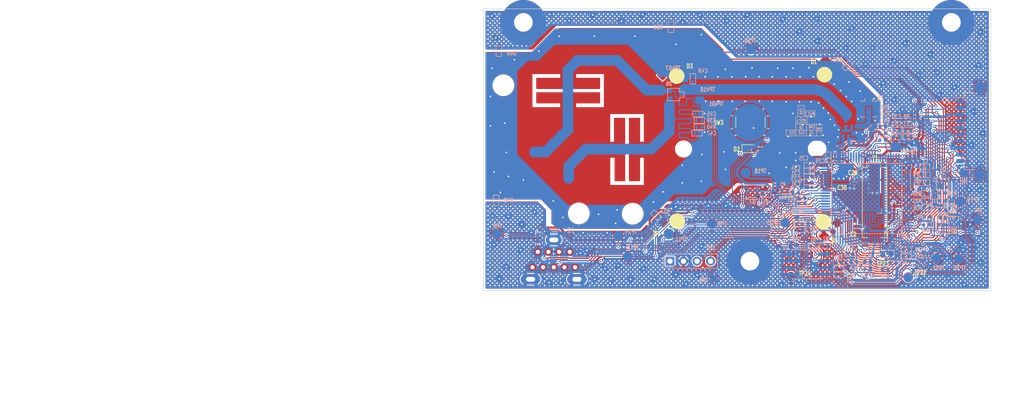
<source format=kicad_pcb>
(kicad_pcb (version 20241229) (generator "pcbnew") (generator_version "9.0")
  (layers (0 "F.Cu" signal) (2 "B.Cu" signal) (13 "F.Paste" user) (15 "B.Paste" user) (5 "F.SilkS" user "F.Silkscreen") (7 "B.SilkS" user "B.Silkscreen") (1 "F.Mask" user) (3 "B.Mask" user) (25 "Edge.Cuts" user))
  (net 0 "")
  (net 1 "GND")
  (net 2 "V_3P3")
  (net 3 "USB_DN")
  (net 4 "USB_DP")
  (net 5 "PWRSW_N")
  (net 6 "C_DATA")
  (net 7 "C_NTX")
  (net 8 "C_CLK")
  (net 9 "LED_PL1_EN")
  (net 10 "LED_PL2_EN")
  (net 11 "LED_PL3_EN")
  (net 12 "LED_PL4_EN")
  (net 13 "I2C_SCL")
  (net 14 "I2C_SDA")
  (net 15 "HEADER_02")
  (net 16 "HEADER_04")
  (net 17 "HEADER_05")
  (net 18 "HEADER_06")
  (net 19 "HEADER_07")
  (net 20 "S_GND")
  (net 21 "SMD_XTAL")
  (net 22 "SMD_XTAL_C")
  (net 23 "ANT_02")
  (net 24 "ANT_01")
  (net 25 "LED_RED_CATHODE")
  (net 26 "LED_GRN_CATHODE")
  (net 27 "LED_GRN_CATHODE_EN")
  (net 28 "LED_RED_CATHODE_EN")
  (net 29 "LED_GRN_CATHODE_EN_R")
  (net 30 "LED_RED_CATHODE_EN_R")
  (net 31 "LED_PWR_EN")
  (net 32 "LED_PWR_EN_R")
  (net 33 "decouple_1")
  (net 34 "decouple_2")
  (net 35 "HEADER_02_0R")
  (net 36 "NC")
  (net 37 "V_3P3_NC")
  (net 38 "ANT_R")
  (net 39 "ANT_COAX")
  (net 40 "ANT_C")
  (net 41 "ANT_L")
  (net 42 "decouple_3")
  (net 43 "decouple_4")
  (net 44 "GND_0R")
  (net 45 "S2B_01")
  (net 46 "S2B_01_0R")
  (net 47 "S2B_02_0R")
  (net 48 "S2B_02")
  (net 49 "S2B_02_decouple")
  (net 50 "decouple_5")
  (net 51 "UART_RX")
  (net 52 "UART_TX")
  (net 53 "I2C_EN")
  (net 54 "ANT_01_MATCHING")
  (net 55 "ANT_02_MATCHING")
  (net 56 "V_3P3_ISO")
  (net 57 "V_3P3_ISO_NC")
  (net 58 "ANT_MAIN")
  (footprint "LED_SMD:LED_LiteOn_LTST-S326" (layer "F.Cu") (at 180.941421 83.741422 135)
    (property "Reference" "D5")
    (property "Value" "LED_LiteOn_LTST-S326")
  )
  (footprint "LED_SMD:LED_LiteOn_LTST-S326" (layer "F.Cu") (at 181.2 53.3 -135)
    (property "Reference" "D1")
    (property "Value" "LED_LiteOn_LTST-S326")
  )
  (footprint "Connector_PinHeader_2.54mm:PinHeader_1x04_P2.54mm_Vertical" (layer "F.Cu") (at 150.8 89.7 90)
    (property "Reference" "J10")
    (property "Value" "PinHeader_1x04_P2.54mm_Vertical")
  )
  (footprint "TestPoint:TestPoint_Pad_D2.0mm" (layer "F.Cu") (at 173.5 92.6)
    (property "Reference" "TP24")
    (property "Value" "TestPoint_Pad_D2.0mm")
  )
  (footprint "" (layer "F.Cu") (at 203.6 44.9)
    (property "Reference" "")
    (property "Value" "")
  )
  (footprint "Capacitor_SMD:C_0402_1005Metric" (layer "F.Cu") (at 185.4 75.8)
    (property "Reference" "C30")
    (property "Value" "C_0402_1005Metric")
  )
  (footprint "Capacitor_SMD:C_0402_1005Metric" (layer "F.Cu") (at 185.4 74.5)
    (property "Reference" "C28")
    (property "Value" "C_0402_1005Metric")
  )
  (footprint "Capacitor_SMD:C_0402_1005Metric" (layer "F.Cu") (at 185.6 82.7 90)
    (property "Reference" "C2")
    (property "Value" "C_0402_1005Metric")
  )
  (footprint "Button_Switch_SMD:SW_Push_1P1T_XKB_TS-1187A" (layer "F.Cu") (at 165.9 63.6 180)
    (property "Reference" "SW3")
    (property "Value" "SW_Push_1P1T_XKB_TS-1187A")
  )
  (footprint "TestPoint:TestPoint_Pad_D2.0mm" (layer "F.Cu") (at 195.5 92.7)
    (property "Reference" "TP22")
    (property "Value" "TestPoint_Pad_D2.0mm")
  )
  (footprint "Xbox 360 Footprints:Argon_Conn" (layer "F.Cu") (at 129 89.4)
    (property "Reference" "J1")
    (property "Value" "Argon_Conn")
  )
  (footprint "Crystal:Crystal_SMD_HC49-SD" (layer "F.Cu") (at 189.2 78.8 -90)
    (property "Reference" "Y1")
    (property "Value" "Crystal_SMD_HC49-SD")
  )
  (footprint "TestPoint:TestPoint_Pad_D2.0mm" (layer "F.Cu") (at 190.75 88.75)
    (property "Reference" "TP23")
    (property "Value" "TestPoint_Pad_D2.0mm")
  )
  (footprint "" (layer "F.Cu") (at 123.3 44.9)
    (property "Reference" "")
    (property "Value" "")
  )
  (footprint "" (layer "F.Cu") (at 165.8 89.7)
    (property "Reference" "")
    (property "Value" "")
  )
  (footprint "LED_SMD:LED_LiteOn_LTST-S326" (layer "F.Cu") (at 150.758579 83.641422 45)
    (property "Reference" "D4")
    (property "Value" "LED_LiteOn_LTST-S326")
  )
  (footprint "LED_SMD:LED_0603_1608Metric" (layer "F.Cu") (at 165.8 68.6)
    (property "Reference" "D2")
    (property "Value" "LED_0603_1608Metric")
  )
  (footprint "LED_SMD:LED_LiteOn_LTST-S326" (layer "F.Cu") (at 150.658579 53.558578 -45)
    (property "Reference" "D3")
    (property "Value" "LED_LiteOn_LTST-S326")
  )
  (footprint "TestPoint:TestPoint_Pad_D2.0mm" (layer "B.Cu") (at 205.3 78.5 180)
    (property "Reference" "TP19")
    (property "Value" "TestPoint_Pad_D2.0mm")
  )
  (footprint "Capacitor_SMD:C_0402_1005Metric" (layer "B.Cu") (at 155.9 65.7)
    (property "Reference" "C47")
    (property "Value" "~6.2 PF")
  )
  (footprint "Capacitor_SMD:C_0402_1005Metric" (layer "B.Cu") (at 177.2 82.7 180)
    (property "Reference" "C17")
    (property "Value" "0.1 UF")
  )
  (footprint "Resistor_SMD:R_0402_1005Metric" (layer "B.Cu") (at 198.9 77)
    (property "Reference" "R59")
    (property "Value" "0 OHM")
  )
  (footprint "Resistor_SMD:R_0402_1005Metric" (layer "B.Cu") (at 184.1 53 45)
    (property "Reference" "R50")
    (property "Value" "NC")
  )
  (footprint "Package_TO_SOT_SMD:SOT-323_SC-70" (layer "B.Cu") (at 151.9 58.45)
    (property "Reference" "D6")
    (property "Value" "SOT-323_SC-70")
  )
  (footprint "Capacitor_SMD:C_0402_1005Metric" (layer "B.Cu") (at 195.1 87.5)
    (property "Reference" "C16")
    (property "Value" "0.1 UF")
  )
  (footprint "Resistor_SMD:R_0402_1005Metric" (layer "B.Cu") (at 199 78.4 180)
    (property "Reference" "R37")
    (property "Value" "10 KOHM")
  )
  (footprint "Resistor_SMD:R_0402_1005Metric" (layer "B.Cu") (at 185.4 64.4)
    (property "Reference" "R42_2")
    (property "Value" "47 KOHM")
  )
  (footprint "Resistor_SMD:R_0402_1005Metric" (layer "B.Cu") (at 177.7 86.8)
    (property "Reference" "R1")
    (property "Value" "1.5 KOHM")
  )
  (footprint "TestPoint:TestPoint_Pad_D2.0mm" (layer "B.Cu") (at 174.5 86.7 180)
    (property "Reference" "TP2")
    (property "Value" "TestPoint_Pad_D2.0mm")
  )
  (footprint "Resistor_SMD:R_0402_1005Metric" (layer "B.Cu") (at 190.7 65.7)
    (property "Reference" "R56")
    (property "Value" "0 OHM")
  )
  (footprint "Capacitor_SMD:C_0402_1005Metric" (layer "B.Cu") (at 155.1 55.5 90)
    (property "Reference" "C49")
    (property "Value" "NC")
  )
  (footprint "Resistor_SMD:R_0402_1005Metric" (layer "B.Cu") (at 190.7 67)
    (property "Reference" "R57")
    (property "Value" "0 OHM")
  )
  (footprint "Capacitor_SMD:C_0402_1005Metric" (layer "B.Cu") (at 198.6 73.5)
    (property "Reference" "C26")
    (property "Value" "0.1 UF")
  )
  (footprint "Capacitor_SMD:C_0402_1005Metric" (layer "B.Cu") (at 184.6 88.3)
    (property "Reference" "C15")
    (property "Value" "0.1 UF")
  )
  (footprint "Capacitor_SMD:C_0402_1005Metric" (layer "B.Cu") (at 176.9 71.7 180)
    (property "Reference" "C25")
    (property "Value" "0.1 UF")
  )
  (footprint "Inductor_SMD:L_0402_1005Metric" (layer "B.Cu") (at 183.3 65.7 90)
    (property "Reference" "L7")
    (property "Value" "L_0402_1005Metric")
  )
  (footprint "TestPoint:TestPoint_Pad_D2.0mm" (layer "B.Cu") (at 150.6 84.6 180)
    (property "Reference" "TP11")
    (property "Value" "TestPoint_Pad_D2.0mm")
  )
  (footprint "Resistor_SMD:R_0402_1005Metric" (layer "B.Cu") (at 202 76.9)
    (property "Reference" "R38")
    (property "Value" "1 KOHM")
  )
  (footprint "Resistor_SMD:R_0402_1005Metric" (layer "B.Cu") (at 156.3 64.5 180)
    (property "Reference" "R40")
    (property "Value" "390 OHM")
  )
  (footprint "TestPoint:TestPoint_Pad_D2.0mm" (layer "B.Cu") (at 142.9 88.9 180)
    (property "Reference" "TP13")
    (property "Value" "TestPoint_Pad_D2.0mm")
  )
  (footprint "Capacitor_SMD:C_0402_1005Metric" (layer "B.Cu") (at 182.5 92.3)
    (property "Reference" "C3")
    (property "Value" "0.1 UF")
  )
  (footprint "Resistor_SMD:R_0402_1005Metric" (layer "B.Cu") (at 183.8 63.9 -90)
    (property "Reference" "R42")
    (property "Value" "47 KOHM")
  )
  (footprint "TestPoint:TestPoint_Pad_D2.0mm" (layer "B.Cu") (at 195.5 92.8 180)
    (property "Reference" "TP4")
    (property "Value" "TestPoint_Pad_D2.0mm")
  )
  (footprint "Capacitor_SMD:C_0402_1005Metric" (layer "B.Cu") (at 198.6 72)
    (property "Reference" "C1")
    (property "Value" "0.1 UF")
  )
  (footprint "Inductor_SMD:L_0402_1005Metric" (layer "B.Cu") (at 183.8 66.9 180)
    (property "Reference" "L6")
    (property "Value" "L_0402_1005Metric")
  )
  (footprint "Resistor_SMD:R_0402_1005Metric" (layer "B.Cu") (at 172.3 76.6 180)
    (property "Reference" "R3")
    (property "Value" "NC")
  )
  (footprint "Resistor_SMD:R_0402_1005Metric" (layer "B.Cu") (at 151 45.8 90)
    (property "Reference" "R51")
    (property "Value" "NC")
  )
  (footprint "TestPoint:TestPoint_Pad_D2.0mm" (layer "B.Cu") (at 158.7 82.7 180)
    (property "Reference" "TP8")
    (property "Value" "TestPoint_Pad_D2.0mm")
  )
  (footprint "Capacitor_SMD:C_0402_1005Metric" (layer "B.Cu") (at 184.3 65.7 90)
    (property "Reference" "C9")
    (property "Value" "C_0402_1005Metric")
  )
  (footprint "Resistor_SMD:R_0402_1005Metric" (layer "B.Cu") (at 182.5 91.1)
    (property "Reference" "R13")
    (property "Value" "10 KOHM")
  )
  (footprint "Package_TO_SOT_SMD:SOT-323_SC-70" (layer "B.Cu") (at 202 83.9 -90)
    (property "Reference" "Q2")
    (property "Value" "SOT-323_SC-70")
  )
  (footprint "Capacitor_SMD:C_0402_1005Metric" (layer "B.Cu") (at 175.1 83.8)
    (property "Reference" "C17_2")
    (property "Value" "0.1 UF")
  )
  (footprint "Capacitor_SMD:C_0402_1005Metric" (layer "B.Cu") (at 180.5 70.2 90)
    (property "Reference" "C29")
    (property "Value" "0.1 UF")
  )
  (footprint "Capacitor_SMD:C_0402_1005Metric" (layer "B.Cu") (at 198.9 82.9)
    (property "Reference" "C18")
    (property "Value" "0.1 UF")
  )
  (footprint "TestPoint:TestPoint_Pad_D2.0mm" (layer "B.Cu") (at 172.4 82.5 180)
    (property "Reference" "TP25")
    (property "Value" "TestPoint_Pad_D2.0mm")
  )
  (footprint "TestPoint:TestPoint_Pad_D2.0mm" (layer "B.Cu") (at 193.1 68.2 180)
    (property "Reference" "TP12")
    (property "Value" "TestPoint_Pad_D2.0mm")
  )
  (footprint "Package_QFP:LQFP-100_14x14mm_P0.5mm" (layer "B.Cu") (at 187.75 77.95)
    (property "Reference" "U2_2" (hide yes))
    (property "Value" "LQFP-100_14x14mm_P0.5mm")
  )
  (footprint "TestPoint:TestPoint_Pad_D2.0mm" (layer "B.Cu") (at 206.05 73.05 180)
    (property "Reference" "TP1")
    (property "Value" "TestPoint_Pad_D2.0mm")
  )
  (footprint "Capacitor_SMD:C_0402_1005Metric" (layer "B.Cu") (at 176.9 75.85 180)
    (property "Reference" "C21")
    (property "Value" "0.1 UF")
  )
  (footprint "TestPoint:TestPoint_Pad_D3.0mm" (layer "B.Cu") (at 165.8 63.7 180)
    (property "Reference" "TP35" (hide yes))
    (property "Value" "TestPoint_Pad_D3.0mm")
  )
  (footprint "Resistor_SMD:R_0402_1005Metric" (layer "B.Cu") (at 187.9 91.15 180)
    (property "Reference" "R11")
    (property "Value" "NC")
  )
  (footprint "TestPoint:TestPoint_Pad_D2.0mm" (layer "B.Cu") (at 200.8 89.2 180)
    (property "Reference" "TP21")
    (property "Value" "TestPoint_Pad_D2.0mm")
  )
  (footprint "Resistor_SMD:R_0402_1005Metric" (layer "B.Cu") (at 199.1 81.4)
    (property "Reference" "R9")
    (property "Value" "NC")
  )
  (footprint "TestPoint:TestPoint_Pad_D2.0mm" (layer "B.Cu") (at 205 89.3 180)
    (property "Reference" "TP20")
    (property "Value" "TestPoint_Pad_D2.0mm")
  )
  (footprint "Resistor_SMD:R_0402_1005Metric" (layer "B.Cu") (at 182.5 89.9)
    (property "Reference" "R14")
    (property "Value" "10 KOHM")
  )
  (footprint "Capacitor_SMD:C_0402_1005Metric" (layer "B.Cu") (at 185.75 66.8)
    (property "Reference" "C48")
    (property "Value" "~2 PF")
  )
  (footprint "TestPoint:TestPoint_Pad_D2.0mm" (layer "B.Cu") (at 166 49.9 180)
    (property "Reference" "TP10")
    (property "Value" "TestPoint_Pad_D2.0mm")
  )
  (footprint "Resistor_SMD:R_0402_1005Metric" (layer "B.Cu") (at 195.5 65.1)
    (property "Reference" "R8")
    (property "Value" "47 KOHM")
  )
  (footprint "Resistor_SMD:R_0402_1005Metric" (layer "B.Cu") (at 185.3 89.8 180)
    (property "Reference" "R62")
    (property "Value" "10 KOHM")
  )
  (footprint "Xbox 360 Footprints:Argon_ANT" (layer "B.Cu") (at 138.05 63.1 180)
    (property "Reference" "A1" (hide yes))
    (property "Value" "Argon_ANT")
  )
  (footprint "TestPoint:TestPoint_Pad_D2.0mm" (layer "B.Cu") (at 208.5 81.9 180)
    (property "Reference" "TP7")
    (property "Value" "TestPoint_Pad_D2.0mm")
  )
  (footprint "Package_SO:SOIC-8_5.3x5.3mm_P1.27mm" (layer "B.Cu") (at 176.5 90.3)
    (property "Reference" "U1")
    (property "Value" "SOIC-8_5.3x5.3mm_P1.27mm")
  )
  (footprint "Connector_Molex:Molex_PicoBlade_53261-1071_1x10-1MP_P1.25mm_Horizontal" (layer "B.Cu") (at 207.7 65.3 -90)
    (property "Reference" "J9")
    (property "Value" "Molex_PicoBlade_53261-1071_1x10-1MP_P1.25mm_Horizontal")
  )
  (footprint "Resistor_SMD:R_0402_1005Metric" (layer "B.Cu") (at 118.7 50.3 90)
    (property "Reference" "R49")
    (property "Value" "NC")
  )
  (footprint "Capacitor_SMD:C_0402_1005Metric" (layer "B.Cu") (at 176.9 74.85 180)
    (property "Reference" "C23")
    (property "Value" "0.1 UF")
  )
  (footprint "TestPoint:TestPoint_Pad_D2.0mm" (layer "B.Cu") (at 141.1 85 180)
    (property "Reference" "TP14")
    (property "Value" "TestPoint_Pad_D2.0mm")
  )
  (footprint "Capacitor_SMD:C_0402_1005Metric" (layer "B.Cu") (at 198.6 75)
    (property "Reference" "C20")
    (property "Value" "0.1 UF")
  )
  (footprint "Capacitor_SMD:C_0402_1005Metric" (layer "B.Cu") (at 183.9 67.9 180)
    (property "Reference" "C43")
    (property "Value" "~2 PF")
  )
  (footprint "Resistor_SMD:R_0402_1005Metric" (layer "B.Cu") (at 202 80.1)
    (property "Reference" "R36")
    (property "Value" "NC")
  )
  (footprint "Capacitor_SMD:C_0402_1005Metric" (layer "B.Cu") (at 193.3 66.4)
    (property "Reference" "C33")
    (property "Value" "0.1 UF")
  )
  (footprint "Capacitor_SMD:C_0402_1005Metric" (layer "B.Cu") (at 176.9 72.8 180)
    (property "Reference" "C34")
    (property "Value" "0.1 UF")
  )
  (footprint "Resistor_SMD:R_0402_1005Metric" (layer "B.Cu") (at 118.2 78.3 -90)
    (property "Reference" "R48")
    (property "Value" "NC")
  )
  (footprint "Resistor_SMD:R_0402_1005Metric" (layer "B.Cu") (at 175.1 82.7)
    (property "Reference" "R57_2")
    (property "Value" "NC")
  )
  (footprint "Package_TO_SOT_SMD:SOT-323_SC-70" (layer "B.Cu") (at 201.95 74.8 90)
    (property "Reference" "Q1")
    (property "Value" "SOT-323_SC-70")
  )
  (footprint "Inductor_SMD:L_0402_1005Metric" (layer "B.Cu") (at 185.75 67.8 180)
    (property "Reference" "L5")
    (property "Value" "L_0402_1005Metric")
  )
  (footprint "Resistor_SMD:R_0402_1005Metric" (layer "B.Cu") (at 168.786764 77.203659)
    (property "Reference" "R5")
    (property "Value" "220 OHM")
  )
  (footprint "Resistor_SMD:R_0402_1005Metric" (layer "B.Cu") (at 202 78.4)
    (property "Reference" "R34")
    (property "Value" "NC")
  )
  (footprint "TestPoint:TestPoint_Pad_D2.0mm" (layer "B.Cu") (at 190.4 89.9 180)
    (property "Reference" "TP3")
    (property "Value" "TestPoint_Pad_D2.0mm")
  )
  (footprint "Resistor_SMD:R_0402_1005Metric" (layer "B.Cu") (at 190.7 64.4)
    (property "Reference" "R58")
    (property "Value" "0 OHM")
  )
  (footprint "TestPoint:TestPoint_Pad_2.0x2.0mm" (layer "B.Cu") (at 156.4 59.5 180)
    (property "Reference" "TP401")
    (property "Value" "TestPoint_Pad_2.0x2.0mm")
  )
  (footprint "Capacitor_SMD:C_0402_1005Metric" (layer "B.Cu") (at 193.3 65.1)
    (property "Reference" "C32")
    (property "Value" "0.1 UF")
  )
  (footprint "TestPoint:TestPoint_Pad_D2.0mm" (layer "B.Cu") (at 155.1 57.5 180)
    (property "Reference" "TP410")
    (property "Value" "TestPoint_Pad_D2.0mm")
  )
  (footprint "Resistor_SMD:R_0402_1005Metric" (layer "B.Cu") (at 192.7 90.1)
    (property "Reference" "R47")
    (property "Value" "NC")
  )
  (footprint "Resistor_SMD:R_0402_1005Metric" (layer "B.Cu") (at 187.9 89.8 180)
    (property "Reference" "R12")
    (property "Value" "10 KOHM")
  )
  (footprint "Capacitor_SMD:C_0402_1005Metric" (layer "B.Cu") (at 187.15 67.3 90)
    (property "Reference" "C8")
    (property "Value" "0.1 UF")
  )
  (footprint "Capacitor_SMD:C_0402_1005Metric" (layer "B.Cu") (at 195.5 66.4 180)
    (property "Reference" "C33")
    (property "Value" "0.1 UF")
  )
  (footprint "TestPoint:TestPoint_Pad_D2.0mm" (layer "B.Cu") (at 165 73.1 180)
    (property "Reference" "TP18")
    (property "Value" "TestPoint_Pad_D2.0mm")
  )
  (footprint "Package_QFP:LQFP-64_10x10mm_P0.5mm" (layer "B.Cu") (at 185.5 75.7)
    (property "Reference" "U2")
    (property "Value" "LQFP-64_10x10mm_P0.5mm")
  )
  (footprint "Connector_Coaxial:U.FL_Molex_MCRF_73412-0110_Vertical" (layer "B.Cu") (at 188.1 61.15 180)
    (property "Reference" "J5")
    (property "Value" "U.FL_Molex_MCRF_73412-0110_Vertical")
  )
  (footprint "TestPoint:TestPoint_Pad_D2.0mm" (layer "B.Cu") (at 174.6 81.5 180)
    (property "Reference" "TP26")
    (property "Value" "TestPoint_Pad_D2.0mm")
  )
  (footprint "Resistor_SMD:R_0402_1005Metric" (layer "B.Cu") (at 174.4 76.9)
    (property "Reference" "R44")
    (property "Value" "NC")
  )
  (footprint "Resistor_SMD:R_0402_1005Metric" (layer "B.Cu") (at 148.2 81.1 -45)
    (property "Reference" "R52")
    (property "Value" "NC")
  )
  (footprint "Resistor_SMD:R_0402_1005Metric" (layer "B.Cu") (at 199 79.7 180)
    (property "Reference" "R35")
    (property "Value" "10 KOHM")
  )
  (footprint "TestPoint:TestPoint_Pad_2.0x2.0mm" (layer "B.Cu") (at 153.4 55.3 180)
    (property "Reference" "TP407")
    (property "Value" "TestPoint_Pad_2.0x2.0mm")
  )
  (footprint "Package_TO_SOT_SMD:SOT-363_SC-70-6" (layer "B.Cu") (at 166.2 76.6)
    (property "Reference" "D7")
    (property "Value" "SOT-363_SC-70-6")
  )
  (footprint "Resistor_SMD:R_0402_1005Metric" (layer "B.Cu") (at 156.3 63.3 180)
    (property "Reference" "R39")
    (property "Value" "390 OHM")
  )
  (footprint "Capacitor_SMD:C_0402_1005Metric" (layer "B.Cu") (at 176.9 73.8 180)
    (property "Reference" "C31")
    (property "Value" "0.1 UF")
  )
  (footprint "Capacitor_SMD:C_0603_1608Metric" (layer "B.Cu") (at 191.5 88.3)
    (property "Reference" "C12")
    (property "Value" "0.33 UF")
  )
  (footprint "Resistor_SMD:R_0402_1005Metric" (layer "B.Cu") (at 202 81.6)
    (property "Reference" "R7")
    (property "Value" "1 KOHM")
  )
  (footprint "Resistor_SMD:R_0402_1005Metric" (layer "B.Cu") (at 175.6 78.9 180)
    (property "Reference" "R4")
    (property "Value" "NC")
  )
  (footprint "TestPoint:TestPoint_Pad_D2.0mm" (layer "B.Cu") (at 159 92.9 180)
    (property "Reference" "TP9")
    (property "Value" "TestPoint_Pad_D2.0mm")
  )
  (footprint "Resistor_SMD:R_0402_1005Metric" (layer "B.Cu") (at 175.6 77.9)
    (property "Reference" "R43")
    (property "Value" "NC")
  )
  (footprint "Capacitor_SMD:C_0402_1005Metric" (layer "B.Cu") (at 156 62.1)
    (property "Reference" "C45")
    (property "Value" "~6.2 PF")
  )
  (footprint "Resistor_SMD:R_0402_1005Metric" (layer "B.Cu") (at 191.2 91.3 180)
    (property "Reference" "R46")
    (property "Value" "10 KOHM")
  )
  (footprint "Resistor_SMD:R_0402_1005Metric" (layer "B.Cu") (at 179.9 86.8 180)
    (property "Reference" "R2")
    (property "Value" "1.5 KOHM")
  )
  (footprint "Capacitor_SMD:C_0402_1005Metric" (layer "B.Cu") (at 182.1 67.9 180)
    (property "Reference" "C11")
    (property "Value" "~2 PF")
  )
  (footprint "Capacitor_SMD:C_0402_1005Metric" (layer "B.Cu") (at 195.1 88.8)
    (property "Reference" "C14")
    (property "Value" "0.1 UF")
  )
  (footprint "TestPoint:TestPoint_Pad_D2.0mm" (layer "B.Cu") (at 118.3 84.6 180)
    (property "Reference" "TP6")
    (property "Value" "TestPoint_Pad_D2.0mm")
  )
  (gr_line (start 176.4 66.2) (end 176.4 64) (stroke (width 0.1)) (layer "B.SilkS"))
  (gr_line (start 176.5 62.6) (end 176.5 64) (stroke (width 0.1)) (layer "B.SilkS"))
  (gr_line (start 178.3 66.2) (end 178.3 64) (stroke (width 0.1)) (layer "B.SilkS"))
  (gr_line (start 175.4 62.6) (end 175.4 64) (stroke (width 0.1)) (layer "B.SilkS"))
  (gr_line (start 178 61.5) (end 178 62.6) (stroke (width 0.1)) (layer "B.SilkS"))
  (gr_line (start 178 62.6) (end 174.4 62.6) (stroke (width 0.1)) (layer "B.SilkS"))
  (gr_line (start 176.4 65.1) (end 172.6 65.1) (stroke (width 0.1)) (layer "B.SilkS"))
  (gr_line (start 174.8 62.6) (end 174.8 60.5) (stroke (width 0.1)) (layer "B.SilkS"))
  (gr_line (start 176 61.5) (end 178 61.5) (stroke (width 0.1)) (layer "B.SilkS"))
  (gr_line (start 176 61.5) (end 176 62.6) (stroke (width 0.1)) (layer "B.SilkS"))
  (gr_line (start 176.5 64) (end 176.4 64) (stroke (width 0.1)) (layer "B.SilkS"))
  (gr_line (start 174.8 60.5) (end 176 60.5) (stroke (width 0.1)) (layer "B.SilkS"))
  (gr_line (start 179.3 64) (end 179.3 66.2) (stroke (width 0.1)) (layer "B.SilkS"))
  (gr_line (start 176 60.5) (end 176 61.5) (stroke (width 0.1)) (layer "B.SilkS"))
  (gr_line (start 174.4 66.2) (end 174.4 62.6) (stroke (width 0.1)) (layer "B.SilkS"))
  (gr_line (start 176.4 64) (end 174.4 64) (stroke (width 0.1)) (layer "B.SilkS"))
  (gr_line (start 176.5 64) (end 179.3 64) (stroke (width 0.1)) (layer "B.SilkS"))
  (gr_line (start 178.3 65.1) (end 176.4 65.1) (stroke (width 0.1)) (layer "B.SilkS"))
  (gr_line (start 179.3 66.2) (end 172.6 66.2) (stroke (width 0.1)) (layer "B.SilkS"))
  (gr_line (start 172.6 66.2) (end 172.6 65.1) (stroke (width 0.1)) (layer "B.SilkS"))
  (gr_arc (start 178.2 69.8) (mid 177.05 68.65) (end 178.2 67.5) (stroke (width 0.01)) (layer "Edge.Cuts"))
  (gr_rect (start 115.8 42.35) (end 211 95.25) (stroke (width 0.1)) (fill no) (layer "Edge.Cuts"))
  (gr_circle (center 133.7 80.75) (end 133.7 82.4) (stroke (width 0.01)) (fill no) (layer "Edge.Cuts"))
  (gr_line (start 178.6 69.8) (end 178.2 69.8) (stroke (width 0.01)) (layer "Edge.Cuts"))
  (gr_circle (center 143.8 80.8) (end 143.8 82.45) (stroke (width 0.01)) (fill no) (layer "Edge.Cuts"))
  (gr_circle (center 153.35 68.65) (end 153.35 69.85) (stroke (width 0.01)) (fill no) (layer "Edge.Cuts"))
  (gr_circle (center 119.55 56.7) (end 119.55 58.35) (stroke (width 0.01)) (fill no) (layer "Edge.Cuts"))
  (gr_line (start 178.6 67.5) (end 178.2 67.5) (stroke (width 0.01)) (layer "Edge.Cuts"))
  (gr_arc (start 178.6 67.5) (mid 179.75 68.65) (end 178.6 69.8) (stroke (width 0.01)) (layer "Edge.Cuts"))
  (segment (start 166.5875 69.6125) (end 166.5 69.7) (width 0.5) (layer "F.Cu") (net 1))
  (segment (start 166.5 61.7625) (end 166.8 61.7625) (width 0.5) (layer "F.Cu") (net 1))
  (segment (start 169.4 68.6) (end 166.5875 68.6) (width 0.5) (layer "F.Cu") (net 1))
  (segment (start 171 62.6) (end 171 67) (width 0.5) (layer "F.Cu") (net 1))
  (segment (start 186.68 83.18) (end 187.1 83.6) (width 0.5) (layer "F.Cu") (net 1))
  (segment (start 185.6 83.18) (end 186.68 83.18) (width 0.5) (layer "F.Cu") (net 1))
  (segment (start 171 67) (end 169.4 68.6) (width 0.5) (layer "F.Cu") (net 1))
  (segment (start 166.8 61.7625) (end 170.1625 61.7625) (width 0.5) (layer "F.Cu") (net 1))
  (segment (start 168.925 61.7625) (end 168.95 61.7875) (width 0.2) (layer "F.Cu") (net 1))
  (segment (start 162.8 61.7625) (end 166.5 61.7625) (width 0.5) (layer "F.Cu") (net 1))
  (segment (start 166.5 61.7625) (end 166.5 64.7125) (width 0.5) (layer "F.Cu") (net 1))
  (segment (start 166.5875 68.6) (end 166.5875 69.6125) (width 0.5) (layer "F.Cu") (net 1))
  (segment (start 170.1625 61.7625) (end 171 62.6) (width 0.5) (layer "F.Cu") (net 1))
  (segment (start 166.8 61.7625) (end 168.925 61.7625) (width 0.5) (layer "F.Cu") (net 1))
  (via (at 118.1 47.8) (size 0.6) (drill 0.3) (layers "F.Cu" "B.Cu") (net 1))
  (via (at 175.1 46.6) (size 0.6) (drill 0.3) (layers "F.Cu" "B.Cu") (net 1))
  (via (at 209.1 93.05) (size 0.6) (drill 0.3) (layers "F.Cu" "B.Cu") (net 1))
  (via (at 139.7 93.1) (size 0.6) (drill 0.3) (layers "F.Cu" "B.Cu") (net 1))
  (via (at 195.1 94.3) (size 0.6) (drill 0.3) (layers "F.Cu" "B.Cu") (net 1))
  (via (at 206 94.1) (size 0.6) (drill 0.3) (layers "F.Cu" "B.Cu") (net 1))
  (via (at 209.5 65.7) (size 0.6) (drill 0.3) (layers "F.Cu" "B.Cu") (net 1))
  (via (at 117.5 81.2) (size 0.6) (drill 0.3) (layers "F.Cu" "B.Cu") (net 1))
  (via (at 206.9 78.9) (size 0.6) (drill 0.3) (layers "F.Cu" "B.Cu") (net 1))
  (via (at 204.2 57.1) (size 0.6) (drill 0.3) (layers "F.Cu" "B.Cu") (net 1))
  (via (at 198.05 76) (size 0.6) (drill 0.3) (layers "F.Cu" "B.Cu") (net 1))
  (via (at 208.7 52.9) (size 0.6) (drill 0.3) (layers "F.Cu" "B.Cu") (net 1))
  (via (at 128.1 93.7) (size 0.6) (drill 0.3) (layers "F.Cu" "B.Cu") (net 1))
  (via (at 205.4 86.2) (size 0.6) (drill 0.3) (layers "F.Cu" "B.Cu") (net 1))
  (via (at 147.9 93.1) (size 0.6) (drill 0.3) (layers "F.Cu" "B.Cu") (net 1))
  (via (at 196.7 81.3) (size 0.6) (drill 0.3) (layers "F.Cu" "B.Cu") (net 1))
  (via (at 130.3 93.7) (size 0.6) (drill 0.3) (layers "F.Cu" "B.Cu") (net 1))
  (via (at 170.2 77.3) (size 0.6) (drill 0.3) (layers "F.Cu" "B.Cu") (net 1))
  (via (at 117.8 86.6) (size 0.6) (drill 0.3) (layers "F.Cu" "B.Cu") (net 1))
  (via (at 208.9 76.4) (size 0.6) (drill 0.3) (layers "F.Cu" "B.Cu") (net 1))
  (via (at 201 54.3) (size 0.6) (drill 0.3) (layers "F.Cu" "B.Cu") (net 1))
  (via (at 209.05 89.95) (size 0.6) (drill 0.3) (layers "F.Cu" "B.Cu") (net 1))
  (via (at 184.9 46) (size 0.6) (drill 0.3) (layers "F.Cu" "B.Cu") (net 1))
  (via (at 166.5 64.7125) (size 0.6) (drill 0.3) (layers "F.Cu" "B.Cu") (net 1))
  (via (at 208.5 86.75) (size 0.6) (drill 0.3) (layers "F.Cu" "B.Cu") (net 1))
  (via (at 196.6 67.5) (size 0.6) (drill 0.3) (layers "F.Cu" "B.Cu") (net 1))
  (via (at 200.3 94.3) (size 0.6) (drill 0.3) (layers "F.Cu" "B.Cu") (net 1))
  (via (at 197.9 92.9) (size 0.6) (drill 0.3) (layers "F.Cu" "B.Cu") (net 1))
  (via (at 201.3 58.5) (size 0.6) (drill 0.3) (layers "F.Cu" "B.Cu") (net 1))
  (via (at 192 80.6) (size 0.6) (drill 0.3) (layers "F.Cu" "B.Cu") (net 1))
  (via (at 166.4 79.6) (size 0.6) (drill 0.3) (layers "F.Cu" "B.Cu") (net 1))
  (via (at 197.4 79.2) (size 0.6) (drill 0.3) (layers "F.Cu" "B.Cu") (net 1))
  (via (at 122.8 87.6) (size 0.6) (drill 0.3) (layers "F.Cu" "B.Cu") (net 1))
  (via (at 141.1 90.5) (size 0.6) (drill 0.3) (layers "F.Cu" "B.Cu") (net 1))
  (via (at 151.9 79.5) (size 0.6) (drill 0.3) (layers "F.Cu" "B.Cu") (net 1))
  (via (at 209 46.7) (size 0.6) (drill 0.3) (layers "F.Cu" "B.Cu") (net 1))
  (via (at 203.1 92.9) (size 0.6) (drill 0.3) (layers "F.Cu" "B.Cu") (net 1))
  (via (at 197.4 54.8) (size 0.6) (drill 0.3) (layers "F.Cu" "B.Cu") (net 1))
  (via (at 199.6 50.9) (size 0.6) (drill 0.3) (layers "F.Cu" "B.Cu") (net 1))
  (via (at 187.1 83.6) (size 0.6) (drill 0.3) (layers "F.Cu" "B.Cu") (net 1))
  (via (at 169.1 75.7) (size 0.6) (drill 0.3) (layers "F.Cu" "B.Cu") (net 1))
  (via (at 178.4 48.4) (size 0.6) (drill 0.3) (layers "F.Cu" "B.Cu") (net 1))
  (via (at 199.6 90.2) (size 0.6) (drill 0.3) (layers "F.Cu" "B.Cu") (net 1))
  (via (at 135.2 87.7) (size 0.6) (drill 0.3) (layers "F.Cu" "B.Cu") (net 1))
  (via (at 138.6 91.1) (size 0.6) (drill 0.3) (layers "F.Cu" "B.Cu") (net 1))
  (via (at 180.6 94.2) (size 0.6) (drill 0.3) (layers "F.Cu" "B.Cu") (net 1))
  (via (at 183.75 92.498) (size 0.6) (drill 0.3) (layers "F.Cu" "B.Cu") (net 1))
  (via (at 206.9 76.3) (size 0.6) (drill 0.3) (layers "F.Cu" "B.Cu") (net 1))
  (via (at 136.7 93.1) (size 0.6) (drill 0.3) (layers "F.Cu" "B.Cu") (net 1))
  (via (at 136.3 43.5) (size 0.6) (drill 0.3) (layers "F.Cu" "B.Cu") (net 1))
  (via (at 178.3 44.2) (size 0.6) (drill 0.3) (layers "F.Cu" "B.Cu") (net 1))
  (via (at 153.2 44.9) (size 0.6) (drill 0.3) (layers "F.Cu" "B.Cu") (net 1))
  (via (at 172 44.3) (size 0.6) (drill 0.3) (layers "F.Cu" "B.Cu") (net 1))
  (via (at 192.9 52.1) (size 0.6) (drill 0.3) (layers "F.Cu" "B.Cu") (net 1))
  (via (at 205.4 82.7) (size 0.6) (drill 0.3) (layers "F.Cu" "B.Cu") (net 1))
  (via (at 139 84.4) (size 0.6) (drill 0.3) (layers "F.Cu" "B.Cu") (net 1))
  (via (at 168.2 75.8) (size 0.6) (drill 0.3) (layers "F.Cu" "B.Cu") (net 1))
  (via (at 171.7 94.2) (size 0.6) (drill 0.3) (layers "F.Cu" "B.Cu") (net 1))
  (via (at 156.7 86.9) (size 0.6) (drill 0.3) (layers "F.Cu" "B.Cu") (net 1))
  (via (at 156.4 43.5) (size 0.6) (drill 0.3) (layers "F.Cu" "B.Cu") (net 1))
  (via (at 187.5 52.7) (size 0.6) (drill 0.3) (layers "F.Cu" "B.Cu") (net 1))
  (via (at 153.8 94) (size 0.6) (drill 0.3) (layers "F.Cu" "B.Cu") (net 1))
  (via (at 192.5 84.3) (size 0.6) (drill 0.3) (layers "F.Cu" "B.Cu") (net 1))
  (via (at 155.9 92.3) (size 0.6) (drill 0.3) (layers "F.Cu" "B.Cu") (net 1))
  (via (at 190.8 56.3) (size 0.6) (drill 0.3) (layers "F.Cu" "B.Cu") (net 1))
  (via (at 192.8 59.4) (size 0.6) (drill 0.3) (layers "F.Cu" "B.Cu") (net 1))
  (via (at 175.5 74.4) (size 0.6) (drill 0.3) (layers "F.Cu" "B.Cu") (net 1))
  (via (at 177.6 90.6) (size 0.6) (drill 0.3) (layers "F.Cu" "B.Cu") (net 1))
  (via (at 125.4 80.5) (size 0.6) (drill 0.3) (layers "F.Cu" "B.Cu") (net 1))
  (via (at 175.118768 84.5) (size 0.6) (drill 0.3) (layers "F.Cu" "B.Cu") (net 1))
  (via (at 120.5 81.3) (size 0.6) (drill 0.3) (layers "F.Cu" "B.Cu") (net 1))
  (via (at 134.5 84.4) (size 0.6) (drill 0.3) (layers "F.Cu" "B.Cu") (net 1))
  (via (at 175.1 88.4) (size 0.6) (drill 0.3) (layers "F.Cu" "B.Cu") (net 1))
  (via (at 207.7 61.6) (size 0.6) (drill 0.3) (layers "F.Cu" "B.Cu") (net 1))
  (via (at 205.8 87.6) (size 0.6) (drill 0.3) (layers "F.Cu" "B.Cu") (net 1))
  (via (at 141.7 44.7) (size 0.6) (drill 0.3) (layers "F.Cu" "B.Cu") (net 1))
  (via (at 124.8 84.3) (size 0.6) (drill 0.3) (layers "F.Cu" "B.Cu") (net 1))
  (via (at 183.8 49.7) (size 0.6) (drill 0.3) (layers "F.Cu" "B.Cu") (net 1))
  (via (at 128.2 43.4) (size 0.6) (drill 0.3) (layers "F.Cu" "B.Cu") (net 1))
  (via (at 207.1 82.8) (size 0.6) (drill 0.3) (layers "F.Cu" "B.Cu") (net 1))
  (via (at 123 82.8) (size 0.6) (drill 0.3) (layers "F.Cu" "B.Cu") (net 1))
  (via (at 194.4 61.2) (size 0.6) (drill 0.3) (layers "F.Cu" "B.Cu") (net 1))
  (via (at 145.8 91.1) (size 0.6) (drill 0.3) (layers "F.Cu" "B.Cu") (net 1))
  (via (at 166.5 69.7) (size 0.6) (drill 0.3) (layers "F.Cu" "B.Cu") (net 1))
  (via (at 158 79.3) (size 0.6) (drill 0.3) (layers "F.Cu" "B.Cu") (net 1))
  (via (at 161.5 44.6) (size 0.6) (drill 0.3) (layers "F.Cu" "B.Cu") (net 1))
  (via (at 208.8 71.4) (size 0.6) (drill 0.3) (layers "F.Cu" "B.Cu") (net 1))
  (via (at 195 71.1) (size 0.6) (drill 0.3) (layers "F.Cu" "B.Cu") (net 1))
  (via (at 163.6 77.1) (size 0.6) (drill 0.3) (layers "F.Cu" "B.Cu") (net 1))
  (via (at 176.7 94.3) (size 0.6) (drill 0.3) (layers "F.Cu" "B.Cu") (net 1))
  (via (at 207.3 67.9) (size 0.6) (drill 0.3) (layers "F.Cu" "B.Cu") (net 1))
  (via (at 194.9 48.8) (size 0.6) (drill 0.3) (layers "F.Cu" "B.Cu") (net 1))
  (via (at 117.4 43.7) (size 0.6) (drill 0.3) (layers "F.Cu" "B.Cu") (net 1))
  (via (at 143.4 93.1) (size 0.6) (drill 0.3) (layers "F.Cu" "B.Cu") (net 1))
  (via (at 165.3 43.5) (size 0.6) (drill 0.3) (layers "F.Cu" "B.Cu") (net 1))
  (via (at 171.9 75.8) (size 0.6) (drill 0.3) (layers "F.Cu" "B.Cu") (net 1))
  (via (at 134 88.2) (size 0.6) (drill 0.3) (layers "F.Cu" "B.Cu") (net 1))
  (via (at 195.7 63.5) (size 0.6) (drill 0.3) (layers "F.Cu" "B.Cu") (net 1))
  (via (at 188.8 49.7) (size 0.6) (drill 0.3) (layers "F.Cu" "B.Cu") (net 1))
  (via (at 184.65 91) (size 0.6) (drill 0.3) (layers "F.Cu" "B.Cu") (net 1))
  (via (at 202.8 89.1) (size 0.6) (drill 0.3) (layers "F.Cu" "B.Cu") (net 1))
  (via (at 151.9 92.2) (size 0.6) (drill 0.3) (layers "F.Cu" "B.Cu") (net 1))
  (via (at 120.1 90.7) (size 0.6) (drill 0.3) (layers "F.Cu" "B.Cu") (net 1))
  (via (at 161.3 79.3) (size 0.6) (drill 0.3) (layers "F.Cu" "B.Cu") (net 1))
  (via (at 118.8 93) (size 0.6) (drill 0.3) (layers "F.Cu" "B.Cu") (net 1))
  (via (at 175 93.3) (size 0.6) (drill 0.3) (layers "F.Cu" "B.Cu") (net 1))
  (via (at 145.7 43.4) (size 0.6) (drill 0.3) (layers "F.Cu" "B.Cu") (net 1))
  (via (at 131.9 44.6) (size 0.6) (drill 0.3) (layers "F.Cu" "B.Cu") (net 1))
  (via (at 175 90.2) (size 0.6) (drill 0.3) (layers "F.Cu" "B.Cu") (net 1))
  (segment (start 171.9 75.8) (end 171.8 75.9) (width 0.2) (layer "B.Cu") (net 1))
  (segment (start 179.825001 75.450001) (end 179.825 75.45) (width 0.2) (layer "B.Cu") (net 1))
  (segment (start 191.750001 70.275) (end 191.750001 71.649999) (width 0.2) (layer "B.Cu") (net 1))
  (segment (start 169.1 75.4) (end 168.8 75.1) (width 0.5) (layer "B.Cu") (net 1))
  (segment (start 169.1 75.7) (end 169.1 75.4) (width 0.5) (layer "B.Cu") (net 1))
  (segment (start 191.449999 71.950001) (end 191.175 71.950001) (width 0.2) (layer "B.Cu") (net 1))
  (segment (start 164.947976 75.1) (end 163.451 73.603024) (width 0.5) (layer "B.Cu") (net 1))
  (segment (start 165.25 77.25) (end 163.75 77.25) (width 0.2) (layer "B.Cu") (net 1))
  (segment (start 168.2 75.8) (end 168.1 75.9) (width 0.2) (layer "B.Cu") (net 1))
  (segment (start 163.451 72.428232) (end 166.179232 69.7) (width 0.5) (layer "B.Cu") (net 1))
  (segment (start 171.8 75.9) (end 171.8 76.590001) (width 0.4) (layer "B.Cu") (net 1))
  (segment (start 171.8 76.590001) (end 171.790001 76.6) (width 0.2) (layer "B.Cu") (net 1))
  (segment (start 163.75 77.25) (end 163.6 77.1) (width 0.2) (layer "B.Cu") (net 1))
  (segment (start 168.8 75.1) (end 164.947976 75.1) (width 0.5) (layer "B.Cu") (net 1))
  (segment (start 175.8 74.9) (end 175.5 74.6) (width 0.5) (layer "B.Cu") (net 1))
  (segment (start 167.2 75.9) (end 167.15 75.95) (width 0.2) (layer "B.Cu") (net 1))
  (segment (start 168.1 75.9) (end 167.2 75.9) (width 0.2) (layer "B.Cu") (net 1))
  (segment (start 180.075 75.450001) (end 179.825001 75.450001) (width 0.2) (layer "B.Cu") (net 1))
  (segment (start 163.451 73.603024) (end 163.451 72.428232) (width 0.5) (layer "B.Cu") (net 1))
  (segment (start 191.750001 71.649999) (end 191.449999 71.950001) (width 0.2) (layer "B.Cu") (net 1))
  (segment (start 176.42 74.9) (end 175.8 74.9) (width 0.5) (layer "B.Cu") (net 1))
  (segment (start 166.179232 69.7) (end 166.5 69.7) (width 0.5) (layer "B.Cu") (net 1))
  (segment (start 175.5 74.6) (end 175.5 74.4) (width 0.5) (layer "B.Cu") (net 1))
  (segment (start 173.9 76.4) (end 173.5 76.8) (width 0.4) (layer "F.Cu") (net 2))
  (segment (start 191.8 82.837925) (end 192.848 81.789925) (width 0.5) (layer "F.Cu") (net 2))
  (segment (start 194.4 79.4) (end 196.725 77.075) (width 0.5) (layer "F.Cu") (net 2))
  (segment (start 171.7 76.8) (end 169.05 79.45) (width 0.4) (layer "F.Cu") (net 2))
  (segment (start 146 85) (end 142.9 85) (width 0.4) (layer "F.Cu") (net 2))
  (segment (start 192.65 78.7) (end 192.848 78.898) (width 0.5) (layer "F.Cu") (net 2))
  (segment (start 187.495556 68.004444) (end 184.174788 68.004444) (width 0.5) (layer "F.Cu") (net 2))
  (segment (start 174.7 75.2) (end 173.9 76) (width 0.5) (layer "F.Cu") (net 2))
  (segment (start 176.3 75.2) (end 174.7 75.2) (width 0.5) (layer "F.Cu") (net 2))
  (segment (start 154.85 79.8) (end 153.95 80.7) (width 0.4) (layer "F.Cu") (net 2))
  (segment (start 176.4 75.1) (end 176.3 75.2) (width 0.5) (layer "F.Cu") (net 2))
  (segment (start 196.5 71.5) (end 195.851 70.851) (width 0.5) (layer "F.Cu") (net 2))
  (segment (start 156 79.8) (end 154.85 79.8) (width 0.4) (layer "F.Cu") (net 2))
  (segment (start 196.725 77.075) (end 196.725 76.501852) (width 0.5) (layer "F.Cu") (net 2))
  (segment (start 180.75 68.85) (end 179.4 70.2) (width 0.5) (layer "F.Cu") (net 2))
  (segment (start 176.4 75.1) (end 178 75.1) (width 0.5) (layer "F.Cu") (net 2))
  (segment (start 192.848 79.4) (end 194.4 79.4) (width 0.5) (layer "F.Cu") (net 2))
  (segment (start 168.7 79.45) (end 167.85 80.3) (width 0.4) (layer "F.Cu") (net 2))
  (segment (start 167.85 80.3) (end 156.5 80.3) (width 0.4) (layer "F.Cu") (net 2))
  (segment (start 192.286925 67.749) (end 189.937925 65.4) (width 0.5) (layer "F.Cu") (net 2))
  (segment (start 192.848 78.898) (end 192.848 79.4) (width 0.5) (layer "F.Cu") (net 2))
  (segment (start 188.751 65.967962) (end 188.751 66.749) (width 0.5) (layer "F.Cu") (net 2))
  (segment (start 142.9 85) (end 142.2 85.7) (width 0.4) (layer "F.Cu") (net 2))
  (segment (start 148.8 80.1) (end 147 81.9) (width 0.4) (layer "F.Cu") (net 2))
  (segment (start 188.751 66.749) (end 187.495556 68.004444) (width 0.5) (layer "F.Cu") (net 2))
  (segment (start 195.851 70.851) (end 195.851 68.688925) (width 0.5) (layer "F.Cu") (net 2))
  (segment (start 196.249 75.949) (end 196.249 72.751) (width 0.5) (layer "F.Cu") (net 2))
  (segment (start 176.35 71.55) (end 176.35 75.05) (width 0.5) (layer "F.Cu") (net 2))
  (segment (start 126.8 83.4) (end 126 84.2) (width 0.4) (layer "F.Cu") (net 2))
  (segment (start 130.1 83.4) (end 126.8 83.4) (width 0.4) (layer "F.Cu") (net 2))
  (segment (start 177.7 70.2) (end 176.35 71.55) (width 0.5) (layer "F.Cu") (net 2))
  (segment (start 153.95 80.7) (end 150.6 80.7) (width 0.4) (layer "F.Cu") (net 2))
  (segment (start 179.4 70.2) (end 177.7 70.2) (width 0.5) (layer "F.Cu") (net 2))
  (segment (start 192.848 81.789925) (end 192.848 79.4) (width 0.5) (layer "F.Cu") (net 2))
  (segment (start 189.937925 65.4) (end 189.318962 65.4) (width 0.5) (layer "F.Cu") (net 2))
  (segment (start 184.174788 68.004444) (end 183.329232 68.85) (width 0.5) (layer "F.Cu") (net 2))
  (segment (start 147 81.9) (end 147 84) (width 0.4) (layer "F.Cu") (net 2))
  (segment (start 191.8 83.1) (end 191.8 82.837925) (width 0.5) (layer "F.Cu") (net 2))
  (segment (start 150 80.1) (end 148.8 80.1) (width 0.4) (layer "F.Cu") (net 2))
  (segment (start 196.249 72.751) (end 196.5 72.5) (width 0.5) (layer "F.Cu") (net 2))
  (segment (start 196.725 77.075) (end 196.725 76.425) (width 0.5) (layer "F.Cu") (net 2))
  (segment (start 194.911075 67.749) (end 192.286925 67.749) (width 0.5) (layer "F.Cu") (net 2))
  (segment (start 147 84) (end 146 85) (width 0.4) (layer "F.Cu") (net 2))
  (segment (start 195.851 68.688925) (end 194.911075 67.749) (width 0.5) (layer "F.Cu") (net 2))
  (segment (start 176.35 75.05) (end 176.4 75.1) (width 0.5) (layer "F.Cu") (net 2))
  (segment (start 156.5 80.3) (end 156 79.8) (width 0.4) (layer "F.Cu") (net 2))
  (segment (start 169.05 79.45) (end 168.7 79.45) (width 0.4) (layer "F.Cu") (net 2))
  (segment (start 196.725 76.425) (end 196.249 75.949) (width 0.5) (layer "F.Cu") (net 2))
  (segment (start 142.2 85.7) (end 132.4 85.7) (width 0.4) (layer "F.Cu") (net 2))
  (segment (start 183.329232 68.85) (end 180.75 68.85) (width 0.5) (layer "F.Cu") (net 2))
  (segment (start 150.6 80.7) (end 150 80.1) (width 0.4) (layer "F.Cu") (net 2))
  (segment (start 132.4 85.7) (end 130.1 83.4) (width 0.4) (layer "F.Cu") (net 2))
  (segment (start 196.5 72.5) (end 196.5 71.5) (width 0.5) (layer "F.Cu") (net 2))
  (segment (start 189.318962 65.4) (end 188.751 65.967962) (width 0.5) (layer "F.Cu") (net 2))
  (segment (start 173.5 76.8) (end 171.7 76.8) (width 0.4) (layer "F.Cu") (net 2))
  (segment (start 173.9 76) (end 173.9 76.4) (width 0.4) (layer "F.Cu") (net 2))
  (segment (start 126 87.95) (end 126 86.5) (width 0.6) (layer "F.Cu") (net 2))
  (via (at 196.725 76.501852) (size 0.6) (drill 0.3) (layers "F.Cu" "B.Cu") (net 2))
  (via (at 173.9 76) (size 0.6) (drill 0.3) (layers "F.Cu" "B.Cu") (net 2))
  (via (at 196.725 72) (size 0.6) (drill 0.3) (layers "F.Cu" "B.Cu") (net 2))
  (via (at 191.8 83.1) (size 0.6) (drill 0.3) (layers "F.Cu" "B.Cu") (net 2))
  (via (at 126 86.5) (size 0.6) (drill 0.3) (layers "F.Cu" "B.Cu") (net 2))
  (via (at 126 84.2) (size 0.6) (drill 0.3) (layers "F.Cu" "B.Cu") (net 2))
  (via (at 178 75.1) (size 0.6) (drill 0.3) (layers "F.Cu" "B.Cu") (net 2))
  (via (at 192.65 78.7) (size 0.6) (drill 0.3) (layers "F.Cu" "B.Cu") (net 2))
  (segment (start 165.7 74.2) (end 165 73.5) (width 0.4) (layer "B.Cu") (net 2))
  (segment (start 179.825001 74.45) (end 179.825 74.450001) (width 0.2) (layer "B.Cu") (net 2))
  (segment (start 187.25 82.6) (end 187.25 82.55) (width 0.4) (layer "B.Cu") (net 2))
  (segment (start 190.690001 91.009999) (end 190.690001 91.3) (width 0.5) (layer "B.Cu") (net 2))
  (segment (start 178.224972 75.1) (end 178.874971 74.450001) (width 0.2) (layer "B.Cu") (net 2))
  (segment (start 188.25 84.05) (end 188.3 84) (width 0.2) (layer "B.Cu") (net 2))
  (segment (start 194.2 76.95) (end 195.425 76.95) (width 0.2) (layer "B.Cu") (net 2))
  (segment (start 174.6 77.9) (end 174.05 77.35) (width 0.4) (layer "B.Cu") (net 2))
  (segment (start 180.075 74.45) (end 179.825001 74.45) (width 0.2) (layer "B.Cu") (net 2))
  (segment (start 190.249999 87.824999) (end 190.725 88.3) (width 0.2) (layer "B.Cu") (net 2))
  (segment (start 192.85 74.95) (end 193.85 75.95) (width 0.2) (layer "B.Cu") (net 2))
  (segment (start 192.7 75.45) (end 194.2 76.95) (width 0.2) (layer "B.Cu") (net 2))
  (segment (start 167.6 76.6) (end 167.7 76.5) (width 0.3) (layer "B.Cu") (net 2))
  (segment (start 195.425 75.95) (end 196.45 75.95) (width 0.2) (layer "B.Cu") (net 2))
  (segment (start 175.090001 77.9) (end 174.6 77.9) (width 0.4) (layer "B.Cu") (net 2))
  (segment (start 171.45 77.35) (end 170.699 76.599) (width 0.4) (layer "B.Cu") (net 2))
  (segment (start 190.2 84) (end 188.3 84) (width 0.5) (layer "B.Cu") (net 2))
  (segment (start 178 75.1) (end 177.6 75.1) (width 0.2) (layer "B.Cu") (net 2))
  (segment (start 191.8 83.1) (end 190.9 84) (width 0.5) (layer "B.Cu") (net 2))
  (segment (start 195.425 76.95) (end 196.55 76.95) (width 0.2) (layer "B.Cu") (net 2))
  (segment (start 187.25 82.55) (end 187.25 81.375) (width 0.2) (layer "B.Cu") (net 2))
  (segment (start 196.55 76.95) (end 196.725 76.775) (width 0.2) (layer "B.Cu") (net 2))
  (segment (start 191.4 90.3) (end 190.690001 91.009999) (width 0.5) (layer "B.Cu") (net 2))
  (segment (start 191.4 89.1) (end 191.4 90.3) (width 0.5) (layer "B.Cu") (net 2))
  (segment (start 178 75.1) (end 178.224972 75.1) (width 0.2) (layer "B.Cu") (net 2))
  (segment (start 198.12 72) (end 196.725 72) (width 0.5) (layer "B.Cu") (net 2))
  (segment (start 167.7 76.5) (end 170.099 76.5) (width 0.3) (layer "B.Cu") (net 2))
  (segment (start 170.699 76.599) (end 170.2 76.599) (width 0.4) (layer "B.Cu") (net 2))
  (segment (start 198.07 73.45) (end 198.12 73.5) (width 0.2) (layer "B.Cu") (net 2))
  (segment (start 174.05 77.35) (end 171.45 77.35) (width 0.4) (layer "B.Cu") (net 2))
  (segment (start 170.2 76.599) (end 170.2 74.9) (width 0.4) (layer "B.Cu") (net 2))
  (segment (start 165 73.5) (end 165 73.1) (width 0.4) (layer "B.Cu") (net 2))
  (segment (start 190.249999 85.625) (end 190.249999 87.824999) (width 0.2) (layer "B.Cu") (net 2))
  (segment (start 190.249999 84.049999) (end 190.2 84) (width 0.2) (layer "B.Cu") (net 2))
  (segment (start 170.2 74.9) (end 169.5 74.2) (width 0.4) (layer "B.Cu") (net 2))
  (segment (start 177.4 74.9) (end 177.38 74.9) (width 0.2) (layer "B.Cu") (net 2))
  (segment (start 195.425 73.45) (end 198.07 73.45) (width 0.2) (layer "B.Cu") (net 2))
  (segment (start 173.9 77.2) (end 173.9 76) (width 0.4) (layer "B.Cu") (net 2))
  (segment (start 190.725 88.3) (end 190.725 88.425) (width 0.5) (layer "B.Cu") (net 2))
  (segment (start 126 86.5) (end 126 84.2) (width 0.6) (layer "B.Cu") (net 2))
  (segment (start 190.725 88.425) (end 191.4 89.1) (width 0.5) (layer "B.Cu") (net 2))
  (segment (start 170.199 76.6) (end 170.2 76.599) (width 0.2) (layer "B.Cu") (net 2))
  (segment (start 188.3 83.65) (end 187.25 82.6) (width 0.4) (layer "B.Cu") (net 2))
  (segment (start 198.12 72) (end 198.12 73.5) (width 0.5) (layer "B.Cu") (net 2))
  (segment (start 196.673148 76.45) (end 196.725 76.501852) (width 0.2) (layer "B.Cu") (net 2))
  (segment (start 196.45 75.95) (end 196.725 76.225) (width 0.2) (layer "B.Cu") (net 2))
  (segment (start 196.725 76.225) (end 196.725 76.501852) (width 0.2) (layer "B.Cu") (net 2))
  (segment (start 191.175 75.45) (end 192.7 75.45) (width 0.2) (layer "B.Cu") (net 2))
  (segment (start 170.099 76.5) (end 170.199 76.6) (width 0.3) (layer "B.Cu") (net 2))
  (segment (start 190.249999 85.625) (end 190.249999 84.049999) (width 0.2) (layer "B.Cu") (net 2))
  (segment (start 193.85 75.95) (end 195.425 75.95) (width 0.2) (layer "B.Cu") (net 2))
  (segment (start 195.425 76.45) (end 196.673148 76.45) (width 0.2) (layer "B.Cu") (net 2))
  (segment (start 188.25 85.625) (end 188.25 84.05) (width 0.2) (layer "B.Cu") (net 2))
  (segment (start 196.725 76.775) (end 196.725 76.501852) (width 0.2) (layer "B.Cu") (net 2))
  (segment (start 188.3 84) (end 188.3 83.65) (width 0.4) (layer "B.Cu") (net 2))
  (segment (start 178.874971 74.450001) (end 179.825 74.450001) (width 0.2) (layer "B.Cu") (net 2))
  (segment (start 174.05 77.35) (end 173.9 77.2) (width 0.4) (layer "B.Cu") (net 2))
  (segment (start 177.6 75.1) (end 177.4 74.9) (width 0.2) (layer "B.Cu") (net 2))
  (segment (start 192.65 78.7) (end 192.4 78.45) (width 0.2) (layer "B.Cu") (net 2))
  (segment (start 192.4 78.45) (end 191.175 78.45) (width 0.2) (layer "B.Cu") (net 2))
  (segment (start 191.175 74.95) (end 192.85 74.95) (width 0.2) (layer "B.Cu") (net 2))
  (segment (start 167.6 76.6) (end 167.149999 76.6) (width 0.3) (layer "B.Cu") (net 2))
  (segment (start 169.5 74.2) (end 165.7 74.2) (width 0.4) (layer "B.Cu") (net 2))
  (segment (start 167.6 76.6) (end 165.250001 76.6) (width 0.3) (layer "B.Cu") (net 2))
  (segment (start 190.9 84) (end 190.2 84) (width 0.5) (layer "B.Cu") (net 2))
  (segment (start 191.4 84.2) (end 191.9 83.7) (width 0.2) (layer "F.Cu") (net 3))
  (segment (start 188.05 86.7) (end 189.9 86.7) (width 0.2) (layer "F.Cu") (net 3))
  (segment (start 154.651057 81.801) (end 155.148943 81.801) (width 0.2) (layer "F.Cu") (net 3))
  (segment (start 191.9 83.7) (end 192.847943 83.7) (width 0.2) (layer "F.Cu") (net 3))
  (segment (start 127.2 89.1) (end 127.2 88.75) (width 0.2) (layer "F.Cu") (net 3))
  (segment (start 155.249943 81.7) (end 171.6 81.7) (width 0.2) (layer "F.Cu") (net 3))
  (segment (start 182.499 79.901) (end 182.5 79.9) (width 0.2) (layer "F.Cu") (net 3))
  (segment (start 182.5 79.9) (end 182.850057 79.9) (width 0.2) (layer "F.Cu") (net 3))
  (segment (start 184.910384 81.960327) (end 184.910384 84.660384) (width 0.2) (layer "F.Cu") (net 3))
  (segment (start 145.908521 85.8) (end 147.501 84.207521) (width 0.2) (layer "F.Cu") (net 3))
  (segment (start 182.850057 79.9) (end 184.910384 81.960327) (width 0.2) (layer "F.Cu") (net 3))
  (segment (start 149.79248 80.601) (end 150.89148 81.7) (width 0.2) (layer "F.Cu") (net 3))
  (segment (start 154.550057 81.7) (end 154.651057 81.801) (width 0.2) (layer "F.Cu") (net 3))
  (segment (start 189.901 86.701) (end 190.499 86.701) (width 0.2) (layer "F.Cu") (net 3))
  (segment (start 150.89148 81.7) (end 154.550057 81.7) (width 0.2) (layer "F.Cu") (net 3))
  (segment (start 190.499 86.701) (end 191.4 85.8) (width 0.2) (layer "F.Cu") (net 3))
  (segment (start 155.148943 81.801) (end 155.249943 81.7) (width 0.2) (layer "F.Cu") (net 3))
  (segment (start 171.6 81.7) (end 173.399 79.901) (width 0.2) (layer "F.Cu") (net 3))
  (segment (start 143.5 85.8) (end 145.908521 85.8) (width 0.2) (layer "F.Cu") (net 3))
  (segment (start 191.4 85.8) (end 191.4 84.2) (width 0.2) (layer "F.Cu") (net 3))
  (segment (start 149.00752 80.601) (end 149.79248 80.601) (width 0.2) (layer "F.Cu") (net 3))
  (segment (start 184.910384 84.660384) (end 186.75 86.5) (width 0.2) (layer "F.Cu") (net 3))
  (segment (start 192.848943 83.701) (end 193.901 82.648943) (width 0.2) (layer "F.Cu") (net 3))
  (segment (start 189.9 86.7) (end 189.901 86.701) (width 0.2) (layer "F.Cu") (net 3))
  (segment (start 147.501 82.10752) (end 149.00752 80.601) (width 0.2) (layer "F.Cu") (net 3))
  (segment (start 147.501 84.207521) (end 147.501 82.10752) (width 0.2) (layer "F.Cu") (net 3))
  (segment (start 193.901 82.648943) (end 193.901 81.099) (width 0.2) (layer "F.Cu") (net 3))
  (segment (start 193.901 81.099) (end 194 81) (width 0.2) (layer "F.Cu") (net 3))
  (segment (start 127.2 88.75) (end 128 87.95) (width 0.2) (layer "F.Cu") (net 3))
  (segment (start 143.4 85.7) (end 143.5 85.8) (width 0.2) (layer "F.Cu") (net 3))
  (segment (start 186.75 86.5) (end 187.85 86.5) (width 0.2) (layer "F.Cu") (net 3))
  (segment (start 192.847943 83.7) (end 192.848943 83.701) (width 0.2) (layer "F.Cu") (net 3))
  (segment (start 187.85 86.5) (end 188.05 86.7) (width 0.2) (layer "F.Cu") (net 3))
  (segment (start 173.399 79.901) (end 182.499 79.901) (width 0.2) (layer "F.Cu") (net 3))
  (via (at 194 81) (size 0.6) (drill 0.3) (layers "F.Cu" "B.Cu") (net 3))
  (via (at 127.2 89.1) (size 0.6) (drill 0.3) (layers "F.Cu" "B.Cu") (net 3))
  (via (at 143.4 85.7) (size 0.6) (drill 0.3) (layers "F.Cu" "B.Cu") (net 3))
  (segment (start 193.513343 80.895) (end 193.618343 81) (width 0.2) (layer "B.Cu") (net 3))
  (segment (start 193.618343 81) (end 194 81) (width 0.2) (layer "B.Cu") (net 3))
  (segment (start 193.295 80.895) (end 193.513343 80.895) (width 0.2) (layer "B.Cu") (net 3))
  (segment (start 142.9 86.2) (end 142.9 88.9) (width 0.2) (layer "B.Cu") (net 3))
  (segment (start 142.9 88.9) (end 142.3 88.9) (width 0.2) (layer "B.Cu") (net 3))
  (segment (start 142.2 88.8) (end 135.398 88.8) (width 0.2) (layer "B.Cu") (net 3))
  (segment (start 143.4 85.7) (end 142.9 86.2) (width 0.2) (layer "B.Cu") (net 3))
  (segment (start 191.175 79.449999) (end 191.849999 79.449999) (width 0.2) (layer "B.Cu") (net 3))
  (segment (start 142.3 88.9) (end 142.2 88.8) (width 0.2) (layer "B.Cu") (net 3))
  (segment (start 135.398 88.8) (end 135.098 89.1) (width 0.2) (layer "B.Cu") (net 3))
  (segment (start 194.05 80.95) (end 194 81) (width 0.2) (layer "B.Cu") (net 3))
  (segment (start 135.098 89.1) (end 127.2 89.1) (width 0.2) (layer "B.Cu") (net 3))
  (segment (start 195.425 80.95) (end 194.05 80.95) (width 0.2) (layer "B.Cu") (net 3))
  (segment (start 191.849999 79.449999) (end 193.295 80.895) (width 0.2) (layer "B.Cu") (net 3))
  (segment (start 196.8829 89.7) (end 196.25 89.7) (width 0.2) (layer "F.Cu") (net 4))
  (segment (start 149.4401 87.548) (end 148.6911 86.799) (width 0.2) (layer "F.Cu") (net 4))
  (segment (start 184.75 92.7) (end 184.75 92.05) (width 0.2) (layer "F.Cu") (net 4))
  (segment (start 169.3809 84.298) (end 156.1678 84.298) (width 0.2) (layer "F.Cu") (net 4))
  (segment (start 185.55 93.5) (end 184.75 92.7) (width 0.2) (layer "F.Cu") (net 4))
  (segment (start 155.9 84.5) (end 152.852 87.548) (width 0.2) (layer "F.Cu") (net 4))
  (segment (start 169.5839 84.501) (end 169.3809 84.298) (width 0.2) (layer "F.Cu") (net 4))
  (segment (start 155.9658 84.5) (end 155.9 84.5) (width 0.2) (layer "F.Cu") (net 4))
  (segment (start 193.5 82.1) (end 192.6 83) (width 0.2) (layer "F.Cu") (net 4))
  (segment (start 143.4339 86.799) (end 143.4329 86.8) (width 0.2) (layer "F.Cu") (net 4))
  (segment (start 152.852 87.548) (end 149.4401 87.548) (width 0.2) (layer "F.Cu") (net 4))
  (segment (start 185.3 90.7671) (end 180.9329 86.4) (width 0.2) (layer "F.Cu") (net 4))
  (segment (start 196.25 89.7) (end 194.4 91.55) (width 0.2) (layer "F.Cu") (net 4))
  (segment (start 193.5 80.650057) (end 193.399 80.751057) (width 0.2) (layer "F.Cu") (net 4))
  (segment (start 198.7 87.8829) (end 196.8829 89.7) (width 0.2) (layer "F.Cu") (net 4))
  (segment (start 198.7 87.601473) (end 198.7 87.8829) (width 0.2) (layer "F.Cu") (net 4))
  (segment (start 178.301 84.351057) (end 178.3 84.350057) (width 0.2) (layer "F.Cu") (net 4))
  (segment (start 193.399 80.751057) (end 193.399 81.248943) (width 0.2) (layer "F.Cu") (net 4))
  (segment (start 193.569222 80.230778) (end 193.5 80.3) (width 0.2) (layer "F.Cu") (net 4))
  (segment (start 172.3171 84.5) (end 172.3161 84.501) (width 0.2) (layer "F.Cu") (net 4))
  (segment (start 193.5 81.349943) (end 193.5 82.1) (width 0.2) (layer "F.Cu") (net 4))
  (segment (start 141.1 86.9) (end 141 86.8) (width 0.2) (layer "F.Cu") (net 4))
  (segment (start 178.3 84.350057) (end 178.3 83.8) (width 0.2) (layer "F.Cu") (net 4))
  (segment (start 141 86.8) (end 131.15 86.8) (width 0.2) (layer "F.Cu") (net 4))
  (segment (start 148.6911 86.799) (end 143.4339 86.799) (width 0.2) (layer "F.Cu") (net 4))
  (segment (start 178.3 83.8) (end 178.101 83.601) (width 0.2) (layer "F.Cu") (net 4))
  (segment (start 178.3 85.1) (end 178.3 84.849943) (width 0.2) (layer "F.Cu") (net 4))
  (segment (start 185.3 91.5) (end 185.3 90.8) (width 0.2) (layer "F.Cu") (net 4))
  (segment (start 194.4 92.1) (end 193 93.5) (width 0.2) (layer "F.Cu") (net 4))
  (segment (start 193.399 81.248943) (end 193.5 81.349943) (width 0.2) (layer "F.Cu") (net 4))
  (segment (start 192.6 83) (end 192.6 83.1) (width 0.2) (layer "F.Cu") (net 4))
  (segment (start 178.301 84.848943) (end 178.301 84.351057) (width 0.2) (layer "F.Cu") (net 4))
  (segment (start 174.251 82.599) (end 172.35 84.5) (width 0.2) (layer "F.Cu") (net 4))
  (segment (start 178.101 83.5839) (end 177.1161 82.599) (width 0.2) (layer "F.Cu") (net 4))
  (segment (start 185.3 90.8) (end 185.3 90.7671) (width 0.2) (layer "F.Cu") (net 4))
  (segment (start 193.780222 80.230778) (end 193.569222 80.230778) (width 0.2) (layer "F.Cu") (net 4))
  (segment (start 193.5 80.3) (end 193.5 80.650057) (width 0.2) (layer "F.Cu") (net 4))
  (segment (start 141.2 86.8) (end 141.1 86.9) (width 0.2) (layer "F.Cu") (net 4))
  (segment (start 156.1678 84.298) (end 155.9658 84.5) (width 0.2) (layer "F.Cu") (net 4))
  (segment (start 131.15 86.8) (end 130 87.95) (width 0.2) (layer "F.Cu") (net 4))
  (segment (start 178.3 84.849943) (end 178.301 84.848943) (width 0.2) (layer "F.Cu") (net 4))
  (segment (start 198.85 87.451473) (end 198.7 87.601473) (width 0.2) (layer "F.Cu") (net 4))
  (segment (start 179.6 86.4) (end 178.3 85.1) (width 0.2) (layer "F.Cu") (net 4))
  (segment (start 180.9329 86.4) (end 179.6 86.4) (width 0.2) (layer "F.Cu") (net 4))
  (segment (start 193 93.5) (end 185.55 93.5) (width 0.2) (layer "F.Cu") (net 4))
  (segment (start 172.3161 84.501) (end 169.5839 84.501) (width 0.2) (layer "F.Cu") (net 4))
  (segment (start 172.35 84.5) (end 172.3171 84.5) (width 0.2) (layer "F.Cu") (net 4))
  (segment (start 184.75 92.05) (end 185.3 91.5) (width 0.2) (layer "F.Cu") (net 4))
  (segment (start 178.101 83.601) (end 178.101 83.5839) (width 0.2) (layer "F.Cu") (net 4))
  (segment (start 177.1161 82.599) (end 174.251 82.599) (width 0.2) (layer "F.Cu") (net 4))
  (segment (start 143.4329 86.8) (end 141.2 86.8) (width 0.2) (layer "F.Cu") (net 4))
  (segment (start 194.4 91.55) (end 194.4 92.1) (width 0.2) (layer "F.Cu") (net 4))
  (via (at 198.85 87.451473) (size 0.6) (drill 0.3) (layers "F.Cu" "B.Cu") (net 4))
  (via (at 193.780222 80.230778) (size 0.6) (drill 0.3) (layers "F.Cu" "B.Cu") (net 4))
  (via (at 192.6 83.1) (size 0.6) (drill 0.3) (layers "F.Cu" "B.Cu") (net 4))
  (via (at 141.1 86.9) (size 0.6) (drill 0.3) (layers "F.Cu" "B.Cu") (net 4))
  (segment (start 193.780222 80.230778) (end 193.649444 80.1) (width 0.2) (layer "B.Cu") (net 4))
  (segment (start 198.7 86.8) (end 198.1 86.2) (width 0.2) (layer "B.Cu") (net 4))
  (segment (start 141.1 86.9) (end 141.1 85) (width 0.2) (layer "B.Cu") (net 4))
  (segment (start 193.15 80.1) (end 192 78.95) (width 0.2) (layer "B.Cu") (net 4))
  (segment (start 193.649444 80.1) (end 193.15 80.1) (width 0.2) (layer "B.Cu") (net 4))
  (segment (start 192.8 83.1) (end 192.6 83.1) (width 0.2) (layer "B.Cu") (net 4))
  (segment (start 195.375001 80.4) (end 193.949444 80.4) (width 0.2) (layer "B.Cu") (net 4))
  (segment (start 195.425 80.449999) (end 195.375001 80.4) (width 0.2) (layer "B.Cu") (net 4))
  (segment (start 195.9 86.2) (end 192.8 83.1) (width 0.2) (layer "B.Cu") (net 4))
  (segment (start 192 78.95) (end 191.175 78.95) (width 0.2) (layer "B.Cu") (net 4))
  (segment (start 198.7 87.301473) (end 198.7 86.8) (width 0.2) (layer "B.Cu") (net 4))
  (segment (start 193.949444 80.4) (end 193.780222 80.230778) (width 0.2) (layer "B.Cu") (net 4))
  (segment (start 198.1 86.2) (end 195.9 86.2) (width 0.2) (layer "B.Cu") (net 4))
  (segment (start 198.85 87.451473) (end 198.7 87.301473) (width 0.2) (layer "B.Cu") (net 4))
  (segment (start 172.799265 84.700735) (end 172.55 84.95) (width 0.2) (layer "F.Cu") (net 5))
  (segment (start 190.05 68.95) (end 188.15 68.95) (width 0.2) (layer "F.Cu") (net 5))
  (segment (start 178.349943 73.7) (end 178.701 74.051057) (width 0.2) (layer "F.Cu") (net 5))
  (segment (start 178.30065 73.7) (end 178.349943 73.7) (width 0.2) (layer "F.Cu") (net 5))
  (segment (start 175.6 75.9) (end 174.1 77.4) (width 0.2) (layer "F.Cu") (net 5))
  (segment (start 169.7 79.55) (end 169.7 79.8) (width 0.2) (layer "F.Cu") (net 5))
  (segment (start 186.8 71.95) (end 186.451 72.299) (width 0.2) (layer "F.Cu") (net 5))
  (segment (start 149.274 87.949) (end 148.525 87.2) (width 0.2) (layer "F.Cu") (net 5))
  (segment (start 177.301 73.301) (end 177.7 73.7) (width 0.2) (layer "F.Cu") (net 5))
  (segment (start 148.525 87.2) (end 143.6 87.2) (width 0.2) (layer "F.Cu") (net 5))
  (segment (start 169 65.5) (end 168.95 65.45) (width 0.2) (layer "F.Cu") (net 5))
  (segment (start 178.701 74.051057) (end 178.701 75.248943) (width 0.2) (layer "F.Cu") (net 5))
  (segment (start 168.9375 65.4625) (end 168.95 65.45) (width 0.2) (layer "F.Cu") (net 5))
  (segment (start 179.799 71.201) (end 178.1661 71.201) (width 0.2) (layer "F.Cu") (net 5))
  (segment (start 137.2 87.5) (end 135.5 89.2) (width 0.2) (layer "F.Cu") (net 5))
  (segment (start 177.801764 73.699) (end 178.29965 73.699) (width 0.2) (layer "F.Cu") (net 5))
  (segment (start 174.099 77.399) (end 171.851 77.399) (width 0.2) (layer "F.Cu") (net 5))
  (segment (start 171.851 77.399) (end 169.7 79.55) (width 0.2) (layer "F.Cu") (net 5))
  (segment (start 177.7 73.7) (end 177.800764 73.7) (width 0.2) (layer "F.Cu") (net 5))
  (segment (start 164.4 79.3) (end 164.4 76.5) (width 0.2) (layer "F.Cu") (net 5))
  (segment (start 143.6 87.2) (end 143.3 87.5) (width 0.2) (layer "F.Cu") (net 5))
  (segment (start 188.15 68.95) (end 186.8 70.3) (width 0.2) (layer "F.Cu") (net 5))
  (segment (start 183.551 69.801) (end 181.199 69.801) (width 0.2) (layer "F.Cu") (net 5))
  (segment (start 178.29965 73.699) (end 178.30065 73.7) (width 0.2) (layer "F.Cu") (net 5))
  (segment (start 153.0839 87.949) (end 149.274 87.949) (width 0.2) (layer "F.Cu") (net 5))
  (segment (start 128.148943 89.001) (end 127.448943 89.701) (width 0.2) (layer "F.Cu") (net 5))
  (segment (start 162.8125 65.45) (end 168.925 65.45) (width 0.3) (layer "F.Cu") (net 5))
  (segment (start 127.448943 89.701) (end 126.149 89.701) (width 0.2) (layer "F.Cu") (net 5))
  (segment (start 178.049943 75.9) (end 175.6 75.9) (width 0.2) (layer "F.Cu") (net 5))
  (segment (start 135.5 89.2) (end 131.9 89.2) (width 0.2) (layer "F.Cu") (net 5))
  (segment (start 126.149 89.701) (end 125 90.85) (width 0.2) (layer "F.Cu") (net 5))
  (segment (start 131.701 89.001) (end 128.148943 89.001) (width 0.2) (layer "F.Cu") (net 5))
  (segment (start 169.4671 84.95) (end 169.2161 84.699) (width 0.2) (layer "F.Cu") (net 5))
  (segment (start 186.8 70.3) (end 186.8 71.95) (width 0.2) (layer "F.Cu") (net 5))
  (segment (start 177.301 72.0661) (end 177.301 73.301) (width 0.2) (layer "F.Cu") (net 5))
  (segment (start 186.451 72.299) (end 186.049 72.299) (width 0.2) (layer "F.Cu") (net 5))
  (segment (start 169.2161 84.699) (end 156.3339 84.699) (width 0.2) (layer "F.Cu") (net 5))
  (segment (start 178.701 75.248943) (end 178.049943 75.9) (width 0.2) (layer "F.Cu") (net 5))
  (segment (start 174.1 77.4) (end 174.099 77.399) (width 0.2) (layer "F.Cu") (net 5))
  (segment (start 172.55 84.95) (end 169.4671 84.95) (width 0.2) (layer "F.Cu") (net 5))
  (segment (start 143.3 87.5) (end 137.2 87.5) (width 0.2) (layer "F.Cu") (net 5))
  (segment (start 186.049 72.299) (end 183.551 69.801) (width 0.2) (layer "F.Cu") (net 5))
  (segment (start 131.9 89.2) (end 131.701 89.001) (width 0.2) (layer "F.Cu") (net 5))
  (segment (start 162.8 65.4625) (end 162.8125 65.45) (width 0.3) (layer "F.Cu") (net 5))
  (segment (start 169 67) (end 169 65.5) (width 0.2) (layer "F.Cu") (net 5))
  (segment (start 173.050735 84.700735) (end 172.799265 84.700735) (width 0.2) (layer "F.Cu") (net 5))
  (segment (start 181.199 69.801) (end 179.799 71.201) (width 0.2) (layer "F.Cu") (net 5))
  (segment (start 177.800764 73.7) (end 177.801764 73.699) (width 0.2) (layer "F.Cu") (net 5))
  (segment (start 178.1661 71.201) (end 177.301 72.0661) (width 0.2) (layer "F.Cu") (net 5))
  (segment (start 156.3339 84.699) (end 153.0839 87.949) (width 0.2) (layer "F.Cu") (net 5))
  (segment (start 168.925 65.45) (end 168.9375 65.4625) (width 0.3) (layer "F.Cu") (net 5))
  (via (at 164.4 76.5) (size 0.6) (drill 0.3) (layers "F.Cu" "B.Cu") (net 5))
  (via (at 164.4 79.3) (size 0.6) (drill 0.3) (layers "F.Cu" "B.Cu") (net 5))
  (via (at 173.050735 84.700735) (size 0.6) (drill 0.3) (layers "F.Cu" "B.Cu") (net 5))
  (via (at 169.7 79.8) (size 0.6) (drill 0.3) (layers "F.Cu" "B.Cu") (net 5))
  (via (at 190.05 68.95) (size 0.6) (drill 0.3) (layers "F.Cu" "B.Cu") (net 5))
  (via (at 169 67) (size 0.6) (drill 0.3) (layers "F.Cu" "B.Cu") (net 5))
  (segment (start 162.9 73.9) (end 162.9 72.2) (width 0.2) (layer "B.Cu") (net 5))
  (segment (start 173.050735 84.700735) (end 173.1 84.65147) (width 0.2) (layer "B.Cu") (net 5))
  (segment (start 164.4 75.4) (end 162.9 73.9) (width 0.2) (layer "B.Cu") (net 5))
  (segment (start 190.05 68.95) (end 189.5 68.95) (width 0.2) (layer "B.Cu") (net 5))
  (segment (start 178.349 83.7839) (end 178.6829 83.45) (width 0.2) (layer "B.Cu") (net 5))
  (segment (start 189.25 70.275) (end 189.25 70.025001) (width 0.2) (layer "B.Cu") (net 5))
  (segment (start 173.1 84.65147) (end 173.1 84.4) (width 0.2) (layer "B.Cu") (net 5))
  (segment (start 166.901 69.099) (end 169 67) (width 0.2) (layer "B.Cu") (net 5))
  (segment (start 170.301 83.014743) (end 170.301 80.901) (width 0.2) (layer "B.Cu") (net 5))
  (segment (start 173.050735 84.700735) (end 173.1 84.75) (width 0.2) (layer "B.Cu") (net 5))
  (segment (start 175.9329 85.5) (end 177.649 83.7839) (width 0.2) (layer "B.Cu") (net 5))
  (segment (start 172.9 84.2) (end 171.486257 84.2) (width 0.2) (layer "B.Cu") (net 5))
  (segment (start 173.1 84.4) (end 172.9 84.2) (width 0.2) (layer "B.Cu") (net 5))
  (segment (start 165.25 75.95) (end 164.45 75.95) (width 0.2) (layer "B.Cu") (net 5))
  (segment (start 171.486257 84.2) (end 170.301 83.014743) (width 0.2) (layer "B.Cu") (net 5))
  (segment (start 164.7 79) (end 164.4 79.3) (width 0.2) (layer "B.Cu") (net 5))
  (segment (start 167.4 79.6) (end 166.8 79) (width 0.2) (layer "B.Cu") (net 5))
  (segment (start 162.9 72.2) (end 166.001 69.099) (width 0.2) (layer "B.Cu") (net 5))
  (segment (start 164.4 76) (end 164.4 75.9) (width 0.2) (layer "B.Cu") (net 5))
  (segment (start 164.4 75.9) (end 164.4 75.4) (width 0.2) (layer "B.Cu") (net 5))
  (segment (start 189.5 68.95) (end 189.249999 69.200001) (width 0.2) (layer "B.Cu") (net 5))
  (segment (start 164.45 75.95) (end 164.4 75.9) (width 0.2) (layer "B.Cu") (net 5))
  (segment (start 177.649 83.7839) (end 178.349 83.7839) (width 0.2) (layer "B.Cu") (net 5))
  (segment (start 189.249999 69.200001) (end 189.249999 70.025) (width 0.2) (layer "B.Cu") (net 5))
  (segment (start 169.9 80) (end 169.7 79.8) (width 0.2) (layer "B.Cu") (net 5))
  (segment (start 166.8 79) (end 164.7 79) (width 0.2) (layer "B.Cu") (net 5))
  (segment (start 169.9 80.5) (end 169.9 80) (width 0.2) (layer "B.Cu") (net 5))
  (segment (start 173.1 85.35) (end 173.25 85.5) (width 0.2) (layer "B.Cu") (net 5))
  (segment (start 173.1 84.75) (end 173.1 85.35) (width 0.2) (layer "B.Cu") (net 5))
  (segment (start 170.301 80.901) (end 169.9 80.5) (width 0.2) (layer "B.Cu") (net 5))
  (segment (start 169.5 79.6) (end 167.4 79.6) (width 0.2) (layer "B.Cu") (net 5))
  (segment (start 178.6829 83.45) (end 180.075 83.45) (width 0.2) (layer "B.Cu") (net 5))
  (segment (start 173.25 85.5) (end 175.9329 85.5) (width 0.2) (layer "B.Cu") (net 5))
  (segment (start 166.001 69.099) (end 166.901 69.099) (width 0.2) (layer "B.Cu") (net 5))
  (segment (start 189.25 70.025001) (end 189.249999 70.025) (width 0.2) (layer "B.Cu") (net 5))
  (segment (start 169.7 79.8) (end 169.5 79.6) (width 0.2) (layer "B.Cu") (net 5))
  (segment (start 164.4 76.5) (end 164.4 76) (width 0.2) (layer "B.Cu") (net 5))
  (segment (start 177.1 77.1) (end 176.4 77.1) (width 0.2) (layer "F.Cu") (net 6))
  (segment (start 169.283957 80.801) (end 155.701 80.801) (width 0.2) (layer "F.Cu") (net 6))
  (segment (start 135.6661 89.601) (end 131.699 89.601) (width 0.2) (layer "F.Cu") (net 6))
  (segment (start 172.1832 78.201) (end 170.88355 79.50065) (width 0.2) (layer "F.Cu") (net 6))
  (segment (start 170.1819 80.801) (end 170.116043 80.801) (width 0.2) (layer "F.Cu") (net 6))
  (segment (start 146.1 87.8) (end 145.999 87.901) (width 0.2) (layer "F.Cu") (net 6))
  (segment (start 176.4 77.1) (end 175.299 78.201) (width 0.2) (layer "F.Cu") (net 6))
  (segment (start 174.4332 78.201) (end 174.4322 78.202) (width 0.2) (layer "F.Cu") (net 6))
  (segment (start 170.116043 80.801) (end 170.115043 80.802) (width 0.2) (layer "F.Cu") (net 6))
  (segment (start 169.284957 80.802) (end 169.283957 80.801) (width 0.2) (layer "F.Cu") (net 6))
  (segment (start 128.448 89.402) (end 127 90.85) (width 0.2) (layer "F.Cu") (net 6))
  (segment (start 170.88355 79.50065) (end 170.88355 80.09935) (width 0.2) (layer "F.Cu") (net 6))
  (segment (start 174.4322 78.202) (end 173.7678 78.202) (width 0.2) (layer "F.Cu") (net 6))
  (segment (start 137.3661 87.901) (end 135.6661 89.601) (width 0.2) (layer "F.Cu") (net 6))
  (segment (start 173.7678 78.202) (end 173.7668 78.201) (width 0.2) (layer "F.Cu") (net 6))
  (segment (start 173.7668 78.201) (end 172.1832 78.201) (width 0.2) (layer "F.Cu") (net 6))
  (segment (start 175.299 78.201) (end 174.4332 78.201) (width 0.2) (layer "F.Cu") (net 6))
  (segment (start 170.88355 80.09935) (end 170.1819 80.801) (width 0.2) (layer "F.Cu") (net 6))
  (segment (start 131.5 89.402) (end 128.448 89.402) (width 0.2) (layer "F.Cu") (net 6))
  (segment (start 155.701 80.801) (end 155.5 80.6) (width 0.2) (layer "F.Cu") (net 6))
  (segment (start 170.115043 80.802) (end 169.284957 80.802) (width 0.2) (layer "F.Cu") (net 6))
  (segment (start 145.999 87.901) (end 137.3661 87.901) (width 0.2) (layer "F.Cu") (net 6))
  (segment (start 131.699 89.601) (end 131.5 89.402) (width 0.2) (layer "F.Cu") (net 6))
  (via (at 146.1 87.8) (size 0.6) (drill 0.3) (layers "F.Cu" "B.Cu") (net 6))
  (via (at 155.5 80.6) (size 0.6) (drill 0.3) (layers "F.Cu" "B.Cu") (net 6))
  (via (at 177.1 77.1) (size 0.6) (drill 0.3) (layers "F.Cu" "B.Cu") (net 6))
  (segment (start 174.909999 76.160056) (end 174.909999 76.9) (width 0.2) (layer "B.Cu") (net 6))
  (segment (start 177.1 77.1) (end 177 77.2) (width 0.2) (layer "B.Cu") (net 6))
  (segment (start 179.825001 76.95) (end 179.825 76.949999) (width 0.2) (layer "B.Cu") (net 6))
  (segment (start 177.1 77.1) (end 177.250001 76.949999) (width 0.2) (layer "B.Cu") (net 6))
  (segment (start 155.5 80.6) (end 152.1 80.6) (width 0.2) (layer "B.Cu") (net 6))
  (segment (start 173.301 75.399) (end 174.148943 75.399) (width 0.2) (layer "B.Cu") (net 6))
  (segment (start 172.809999 76.6) (end 172.809999 75.890001) (width 0.2) (layer "B.Cu") (net 6))
  (segment (start 175.209999 77.2) (end 174.909999 76.9) (width 0.2) (layer "B.Cu") (net 6))
  (segment (start 180.075 76.95) (end 179.825001 76.95) (width 0.2) (layer "B.Cu") (net 6))
  (segment (start 177 77.2) (end 175.209999 77.2) (width 0.2) (layer "B.Cu") (net 6))
  (segment (start 172.809999 75.890001) (end 173.301 75.399) (width 0.2) (layer "B.Cu") (net 6))
  (segment (start 146.1 86.6) (end 146.1 87.8) (width 0.2) (layer "B.Cu") (net 6))
  (segment (start 152.1 80.6) (end 146.1 86.6) (width 0.2) (layer "B.Cu") (net 6))
  (segment (start 174.148943 75.399) (end 174.909999 76.160056) (width 0.2) (layer "B.Cu") (net 6))
  (segment (start 177.250001 76.949999) (end 179.825 76.949999) (width 0.2) (layer "B.Cu") (net 6))
  (segment (start 137.8 88.4) (end 137.4342 88.4) (width 0.2) (layer "F.Cu") (net 7))
  (segment (start 176.95 83) (end 174.45 83) (width 0.2) (layer "F.Cu") (net 7))
  (segment (start 149.05 88.35) (end 148.4 87.7) (width 0.2) (layer "F.Cu") (net 7))
  (segment (start 148.4 87.7) (end 147.2 87.7) (width 0.2) (layer "F.Cu") (net 7))
  (segment (start 203.5 81.9) (end 205.1 80.3) (width 0.2) (layer "F.Cu") (net 7))
  (segment (start 146.499 88.401) (end 137.801 88.401) (width 0.2) (layer "F.Cu") (net 7))
  (segment (start 195.1 69.2) (end 195.1 68.75) (width 0.2) (layer "F.Cu") (net 7))
  (segment (start 137.4342 88.4) (end 134.9842 90.85) (width 0.2) (layer "F.Cu") (net 7))
  (segment (start 196.35 90.5) (end 196.65 90.5) (width 0.2) (layer "F.Cu") (net 7))
  (segment (start 202 87) (end 203.5 85.5) (width 0.2) (layer "F.Cu") (net 7))
  (segment (start 189.71639 68.133667) (end 189.6 68.250057) (width 0.2) (layer "F.Cu") (net 7))
  (segment (start 147.2 87.7) (end 146.499 88.401) (width 0.2) (layer "F.Cu") (net 7))
  (segment (start 169.05 85.1) (end 156.5 85.1) (width 0.2) (layer "F.Cu") (net 7))
  (segment (start 153.25 88.35) (end 149.05 88.35) (width 0.2) (layer "F.Cu") (net 7))
  (segment (start 174.45 83) (end 173.7 83.75) (width 0.2) (layer "F.Cu") (net 7))
  (segment (start 195.1 68.75) (end 194.65 68.3) (width 0.2) (layer "F.Cu") (net 7))
  (segment (start 189.733667 68.133667) (end 189.71639 68.133667) (width 0.2) (layer "F.Cu") (net 7))
  (segment (start 156.5 85.1) (end 153.25 88.35) (width 0.2) (layer "F.Cu") (net 7))
  (segment (start 194.65 68.3) (end 189.9 68.3) (width 0.2) (layer "F.Cu") (net 7))
  (segment (start 134.9842 90.85) (end 133 90.85) (width 0.2) (layer "F.Cu") (net 7))
  (segment (start 205.1 74.15) (end 204.193214 73.243214) (width 0.2) (layer "F.Cu") (net 7))
  (segment (start 203.5 85.5) (end 203.5 81.9) (width 0.2) (layer "F.Cu") (net 7))
  (segment (start 177.7 84.6) (end 177.7 83.75) (width 0.2) (layer "F.Cu") (net 7))
  (segment (start 189.9 68.3) (end 189.733667 68.133667) (width 0.2) (layer "F.Cu") (net 7))
  (segment (start 196.65 90.5) (end 200.15 87) (width 0.2) (layer "F.Cu") (net 7))
  (segment (start 177.7 83.75) (end 176.95 83) (width 0.2) (layer "F.Cu") (net 7))
  (segment (start 204.193214 73.243214) (end 204.193214 73.241744) (width 0.2) (layer "F.Cu") (net 7))
  (segment (start 173.7 83.75) (end 173.7 84.9) (width 0.2) (layer "F.Cu") (net 7))
  (segment (start 200.15 87) (end 202 87) (width 0.2) (layer "F.Cu") (net 7))
  (segment (start 173.2 85.4) (end 169.35 85.4) (width 0.2) (layer "F.Cu") (net 7))
  (segment (start 169.35 85.4) (end 169.05 85.1) (width 0.2) (layer "F.Cu") (net 7))
  (segment (start 205.1 80.3) (end 205.1 74.15) (width 0.2) (layer "F.Cu") (net 7))
  (segment (start 137.801 88.401) (end 137.8 88.4) (width 0.2) (layer "F.Cu") (net 7))
  (segment (start 173.7 84.9) (end 173.2 85.4) (width 0.2) (layer "F.Cu") (net 7))
  (via (at 195.1 69.2) (size 0.6) (drill 0.3) (layers "F.Cu" "B.Cu") (net 7))
  (via (at 196.35 90.5) (size 0.6) (drill 0.3) (layers "F.Cu" "B.Cu") (net 7))
  (via (at 177.7 84.6) (size 0.6) (drill 0.3) (layers "F.Cu" "B.Cu") (net 7))
  (via (at 189.6 68.250057) (size 0.6) (drill 0.3) (layers "F.Cu" "B.Cu") (net 7))
  (via (at 204.193214 73.241744) (size 0.6) (drill 0.3) (layers "F.Cu" "B.Cu") (net 7))
  (segment (start 196.048943 90.499) (end 195.251057 90.499) (width 0.2) (layer "B.Cu") (net 7))
  (segment (start 193.2339 93.799) (end 182.099 93.799) (width 0.2) (layer "B.Cu") (net 7))
  (segment (start 182.099 93.799) (end 181.299 92.999) (width 0.2) (layer "B.Cu") (net 7))
  (segment (start 204.193214 73.241744) (end 204.147574 73.287384) (width 0.2) (layer "B.Cu") (net 7))
  (segment (start 178.75 83.95) (end 178.1 84.6) (width 0.2) (layer "B.Cu") (net 7))
  (segment (start 177.4661 92.999) (end 176.102 91.6349) (width 0.2) (layer "B.Cu") (net 7))
  (segment (start 175.901 87.783957) (end 175.901 86.099) (width 0.2) (layer "B.Cu") (net 7))
  (segment (start 195.250057 90.5) (end 195.0329 90.5) (width 0.2) (layer "B.Cu") (net 7))
  (segment (start 203.968513 73.017043) (end 204.193214 73.241744) (width 0.2) (layer "B.Cu") (net 7))
  (segment (start 195.3 69.2) (end 195.1 69.2) (width 0.2) (layer "B.Cu") (net 7))
  (segment (start 204.147574 73.287384) (end 204.087384 73.287384) (width 0.2) (layer "B.Cu") (net 7))
  (segment (start 203.9 73.017043) (end 203.968513 73.017043) (width 0.2) (layer "B.Cu") (net 7))
  (segment (start 193.9 91.6329) (end 193.9 93.1329) (width 0.2) (layer "B.Cu") (net 7))
  (segment (start 195.251057 90.499) (end 195.250057 90.5) (width 0.2) (layer "B.Cu") (net 7))
  (segment (start 189.6 68.250057) (end 188.75 69.100057) (width 0.2) (layer "B.Cu") (net 7))
  (segment (start 195.0329 90.5) (end 193.9 91.6329) (width 0.2) (layer "B.Cu") (net 7))
  (segment (start 196.35 90.5) (end 196.049943 90.5) (width 0.2) (layer "B.Cu") (net 7))
  (segment (start 188.75 70.025) (end 188.75 70.275) (width 0.2) (layer "B.Cu") (net 7))
  (segment (start 197.8 69.2) (end 197.699 69.301) (width 0.2) (layer "B.Cu") (net 7))
  (segment (start 196.049943 90.5) (end 196.048943 90.499) (width 0.2) (layer "B.Cu") (net 7))
  (segment (start 180.075 83.95) (end 178.75 83.95) (width 0.2) (layer "B.Cu") (net 7))
  (segment (start 188.75 69.100057) (end 188.75 70.025) (width 0.2) (layer "B.Cu") (net 7))
  (segment (start 176.102 91.6349) (end 176.102 87.984957) (width 0.2) (layer "B.Cu") (net 7))
  (segment (start 195.401 69.301) (end 195.3 69.2) (width 0.2) (layer "B.Cu") (net 7))
  (segment (start 181.299 92.999) (end 177.4661 92.999) (width 0.2) (layer "B.Cu") (net 7))
  (segment (start 200.082957 69.2) (end 197.8 69.2) (width 0.2) (layer "B.Cu") (net 7))
  (segment (start 193.9 93.1329) (end 193.2339 93.799) (width 0.2) (layer "B.Cu") (net 7))
  (segment (start 175.901 86.099) (end 177.4 84.6) (width 0.2) (layer "B.Cu") (net 7))
  (segment (start 177.4 84.6) (end 177.7 84.6) (width 0.2) (layer "B.Cu") (net 7))
  (segment (start 178.1 84.6) (end 177.7 84.6) (width 0.2) (layer "B.Cu") (net 7))
  (segment (start 197.699 69.301) (end 195.401 69.301) (width 0.2) (layer "B.Cu") (net 7))
  (segment (start 176.102 87.984957) (end 175.901 87.783957) (width 0.2) (layer "B.Cu") (net 7))
  (segment (start 203.9 73.017043) (end 200.082957 69.2) (width 0.2) (layer "B.Cu") (net 7))
  (segment (start 154.902 81.202) (end 154.9 81.2) (width 0.2) (layer "F.Cu") (net 8))
  (segment (start 169.118857 81.203) (end 169.117857 81.202) (width 0.2) (layer "F.Cu") (net 8))
  (segment (start 170.282143 81.202) (end 170.281143 81.203) (width 0.2) (layer "F.Cu") (net 8))
  (segment (start 171.28455 79.66545) (end 171.28455 80.26545) (width 0.2) (layer "F.Cu") (net 8))
  (segment (start 177 77.9) (end 176.2 78.7) (width 0.2) (layer "F.Cu") (net 8))
  (segment (start 130 90.002) (end 129.848 90.002) (width 0.2) (layer "F.Cu") (net 8))
  (segment (start 147.998 88.802) (end 138.698 88.802) (width 0.2) (layer "F.Cu") (net 8))
  (segment (start 170.348 81.202) (end 170.282143 81.202) (width 0.2) (layer "F.Cu") (net 8))
  (segment (start 138.698 88.802) (end 137.9 89.6) (width 0.2) (layer "F.Cu") (net 8))
  (segment (start 172.25 78.7) (end 171.28455 79.66545) (width 0.2) (layer "F.Cu") (net 8))
  (segment (start 129.848 90.002) (end 129 90.85) (width 0.2) (layer "F.Cu") (net 8))
  (segment (start 176.2 78.7) (end 172.25 78.7) (width 0.2) (layer "F.Cu") (net 8))
  (segment (start 170.281143 81.203) (end 169.118857 81.203) (width 0.2) (layer "F.Cu") (net 8))
  (segment (start 148.1 88.7) (end 147.998 88.802) (width 0.2) (layer "F.Cu") (net 8))
  (segment (start 171.28455 80.26545) (end 170.348 81.202) (width 0.2) (layer "F.Cu") (net 8))
  (segment (start 169.117857 81.202) (end 154.902 81.202) (width 0.2) (layer "F.Cu") (net 8))
  (via (at 148.1 88.7) (size 0.6) (drill 0.3) (layers "F.Cu" "B.Cu") (net 8))
  (via (at 137.9 89.6) (size 0.6) (drill 0.3) (layers "F.Cu" "B.Cu") (net 8))
  (via (at 177 77.9) (size 0.6) (drill 0.3) (layers "F.Cu" "B.Cu") (net 8))
  (via (at 154.9 81.2) (size 0.6) (drill 0.3) (layers "F.Cu" "B.Cu") (net 8))
  (via (at 130 90.002) (size 0.6) (drill 0.3) (layers "F.Cu" "B.Cu") (net 8))
  (segment (start 152.160108 81.2) (end 148.1 85.260108) (width 0.2) (layer "B.Cu") (net 8))
  (segment (start 176.109999 78.9) (end 176.109999 77.9) (width 0.2) (layer "B.Cu") (net 8))
  (segment (start 130.402 89.6) (end 130 90.002) (width 0.2) (layer "B.Cu") (net 8))
  (segment (start 154.9 81.2) (end 152.160108 81.2) (width 0.2) (layer "B.Cu") (net 8))
  (segment (start 177 77.9) (end 177.550057 77.9) (width 0.2) (layer "B.Cu") (net 8))
  (segment (start 148.1 85.260108) (end 148.1 88.7) (width 0.2) (layer "B.Cu") (net 8))
  (segment (start 178.000057 77.45) (end 179.825 77.45) (width 0.2) (layer "B.Cu") (net 8))
  (segment (start 137.9 89.6) (end 130.402 89.6) (width 0.2) (layer "B.Cu") (net 8))
  (segment (start 177 77.9) (end 176.109999 77.9) (width 0.2) (layer "B.Cu") (net 8))
  (segment (start 180.075 77.45) (end 179.825 77.45) (width 0.2) (layer "B.Cu") (net 8))
  (segment (start 177.550057 77.9) (end 178.000057 77.45) (width 0.2) (layer "B.Cu") (net 8))
  (segment (start 171.7661 82.101) (end 171.4339 82.101) (width 0.2) (layer "F.Cu") (net 9))
  (segment (start 199.301 71.649) (end 199.3 71.65) (width 0.2) (layer "F.Cu") (net 9))
  (segment (start 143.151057 86.301) (end 143.150057 86.3) (width 0.2) (layer "F.Cu") (net 9))
  (segment (start 126.148943 84.901) (end 122.001 84.901) (width 0.2) (layer "F.Cu") (net 9))
  (segment (start 143.150057 86.3) (end 132.281314 86.3) (width 0.2) (layer "F.Cu") (net 9))
  (segment (start 193.7 84.5) (end 193.7 85.1329) (width 0.2) (layer "F.Cu") (net 9))
  (segment (start 199.25 66.800057) (end 199.301 66.851057) (width 0.2) (layer "F.Cu") (net 9))
  (segment (start 146.074621 86.201) (end 145.975621 86.3) (width 0.2) (layer "F.Cu") (net 9))
  (segment (start 187.6839 86.901) (end 186.9161 86.901) (width 0.2) (layer "F.Cu") (net 9))
  (segment (start 188.2161 87.101) (end 187.8839 87.101) (width 0.2) (layer "F.Cu") (net 9))
  (segment (start 199.9 75.7) (end 199.9 78.949943) (width 0.2) (layer "F.Cu") (net 9))
  (segment (start 184.509384 84.859384) (end 184.509384 84.826484) (width 0.2) (layer "F.Cu") (net 9))
  (segment (start 127.149943 83.9) (end 126.148943 84.901) (width 0.2) (layer "F.Cu") (net 9))
  (segment (start 143.649943 86.3) (end 143.648943 86.301) (width 0.2) (layer "F.Cu") (net 9))
  (segment (start 150.72538 82.101) (end 150.49048 81.8661) (width 0.2) (layer "F.Cu") (net 9))
  (segment (start 184.509384 84.826484) (end 184.509384 84.494284) (width 0.2) (layer "F.Cu") (net 9))
  (segment (start 182.3329 80.302) (end 173.5651 80.302) (width 0.2) (layer "F.Cu") (net 9))
  (segment (start 150.82838 82.204) (end 150.72538 82.101) (width 0.2) (layer "F.Cu") (net 9))
  (segment (start 172.001 81.8661) (end 171.8171 82.05) (width 0.2) (layer "F.Cu") (net 9))
  (segment (start 155.416043 82.101) (end 155.315043 82.202) (width 0.2) (layer "F.Cu") (net 9))
  (segment (start 198.998 74.7664) (end 198.998 74.798) (width 0.2) (layer "F.Cu") (net 9))
  (segment (start 199.3 71.6829) (end 198.999 71.9839) (width 0.2) (layer "F.Cu") (net 9))
  (segment (start 187.8839 87.101) (end 187.6839 86.901) (width 0.2) (layer "F.Cu") (net 9))
  (segment (start 122.001 84.901) (end 122 84.9) (width 0.2) (layer "F.Cu") (net 9))
  (segment (start 200.7 60.6) (end 200.7 60.3) (width 0.2) (layer "F.Cu") (net 9))
  (segment (start 182.6651 80.302) (end 182.3329 80.302) (width 0.2) (layer "F.Cu") (net 9))
  (segment (start 182.684957 80.302) (end 182.6651 80.302) (width 0.2) (layer "F.Cu") (net 9))
  (segment (start 151.16458 82.2) (end 151.16058 82.204) (width 0.2) (layer "F.Cu") (net 9))
  (segment (start 198.999 72.0326) (end 198.996 72.0356) (width 0.2) (layer "F.Cu") (net 9))
  (segment (start 186.9161 86.901) (end 186.5839 86.901) (width 0.2) (layer "F.Cu") (net 9))
  (segment (start 194.6 54.2) (end 184.4 54.2) (width 0.2) (layer "F.Cu") (net 9))
  (segment (start 181.2 51.7) (end 180.837437 52.062563) (width 0.2) (layer "F.Cu") (net 9))
  (segment (start 190.0671 87.102) (end 189.7349 87.102) (width 0.2) (layer "F.Cu") (net 9))
  (segment (start 199.35 60.6) (end 199.25 60.7) (width 0.2) (layer "F.Cu") (net 9))
  (segment (start 154.817157 82.202) (end 154.484957 82.202) (width 0.2) (layer "F.Cu") (net 9))
  (segment (start 143.648943 86.301) (end 143.151057 86.301) (width 0.2) (layer "F.Cu") (net 9))
  (segment (start 149.17362 81.002) (end 147.902 82.27362) (width 0.2) (layer "F.Cu") (net 9))
  (segment (start 147.902 84.041421) (end 147.902 84.373621) (width 0.2) (layer "F.Cu") (net 9))
  (segment (start 154.482957 82.2) (end 151.16458 82.2) (width 0.2) (layer "F.Cu") (net 9))
  (segment (start 180.837437 52.062563) (end 179.962563 52.062563) (width 0.2) (layer "F.Cu") (net 9))
  (segment (start 199.301 66.851057) (end 199.301 71.649) (width 0.2) (layer "F.Cu") (net 9))
  (segment (start 198.996 74.7644) (end 198.998 74.7664) (width 0.2) (layer "F.Cu") (net 9))
  (segment (start 147.6671 84.608521) (end 146.309521 85.9661) (width 0.2) (layer "F.Cu") (net 9))
  (segment (start 173.5651 80.302) (end 172.001 81.8661) (width 0.2) (layer "F.Cu") (net 9))
  (segment (start 147.902 82.27362) (end 147.902 84.041421) (width 0.2) (layer "F.Cu") (net 9))
  (segment (start 198.999 71.9839) (end 198.999 72.0326) (width 0.2) (layer "F.Cu") (net 9))
  (segment (start 196.7 82.5) (end 195.7 82.5) (width 0.2) (layer "F.Cu") (net 9))
  (segment (start 198.998 74.798) (end 199.9 75.7) (width 0.2) (layer "F.Cu") (net 9))
  (segment (start 155.315043 82.202) (end 154.982843 82.202) (width 0.2) (layer "F.Cu") (net 9))
  (segment (start 146.309521 85.9661) (end 146.074621 86.201) (width 0.2) (layer "F.Cu") (net 9))
  (segment (start 189.4641 87.101) (end 188.2161 87.101) (width 0.2) (layer "F.Cu") (net 9))
  (segment (start 196.7 82.149943) (end 196.7 82.5) (width 0.2) (layer "F.Cu") (net 9))
  (segment (start 198.996 72.0356) (end 198.996 74.7644) (width 0.2) (layer "F.Cu") (net 9))
  (segment (start 186.5829 86.9) (end 186.55 86.9) (width 0.2) (layer "F.Cu") (net 9))
  (segment (start 132.281314 86.3) (end 129.881314 83.9) (width 0.2) (layer "F.Cu") (net 9))
  (segment (start 191.7309 87.102) (end 190.6651 87.102) (width 0.2) (layer "F.Cu") (net 9))
  (segment (start 186.55 86.9) (end 184.509384 84.859384) (width 0.2) (layer "F.Cu") (net 9))
  (segment (start 184.4 54.2) (end 181.9 51.7) (width 0.2) (layer "F.Cu") (net 9))
  (segment (start 151.16058 82.204) (end 150.82838 82.204) (width 0.2) (layer "F.Cu") (net 9))
  (segment (start 200.7 60.3) (end 194.6 54.2) (width 0.2) (layer "F.Cu") (net 9))
  (segment (start 147.902 84.373621) (end 147.6671 84.608521) (width 0.2) (layer "F.Cu") (net 9))
  (segment (start 150.49048 81.8661) (end 149.62638 81.002) (width 0.2) (layer "F.Cu") (net 9))
  (segment (start 145.975621 86.3) (end 143.649943 86.3) (width 0.2) (layer "F.Cu") (net 9))
  (segment (start 195.7 82.5) (end 193.7 84.5) (width 0.2) (layer "F.Cu") (net 9))
  (segment (start 171.4339 82.101) (end 155.416043 82.101) (width 0.2) (layer "F.Cu") (net 9))
  (segment (start 199.25 60.7) (end 199.25 66.800057) (width 0.2) (layer "F.Cu") (net 9))
  (segment (start 154.982843 82.202) (end 154.817157 82.202) (width 0.2) (layer "F.Cu") (net 9))
  (segment (start 199.9 78.949943) (end 196.7 82.149943) (width 0.2) (layer "F.Cu") (net 9))
  (segment (start 171.8171 82.05) (end 171.7661 82.101) (width 0.2) (layer "F.Cu") (net 9))
  (segment (start 184.509384 84.494284) (end 184.509384 82.126427) (width 0.2) (layer "F.Cu") (net 9))
  (segment (start 193.7 85.1329) (end 191.7309 87.102) (width 0.2) (layer "F.Cu") (net 9))
  (segment (start 186.5839 86.901) (end 186.5829 86.9) (width 0.2) (layer "F.Cu") (net 9))
  (segment (start 154.484957 82.202) (end 154.482957 82.2) (width 0.2) (layer "F.Cu") (net 9))
  (segment (start 190.6651 87.102) (end 190.3329 87.102) (width 0.2) (layer "F.Cu") (net 9))
  (segment (start 122 84.9) (end 120.1 84.9) (width 0.2) (layer "F.Cu") (net 9))
  (segment (start 184.509384 82.126427) (end 182.684957 80.302) (width 0.2) (layer "F.Cu") (net 9))
  (segment (start 199.3 71.65) (end 199.3 71.6829) (width 0.2) (layer "F.Cu") (net 9))
  (segment (start 181.9 51.7) (end 181.2 51.7) (width 0.2) (layer "F.Cu") (net 9))
  (segment (start 190.3329 87.102) (end 190.0671 87.102) (width 0.2) (layer "F.Cu") (net 9))
  (segment (start 189.7349 87.102) (end 189.4651 87.102) (width 0.2) (layer "F.Cu") (net 9))
  (segment (start 189.4651 87.102) (end 189.4641 87.101) (width 0.2) (layer "F.Cu") (net 9))
  (segment (start 129.881314 83.9) (end 127.149943 83.9) (width 0.2) (layer "F.Cu") (net 9))
  (segment (start 149.62638 81.002) (end 149.17362 81.002) (width 0.2) (layer "F.Cu") (net 9))
  (via (at 200.7 60.6) (size 0.6) (drill 0.3) (layers "F.Cu" "B.Cu") (net 9))
  (via (at 199.35 60.6) (size 0.6) (drill 0.3) (layers "F.Cu" "B.Cu") (net 9))
  (via (at 196.7 82.5) (size 0.6) (drill 0.3) (layers "F.Cu" "B.Cu") (net 9))
  (via (at 120.1 84.9) (size 0.6) (drill 0.3) (layers "F.Cu" "B.Cu") (net 9))
  (segment (start 194.501243 82.45) (end 193.347243 81.296) (width 0.2) (layer "B.Cu") (net 9))
  (segment (start 196.65 82.45) (end 195.425 82.45) (width 0.2) (layer "B.Cu") (net 9))
  (segment (start 196.7 82.5) (end 196.65 82.45) (width 0.2) (layer "B.Cu") (net 9))
  (segment (start 199.35 60.6) (end 200.7 60.6) (width 0.2) (layer "B.Cu") (net 9))
  (segment (start 189.328999 81.296) (end 189.249999 81.375) (width 0.2) (layer "B.Cu") (net 9))
  (segment (start 120.1 84.9) (end 118.6 84.9) (width 0.2) (layer "B.Cu") (net 9))
  (segment (start 193.347243 81.296) (end 189.328999 81.296) (width 0.2) (layer "B.Cu") (net 9))
  (segment (start 118.6 84.9) (end 118.3 84.6) (width 0.2) (layer "B.Cu") (net 9))
  (segment (start 195.425 82.45) (end 194.501243 82.45) (width 0.2) (layer "B.Cu") (net 9))
  (segment (start 201.9 74.2) (end 201.9 74.1671) (width 0.2) (layer "F.Cu") (net 10))
  (segment (start 201.9 74.1671) (end 201.899 74.1661) (width 0.2) (layer "F.Cu") (net 10))
  (segment (start 201.899 74.1332) (end 201.898 74.1322) (width 0.2) (layer "F.Cu") (net 10))
  (segment (start 181.5 50.5) (end 151.3 50.5) (width 0.2) (layer "F.Cu") (net 10))
  (segment (start 201 81.4) (end 202.5 79.9) (width 0.2) (layer "F.Cu") (net 10))
  (segment (start 201.899 69.983957) (end 201.899 67.4339) (width 0.2) (layer "F.Cu") (net 10))
  (segment (start 201.899 67.4339) (end 201.9 67.4329) (width 0.2) (layer "F.Cu") (net 10))
  (segment (start 201.9 67.4329) (end 201.9 67.4) (width 0.2) (layer "F.Cu") (net 10))
  (segment (start 201 84.2) (end 201 81.4) (width 0.2) (layer "F.Cu") (net 10))
  (segment (start 194.9 53.8) (end 184.8 53.8) (width 0.2) (layer "F.Cu") (net 10))
  (segment (start 202.5 79.9) (end 202.5 74.8) (width 0.2) (layer "F.Cu") (net 10))
  (segment (start 184.8 53.8) (end 181.5 50.5) (width 0.2) (layer "F.Cu") (net 10))
  (segment (start 151.3 50.5) (end 149.2 52.6) (width 0.2) (layer "F.Cu") (net 10))
  (segment (start 201.9 67.4) (end 202.1 67.2) (width 0.2) (layer "F.Cu") (net 10))
  (segment (start 149.2 52.6) (end 149.2 54.574873) (width 0.2) (layer "F.Cu") (net 10))
  (segment (start 202.5 74.8) (end 201.9 74.2) (width 0.2) (layer "F.Cu") (net 10))
  (segment (start 149.2 54.574873) (end 149.421142 54.796015) (width 0.2) (layer "F.Cu") (net 10))
  (segment (start 208.5 84.3) (end 205.3 84.3) (width 0.2) (layer "F.Cu") (net 10))
  (segment (start 201.899 74.1661) (end 201.899 74.1332) (width 0.2) (layer "F.Cu") (net 10))
  (segment (start 202.1 67.2) (end 202.1 61) (width 0.2) (layer "F.Cu") (net 10))
  (segment (start 202.1 61) (end 194.9 53.8) (width 0.2) (layer "F.Cu") (net 10))
  (segment (start 201.898 69.984957) (end 201.899 69.983957) (width 0.2) (layer "F.Cu") (net 10))
  (segment (start 201.898 74.1322) (end 201.898 69.984957) (width 0.2) (layer "F.Cu") (net 10))
  (via (at 208.5 84.3) (size 0.6) (drill 0.3) (layers "F.Cu" "B.Cu") (net 10))
  (via (at 201 84.2) (size 0.6) (drill 0.3) (layers "F.Cu" "B.Cu") (net 10))
  (via (at 205.3 84.3) (size 0.6) (drill 0.3) (layers "F.Cu" "B.Cu") (net 10))
  (segment (start 208.5 84.3) (end 208.5 81.9) (width 0.2) (layer "B.Cu") (net 10))
  (segment (start 189.4819 82.451) (end 189.017175 82.451) (width 0.2) (layer "B.Cu") (net 10))
  (segment (start 198.4339 84.001) (end 198.0329 83.6) (width 0.2) (layer "B.Cu") (net 10))
  (segment (start 189.017175 82.451) (end 188.75 82.183825) (width 0.2) (layer "B.Cu") (net 10))
  (segment (start 205.3 84.3) (end 202.6 84.3) (width 0.2) (layer "B.Cu") (net 10))
  (segment (start 193.181143 81.697) (end 190.2359 81.697) (width 0.2) (layer "B.Cu") (net 10))
  (segment (start 196.399057 83.049) (end 196.300056 82.949999) (width 0.2) (layer "B.Cu") (net 10))
  (segment (start 202.6 84.3) (end 202.5 84.2) (width 0.2) (layer "B.Cu") (net 10))
  (segment (start 196.949943 83.1) (end 196.948943 83.101) (width 0.2) (layer "B.Cu") (net 10))
  (segment (start 196.476924 83.101) (end 196.424924 83.049) (width 0.2) (layer "B.Cu") (net 10))
  (segment (start 198.0329 83.6) (end 197.65 83.6) (width 0.2) (layer "B.Cu") (net 10))
  (segment (start 201 84.2) (end 200.801 84.001) (width 0.2) (layer "B.Cu") (net 10))
  (segment (start 202.5 84.2) (end 201 84.2) (width 0.2) (layer "B.Cu") (net 10))
  (segment (start 190.2359 81.697) (end 189.4819 82.451) (width 0.2) (layer "B.Cu") (net 10))
  (segment (start 196.948943 83.101) (end 196.476924 83.101) (width 0.2) (layer "B.Cu") (net 10))
  (segment (start 200.801 84.001) (end 198.4339 84.001) (width 0.2) (layer "B.Cu") (net 10))
  (segment (start 196.300056 82.949999) (end 195.425 82.949999) (width 0.2) (layer "B.Cu") (net 10))
  (segment (start 197.15 83.1) (end 196.949943 83.1) (width 0.2) (layer "B.Cu") (net 10))
  (segment (start 196.424924 83.049) (end 196.399057 83.049) (width 0.2) (layer "B.Cu") (net 10))
  (segment (start 188.75 82.183825) (end 188.75 81.375) (width 0.2) (layer "B.Cu") (net 10))
  (segment (start 194.434142 82.949999) (end 193.181143 81.697) (width 0.2) (layer "B.Cu") (net 10))
  (segment (start 195.425 82.949999) (end 194.434142 82.949999) (width 0.2) (layer "B.Cu") (net 10))
  (segment (start 197.65 83.6) (end 197.15 83.1) (width 0.2) (layer "B.Cu") (net 10))
  (segment (start 182.518857 80.703) (end 173.7312 80.703) (width 0.2) (layer "F.Cu") (net 11))
  (segment (start 197.125735 84.225735) (end 196.999 84.099) (width 0.2) (layer "F.Cu") (net 11))
  (segment (start 195.668328 84.298999) (end 194.990185 84.977145) (width 0.2) (layer "F.Cu") (net 11))
  (segment (start 188.7 88.6) (end 186.6 88.6) (width 0.2) (layer "F.Cu") (net 11))
  (segment (start 194.989185 85.610815) (end 191 89.6) (width 0.2) (layer "F.Cu") (net 11))
  (segment (start 194.989184 85.310344) (end 194.989185 85.610815) (width 0.2) (layer "F.Cu") (net 11))
  (segment (start 154.318857 82.603) (end 154.316857 82.601) (width 0.2) (layer "F.Cu") (net 11))
  (segment (start 184.108384 82.292527) (end 182.518857 80.703) (width 0.2) (layer "F.Cu") (net 11))
  (segment (start 194.989185 84.978145) (end 194.989184 85.310344) (width 0.2) (layer "F.Cu") (net 11))
  (segment (start 171.9322 82.502) (end 155.582143 82.502) (width 0.2) (layer "F.Cu") (net 11))
  (segment (start 155.582143 82.502) (end 155.481143 82.603) (width 0.2) (layer "F.Cu") (net 11))
  (segment (start 185.95 86.8829) (end 184.108384 85.041284) (width 0.2) (layer "F.Cu") (net 11))
  (segment (start 189.9513 89.4) (end 189.5 89.4) (width 0.2) (layer "F.Cu") (net 11))
  (segment (start 173.7312 80.703) (end 171.9322 82.502) (width 0.2) (layer "F.Cu") (net 11))
  (segment (start 152.021141 84.878859) (end 152.8 84.1) (width 0.2) (layer "F.Cu") (net 11))
  (segment (start 195.868327 84.099) (end 195.668328 84.298999) (width 0.2) (layer "F.Cu") (net 11))
  (segment (start 189.5 89.4) (end 188.7 88.6) (width 0.2) (layer "F.Cu") (net 11))
  (segment (start 194.990181 84.977149) (end 194.989185 84.978145) (width 0.2) (layer "F.Cu") (net 11))
  (segment (start 185.95 87.95) (end 185.95 86.8829) (width 0.2) (layer "F.Cu") (net 11))
  (segment (start 154.316857 82.601) (end 154.299 82.601) (width 0.2) (layer "F.Cu") (net 11))
  (segment (start 194.990185 84.977145) (end 194.990181 84.977149) (width 0.2) (layer "F.Cu") (net 11))
  (segment (start 155.481143 82.603) (end 154.318857 82.603) (width 0.2) (layer "F.Cu") (net 11))
  (segment (start 196.648943 84.099) (end 196.151057 84.099) (width 0.2) (layer "F.Cu") (net 11))
  (segment (start 184.108384 85.041284) (end 184.108384 82.292527) (width 0.2) (layer "F.Cu") (net 11))
  (segment (start 191 89.6) (end 190.1513 89.6) (width 0.2) (layer "F.Cu") (net 11))
  (segment (start 194.989185 84.978145) (end 194.989185 84.978144) (width 0.2) (layer "F.Cu") (net 11))
  (segment (start 186.6 88.6) (end 185.95 87.95) (width 0.2) (layer "F.Cu") (net 11))
  (segment (start 194.990185 84.977145) (end 194.990185 84.977144) (width 0.2) (layer "F.Cu") (net 11))
  (segment (start 151.996016 84.878859) (end 152.021141 84.878859) (width 0.2) (layer "F.Cu") (net 11))
  (segment (start 154.299 82.601) (end 152.8 84.1) (width 0.2) (layer "F.Cu") (net 11))
  (segment (start 196.151057 84.099) (end 195.868327 84.099) (width 0.2) (layer "F.Cu") (net 11))
  (segment (start 151.996015 84.978858) (end 151.996015 84.903985) (width 0.2) (layer "F.Cu") (net 11))
  (segment (start 196.999 84.099) (end 196.648943 84.099) (width 0.2) (layer "F.Cu") (net 11))
  (segment (start 190.1513 89.6) (end 189.9513 89.4) (width 0.2) (layer "F.Cu") (net 11))
  (via (at 197.125735 84.225735) (size 0.6) (drill 0.3) (layers "F.Cu" "B.Cu") (net 11))
  (via (at 152.8 84.1) (size 0.6) (drill 0.3) (layers "F.Cu" "B.Cu") (net 11))
  (segment (start 188.673619 82.747999) (end 188.25 82.32438) (width 0.2) (layer "B.Cu") (net 11))
  (segment (start 195.425 83.45) (end 194.367043 83.45) (width 0.2) (layer "B.Cu") (net 11))
  (segment (start 190.7332 82.098) (end 190.401 82.098) (width 0.2) (layer "B.Cu") (net 11))
  (segment (start 188.673622 82.747999) (end 188.673622 82.748) (width 0.2) (layer "B.Cu") (net 11))
  (segment (start 197.034559 84.225735) (end 196.258824 83.45) (width 0.2) (layer "B.Cu") (net 11))
  (segment (start 192.682843 82.098) (end 192.215043 82.098) (width 0.2) (layer "B.Cu") (net 11))
  (segment (start 193.015043 82.098) (end 192.682843 82.098) (width 0.2) (layer "B.Cu") (net 11))
  (segment (start 158.7 82.7) (end 158.5 82.9) (width 0.2) (layer "B.Cu") (net 11))
  (segment (start 197.125735 84.225735) (end 197.034559 84.225735) (width 0.2) (layer "B.Cu") (net 11))
  (segment (start 194.367043 83.45) (end 193.249943 82.3329) (width 0.2) (layer "B.Cu") (net 11))
  (segment (start 188.673622 82.747999) (end 188.673619 82.747999) (width 0.2) (layer "B.Cu") (net 11))
  (segment (start 192.215043 82.098) (end 191.882843 82.098) (width 0.2) (layer "B.Cu") (net 11))
  (segment (start 189.6 82.899) (end 188.824623 82.899) (width 0.2) (layer "B.Cu") (net 11))
  (segment (start 191.384957 82.098) (end 190.7332 82.098) (width 0.2) (layer "B.Cu") (net 11))
  (segment (start 154 82.9) (end 152.8 84.1) (width 0.2) (layer "B.Cu") (net 11))
  (segment (start 193.249943 82.3329) (end 193.015043 82.098) (width 0.2) (layer "B.Cu") (net 11))
  (segment (start 158.5 82.9) (end 154 82.9) (width 0.2) (layer "B.Cu") (net 11))
  (segment (start 191.717157 82.098) (end 191.384957 82.098) (width 0.2) (layer "B.Cu") (net 11))
  (segment (start 196.258824 83.45) (end 195.425 83.45) (width 0.2) (layer "B.Cu") (net 11))
  (segment (start 190.401 82.098) (end 190.1661 82.3329) (width 0.2) (layer "B.Cu") (net 11))
  (segment (start 188.25 82.32438) (end 188.25 81.375) (width 0.2) (layer "B.Cu") (net 11))
  (segment (start 191.882843 82.098) (end 191.717157 82.098) (width 0.2) (layer "B.Cu") (net 11))
  (segment (start 188.824623 82.899) (end 188.673622 82.747999) (width 0.2) (layer "B.Cu") (net 11))
  (segment (start 190.1661 82.3329) (end 189.6 82.899) (width 0.2) (layer "B.Cu") (net 11))
  (segment (start 182.178858 82.503985) (end 178.954042 82.503985) (width 0.2) (layer "F.Cu") (net 12))
  (segment (start 185.148 87.2151) (end 182.9 84.9671) (width 0.2) (layer "F.Cu") (net 12))
  (segment (start 189.1819 90.249) (end 188.3349 89.402) (width 0.2) (layer "F.Cu") (net 12))
  (segment (start 150.2 86.3) (end 149.6 85.7) (width 0.2) (layer "F.Cu") (net 12))
  (segment (start 182.9 84.9671) (end 182.9 83.225127) (width 0.2) (layer "F.Cu") (net 12))
  (segment (start 150.301 86.299) (end 150.3 86.3) (width 0.2) (layer "F.Cu") (net 12))
  (segment (start 189.6661 90.249) (end 189.1819 90.249) (width 0.2) (layer "F.Cu") (net 12))
  (segment (start 195.992185 85.840715) (end 191.3839 90.449) (width 0.2) (layer "F.Cu") (net 12))
  (segment (start 177.600057 81.15) (end 173.8513 81.15) (width 0.2) (layer "F.Cu") (net 12))
  (segment (start 173.8513 81.15) (end 172.0983 82.903) (width 0.2) (layer "F.Cu") (net 12))
  (segment (start 155.596 83.004) (end 152.301 86.299) (width 0.2) (layer "F.Cu") (net 12))
  (segment (start 155.748243 82.903) (end 155.647243 83.004) (width 0.2) (layer "F.Cu") (net 12))
  (segment (start 195.991185 85.393187) (end 195.992185 85.394187) (width 0.2) (layer "F.Cu") (net 12))
  (segment (start 182.9 83.225127) (end 182.178858 82.503985) (width 0.2) (layer "F.Cu") (net 12))
  (segment (start 186.2678 89.402) (end 185.148 88.2822) (width 0.2) (layer "F.Cu") (net 12))
  (segment (start 195.992185 85.394187) (end 195.992185 85.840715) (width 0.2) (layer "F.Cu") (net 12))
  (segment (start 191.3839 90.449) (end 189.8661 90.449) (width 0.2) (layer "F.Cu") (net 12))
  (segment (start 188.3349 89.402) (end 186.2678 89.402) (width 0.2) (layer "F.Cu") (net 12))
  (segment (start 152.301 86.299) (end 150.301 86.299) (width 0.2) (layer "F.Cu") (net 12))
  (segment (start 172.0983 82.903) (end 155.748243 82.903) (width 0.2) (layer "F.Cu") (net 12))
  (segment (start 178.954042 82.503985) (end 177.600057 81.15) (width 0.2) (layer "F.Cu") (net 12))
  (segment (start 185.148 88.2822) (end 185.148 87.2151) (width 0.2) (layer "F.Cu") (net 12))
  (segment (start 189.8661 90.449) (end 189.6661 90.249) (width 0.2) (layer "F.Cu") (net 12))
  (segment (start 155.647243 83.004) (end 155.596 83.004) (width 0.2) (layer "F.Cu") (net 12))
  (segment (start 150.3 86.3) (end 150.2 86.3) (width 0.2) (layer "F.Cu") (net 12))
  (via (at 149.6 85.7) (size 0.6) (drill 0.3) (layers "F.Cu" "B.Cu") (net 12))
  (via (at 195.991185 85.393187) (size 0.6) (drill 0.3) (layers "F.Cu" "B.Cu") (net 12))
  (segment (start 149.6 85.6) (end 150.6 84.6) (width 0.2) (layer "B.Cu") (net 12))
  (segment (start 187.75 82.341479) (end 187.75 81.375) (width 0.2) (layer "B.Cu") (net 12))
  (segment (start 187.751 82.39248) (end 187.751 82.342479) (width 0.2) (layer "B.Cu") (net 12))
  (segment (start 188.50752 83.149) (end 187.751 82.39248) (width 0.2) (layer "B.Cu") (net 12))
  (segment (start 190.5671 82.499) (end 189.7661 83.3) (width 0.2) (layer "B.Cu") (net 12))
  (segment (start 195.98971 85.38971) (end 195.425 84.825) (width 0.2) (layer "B.Cu") (net 12))
  (segment (start 192.048943 82.499) (end 191.551057 82.499) (width 0.2) (layer "B.Cu") (net 12))
  (segment (start 194.299943 83.95) (end 192.848943 82.499) (width 0.2) (layer "B.Cu") (net 12))
  (segment (start 192.848943 82.499) (end 192.048943 82.499) (width 0.2) (layer "B.Cu") (net 12))
  (segment (start 149.6 85.7) (end 149.6 85.6) (width 0.2) (layer "B.Cu") (net 12))
  (segment (start 188.507521 83.149) (end 188.50752 83.149) (width 0.2) (layer "B.Cu") (net 12))
  (segment (start 195.98971 85.391712) (end 195.98971 85.38971) (width 0.2) (layer "B.Cu") (net 12))
  (segment (start 187.751 82.342479) (end 187.75 82.341479) (width 0.2) (layer "B.Cu") (net 12))
  (segment (start 191.551057 82.499) (end 190.5671 82.499) (width 0.2) (layer "B.Cu") (net 12))
  (segment (start 189.7661 83.3) (end 188.65852 83.3) (width 0.2) (layer "B.Cu") (net 12))
  (segment (start 195.425 83.95) (end 194.299943 83.95) (width 0.2) (layer "B.Cu") (net 12))
  (segment (start 188.65852 83.3) (end 188.507521 83.149) (width 0.2) (layer "B.Cu") (net 12))
  (segment (start 195.425 84.825) (end 195.425 83.95) (width 0.2) (layer "B.Cu") (net 12))
  (segment (start 195.991185 85.393187) (end 195.98971 85.391712) (width 0.2) (layer "B.Cu") (net 12))
  (segment (start 172.39648 86.15) (end 174.05 86.15) (width 0.2) (layer "F.Cu") (net 13))
  (segment (start 177.2661 86.599) (end 177.2671 86.6) (width 0.2) (layer "F.Cu") (net 13))
  (segment (start 174.499 86.599) (end 177.2661 86.599) (width 0.2) (layer "F.Cu") (net 13))
  (segment (start 172.273975 86) (end 172.273975 86.027495) (width 0.2) (layer "F.Cu") (net 13))
  (segment (start 177.3 86.6) (end 178.8 88.1) (width 0.2) (layer "F.Cu") (net 13))
  (segment (start 178.8 88.55) (end 178 89.35) (width 0.2) (layer "F.Cu") (net 13))
  (segment (start 177.2671 86.6) (end 177.3 86.6) (width 0.2) (layer "F.Cu") (net 13))
  (segment (start 178.8 88.1) (end 178.8 88.55) (width 0.2) (layer "F.Cu") (net 13))
  (segment (start 172.273975 86.027495) (end 172.39648 86.15) (width 0.2) (layer "F.Cu") (net 13))
  (segment (start 178 89.35) (end 177.95 89.35) (width 0.2) (layer "F.Cu") (net 13))
  (segment (start 174.05 86.15) (end 174.499 86.599) (width 0.2) (layer "F.Cu") (net 13))
  (via (at 177.95 89.35) (size 0.6) (drill 0.3) (layers "F.Cu" "B.Cu") (net 13))
  (via (at 172.273975 86) (size 0.6) (drill 0.3) (layers "F.Cu" "B.Cu") (net 13))
  (segment (start 177.95 89.35) (end 178.1 89.5) (width 0.2) (layer "B.Cu") (net 13))
  (segment (start 172.25 85.976025) (end 172.126025 85.976025) (width 0.2) (layer "B.Cu") (net 13))
  (segment (start 171.249 85.099) (end 170.8661 85.099) (width 0.2) (layer "B.Cu") (net 13))
  (segment (start 155.979999 89.6) (end 155.879999 89.7) (width 0.2) (layer "B.Cu") (net 13))
  (segment (start 178.1 89.5) (end 178.8 89.5) (width 0.2) (layer "B.Cu") (net 13))
  (segment (start 182.25 81.375) (end 182.25 85.625) (width 0.2) (layer "B.Cu") (net 13))
  (segment (start 172.126025 85.976025) (end 171.249 85.099) (width 0.2) (layer "B.Cu") (net 13))
  (segment (start 177.190001 88.590001) (end 177.190001 86.8) (width 0.2) (layer "B.Cu") (net 13))
  (segment (start 180.835 89.665) (end 179.75 89.665) (width 0.2) (layer "B.Cu") (net 13))
  (segment (start 156.8329 89.6) (end 155.979999 89.6) (width 0.2) (layer "B.Cu") (net 13))
  (segment (start 170.8661 85.099) (end 169.7661 83.999) (width 0.2) (layer "B.Cu") (net 13))
  (segment (start 162.4339 83.999) (end 156.8329 89.6) (width 0.2) (layer "B.Cu") (net 13))
  (segment (start 172.273975 86) (end 172.25 85.976025) (width 0.2) (layer "B.Cu") (net 13))
  (segment (start 182.25 86.65) (end 181.5 87.4) (width 0.2) (layer "B.Cu") (net 13))
  (segment (start 169.7661 83.999) (end 162.4339 83.999) (width 0.2) (layer "B.Cu") (net 13))
  (segment (start 178.965 89.665) (end 179.75 89.665) (width 0.2) (layer "B.Cu") (net 13))
  (segment (start 181.5 89) (end 180.835 89.665) (width 0.2) (layer "B.Cu") (net 13))
  (segment (start 178.8 89.5) (end 178.965 89.665) (width 0.2) (layer "B.Cu") (net 13))
  (segment (start 181.5 87.4) (end 181.5 89) (width 0.2) (layer "B.Cu") (net 13))
  (segment (start 182.25 85.625) (end 182.25 86.65) (width 0.2) (layer "B.Cu") (net 13))
  (segment (start 177.95 89.35) (end 177.190001 88.590001) (width 0.2) (layer "B.Cu") (net 13))
  (segment (start 174.3 87) (end 177.1 87) (width 0.2) (layer "F.Cu") (net 14))
  (segment (start 171.452965 86.202965) (end 171.85 86.6) (width 0.2) (layer "F.Cu") (net 14))
  (segment (start 173.9 86.6) (end 174.3 87) (width 0.2) (layer "F.Cu") (net 14))
  (segment (start 171.85 86.6) (end 173.9 86.6) (width 0.2) (layer "F.Cu") (net 14))
  (segment (start 171.45223 86.202965) (end 171.452965 86.202965) (width 0.2) (layer "F.Cu") (net 14))
  (segment (start 178.2 88.1) (end 178.2 88.3) (width 0.2) (layer "F.Cu") (net 14))
  (segment (start 177.1 87) (end 178.2 88.1) (width 0.2) (layer "F.Cu") (net 14))
  (segment (start 171.249265 86) (end 171.45223 86.202965) (width 0.2) (layer "F.Cu") (net 14))
  (segment (start 178.2 88.3) (end 178.1 88.4) (width 0.2) (layer "F.Cu") (net 14))
  (via (at 171.249265 86) (size 0.6) (drill 0.3) (layers "F.Cu" "B.Cu") (net 14))
  (via (at 178.1 88.4) (size 0.6) (drill 0.3) (layers "F.Cu" "B.Cu") (net 14))
  (segment (start 169.6 84.4) (end 162.6 84.4) (width 0.2) (layer "B.Cu") (net 14))
  (segment (start 171.249265 86) (end 171.249264 86.000001) (width 0.2) (layer "B.Cu") (net 14))
  (segment (start 180.405 88.395) (end 180.409999 88.390001) (width 0.2) (layer "B.Cu") (net 14))
  (segment (start 171.249264 86.000001) (end 171.200001 86.000001) (width 0.2) (layer "B.Cu") (net 14))
  (segment (start 181.75 86.45) (end 181.75 85.625) (width 0.2) (layer "B.Cu") (net 14))
  (segment (start 171.200001 86.000001) (end 169.6 84.4) (width 0.2) (layer "B.Cu") (net 14))
  (segment (start 180.409999 88.390001) (end 180.409999 86.8) (width 0.2) (layer "B.Cu") (net 14))
  (segment (start 162.6 84.4) (end 158.42 88.58) (width 0.2) (layer "B.Cu") (net 14))
  (segment (start 158.42 88.58) (end 158.42 89.7) (width 0.2) (layer "B.Cu") (net 14))
  (segment (start 179.75 88.395) (end 180.405 88.395) (width 0.2) (layer "B.Cu") (net 14))
  (segment (start 181.4 86.8) (end 181.75 86.45) (width 0.2) (layer "B.Cu") (net 14))
  (segment (start 178.1 88.4) (end 179.745 88.4) (width 0.2) (layer "B.Cu") (net 14))
  (segment (start 181.750001 81.375) (end 181.75 85.625) (width 0.2) (layer "B.Cu") (net 14))
  (segment (start 179.745 88.4) (end 179.75 88.395) (width 0.2) (layer "B.Cu") (net 14))
  (segment (start 180.409999 86.8) (end 181.4 86.8) (width 0.2) (layer "B.Cu") (net 14))
  (segment (start 201.8 86.6) (end 203.1 85.3) (width 0.2) (layer "F.Cu") (net 15))
  (segment (start 192.8 93.1) (end 193.999 91.901) (width 0.2) (layer "F.Cu") (net 15))
  (segment (start 198.9 71.475) (end 198.9 67.3) (width 0.2) (layer "F.Cu") (net 15))
  (segment (start 203.9 69.7) (end 203.775735 69.575735) (width 0.2) (layer "F.Cu") (net 15))
  (segment (start 198.9 67.3) (end 198.7 67.1) (width 0.2) (layer "F.Cu") (net 15))
  (segment (start 203.775735 69.575735) (end 203.775735 69.324265) (width 0.2) (layer "F.Cu") (net 15))
  (segment (start 203.5 73.4) (end 203.5 71.378777) (width 0.2) (layer "F.Cu") (net 15))
  (segment (start 196.75 88.6) (end 197.4158 88.6) (width 0.2) (layer "F.Cu") (net 15))
  (segment (start 198.85 61.296918) (end 198.85 66.95) (width 0.2) (layer "F.Cu") (net 15))
  (segment (start 198.85 66.95) (end 198.7 67.1) (width 0.2) (layer "F.Cu") (net 15))
  (segment (start 203.5 71.378777) (end 203.9 70.978777) (width 0.2) (layer "F.Cu") (net 15))
  (segment (start 198.597 74.9641) (end 198.597 74.9325) (width 0.2) (layer "F.Cu") (net 15))
  (segment (start 198.25 87.15) (end 198.8 86.6) (width 0.2) (layer "F.Cu") (net 15))
  (segment (start 198.597 74.9325) (end 198.595 74.9305) (width 0.2) (layer "F.Cu") (net 15))
  (segment (start 204.7 74.6) (end 203.5 73.4) (width 0.2) (layer "F.Cu") (net 15))
  (segment (start 199.3 76.259999) (end 199.3 75.6671) (width 0.2) (layer "F.Cu") (net 15))
  (segment (start 186.8 92.498) (end 187.402 93.1) (width 0.2) (layer "F.Cu") (net 15))
  (segment (start 203.1 85.3) (end 203.1 81.7) (width 0.2) (layer "F.Cu") (net 15))
  (segment (start 198.595 74.9305) (end 198.595 71.78) (width 0.2) (layer "F.Cu") (net 15))
  (segment (start 187.402 93.1) (end 192.8 93.1) (width 0.2) (layer "F.Cu") (net 15))
  (segment (start 198.8 86.6) (end 201.8 86.6) (width 0.2) (layer "F.Cu") (net 15))
  (segment (start 198.25 87.7658) (end 198.25 87.15) (width 0.2) (layer "F.Cu") (net 15))
  (segment (start 204.7 80.1) (end 204.7 74.6) (width 0.2) (layer "F.Cu") (net 15))
  (segment (start 203.9 70.978777) (end 203.9 69.7) (width 0.2) (layer "F.Cu") (net 15))
  (segment (start 198.595 71.78) (end 198.9 71.475) (width 0.2) (layer "F.Cu") (net 15))
  (segment (start 203.1 81.7) (end 204.7 80.1) (width 0.2) (layer "F.Cu") (net 15))
  (segment (start 198.650001 61.096919) (end 198.85 61.296918) (width 0.2) (layer "F.Cu") (net 15))
  (segment (start 193.999 91.901) (end 193.999 91.351) (width 0.2) (layer "F.Cu") (net 15))
  (segment (start 199.3 75.6671) (end 198.597 74.9641) (width 0.2) (layer "F.Cu") (net 15))
  (segment (start 197.4158 88.6) (end 198.25 87.7658) (width 0.2) (layer "F.Cu") (net 15))
  (segment (start 193.999 91.351) (end 196.75 88.6) (width 0.2) (layer "F.Cu") (net 15))
  (via (at 198.7 67.1) (size 0.6) (drill 0.3) (layers "F.Cu" "B.Cu") (net 15))
  (via (at 203.775735 69.324265) (size 0.6) (drill 0.3) (layers "F.Cu" "B.Cu") (net 15))
  (via (at 186.8 92.498) (size 0.6) (drill 0.3) (layers "F.Cu" "B.Cu") (net 15))
  (via (at 198.650001 61.096919) (size 0.6) (drill 0.3) (layers "F.Cu" "B.Cu") (net 15))
  (via (at 199.3 76.259999) (size 0.6) (drill 0.3) (layers "F.Cu" "B.Cu") (net 15))
  (segment (start 183 88.2329) (end 183 87.6013) (width 0.2) (layer "B.Cu") (net 15))
  (segment (start 199.7339 67.801) (end 199.7329 67.8) (width 0.2) (layer "B.Cu") (net 15))
  (segment (start 201.4 69.3) (end 199.901 67.801) (width 0.2) (layer "B.Cu") (net 15))
  (segment (start 183.453 86.9141) (end 183.749999 86.617101) (width 0.2) (layer "B.Cu") (net 15))
  (segment (start 184.5171 91.85) (end 184.001 91.3339) (width 0.2) (layer "B.Cu") (net 15))
  (segment (start 183.453 87.1483) (end 183.453 86.9141) (width 0.2) (layer "B.Cu") (net 15))
  (segment (start 199.3 76.259999) (end 199.409999 76.369998) (width 0.2) (layer "B.Cu") (net 15))
  (segment (start 199.7329 67.8) (end 199.4 67.8) (width 0.2) (layer "B.Cu") (net 15))
  (segment (start 183.749999 86.617101) (end 183.749999 85.625) (width 0.2) (layer "B.Cu") (net 15))
  (segment (start 198.650001 61.096919) (end 198.753082 61.2) (width 0.2) (layer "B.Cu") (net 15))
  (segment (start 184.001 89.2339) (end 183 88.2329) (width 0.2) (layer "B.Cu") (net 15))
  (segment (start 202.475 60.925) (end 205.3 60.925) (width 0.2) (layer "B.Cu") (net 15))
  (segment (start 199.4 67.8) (end 198.7 67.1) (width 0.2) (layer "B.Cu") (net 15))
  (segment (start 186.248 92.498) (end 185.6 91.85) (width 0.2) (layer "B.Cu") (net 15))
  (segment (start 202.2 61.2) (end 202.475 60.925) (width 0.2) (layer "B.Cu") (net 15))
  (segment (start 183 87.6013) (end 183.453 87.1483) (width 0.2) (layer "B.Cu") (net 15))
  (segment (start 198.753082 61.2) (end 202.2 61.2) (width 0.2) (layer "B.Cu") (net 15))
  (segment (start 186.8 92.498) (end 186.248 92.498) (width 0.2) (layer "B.Cu") (net 15))
  (segment (start 199.409999 76.369998) (end 199.409999 77) (width 0.2) (layer "B.Cu") (net 15))
  (segment (start 203.75147 69.3) (end 201.4 69.3) (width 0.2) (layer "B.Cu") (net 15))
  (segment (start 184.001 91.3339) (end 184.001 89.2339) (width 0.2) (layer "B.Cu") (net 15))
  (segment (start 185.6 91.85) (end 184.5171 91.85) (width 0.2) (layer "B.Cu") (net 15))
  (segment (start 199.901 67.801) (end 199.7339 67.801) (width 0.2) (layer "B.Cu") (net 15))
  (segment (start 203.775735 69.324265) (end 203.75147 69.3) (width 0.2) (layer "B.Cu") (net 15))
  (segment (start 199.702 71.848) (end 199.4 72.15) (width 0.2) (layer "F.Cu") (net 16))
  (segment (start 200.124546 63.425) (end 199.651 63.898546) (width 0.2) (layer "F.Cu") (net 16))
  (segment (start 197.5 81.917042) (end 197.5 82.549943) (width 0.2) (layer "F.Cu") (net 16))
  (segment (start 199.399 74.6319) (end 200.301 75.5339) (width 0.2) (layer "F.Cu") (net 16))
  (segment (start 199.399 74.6003) (end 199.399 74.6319) (width 0.2) (layer "F.Cu") (net 16))
  (segment (start 195.6671 83.1) (end 194.101 84.6661) (width 0.2) (layer "F.Cu") (net 16))
  (segment (start 197.5 82.549943) (end 196.948943 83.101) (width 0.2) (layer "F.Cu") (net 16))
  (segment (start 196.451057 83.101) (end 196.450057 83.1) (width 0.2) (layer "F.Cu") (net 16))
  (segment (start 187.548 87.502) (end 187.45 87.6) (width 0.2) (layer "F.Cu") (net 16))
  (segment (start 199.4 72.15) (end 199.4 72.1987) (width 0.2) (layer "F.Cu") (net 16))
  (segment (start 200.301 75.5339) (end 200.301 79.116042) (width 0.2) (layer "F.Cu") (net 16))
  (segment (start 196.948943 83.101) (end 196.451057 83.101) (width 0.2) (layer "F.Cu") (net 16))
  (segment (start 188.8631 87.502) (end 187.548 87.502) (width 0.2) (layer "F.Cu") (net 16))
  (segment (start 199.651 63.898546) (end 199.651 66.633957) (width 0.2) (layer "F.Cu") (net 16))
  (segment (start 194.101 85.299) (end 191.897 87.503) (width 0.2) (layer "F.Cu") (net 16))
  (segment (start 188.8641 87.503) (end 188.8631 87.502) (width 0.2) (layer "F.Cu") (net 16))
  (segment (start 200.301 79.116042) (end 197.5 81.917042) (width 0.2) (layer "F.Cu") (net 16))
  (segment (start 199.397 74.5983) (end 199.399 74.6003) (width 0.2) (layer "F.Cu") (net 16))
  (segment (start 194.101 84.6661) (end 194.101 85.299) (width 0.2) (layer "F.Cu") (net 16))
  (segment (start 199.702 66.684957) (end 199.702 71.848) (width 0.2) (layer "F.Cu") (net 16))
  (segment (start 191.897 87.503) (end 188.8641 87.503) (width 0.2) (layer "F.Cu") (net 16))
  (segment (start 196.450057 83.1) (end 195.6671 83.1) (width 0.2) (layer "F.Cu") (net 16))
  (segment (start 199.651 66.633957) (end 199.702 66.684957) (width 0.2) (layer "F.Cu") (net 16))
  (segment (start 199.397 72.2017) (end 199.397 74.5983) (width 0.2) (layer "F.Cu") (net 16))
  (segment (start 199.4 72.1987) (end 199.397 72.2017) (width 0.2) (layer "F.Cu") (net 16))
  (via (at 200.124546 63.425) (size 0.6) (drill 0.3) (layers "F.Cu" "B.Cu") (net 16))
  (via (at 187.45 87.6) (size 0.6) (drill 0.3) (layers "F.Cu" "B.Cu") (net 16))
  (segment (start 186.25 84.25) (end 185.75 83.75) (width 0.2) (layer "B.Cu") (net 16))
  (segment (start 186.25 85.625) (end 186.25 84.25) (width 0.2) (layer "B.Cu") (net 16))
  (segment (start 186.25 86.525924) (end 186.25 85.625) (width 0.2) (layer "B.Cu") (net 16))
  (segment (start 187.45 87.6) (end 187.352 87.502) (width 0.2) (layer "B.Cu") (net 16))
  (segment (start 185.75 83.75) (end 185.75 81.375) (width 0.2) (layer "B.Cu") (net 16))
  (segment (start 187.226076 87.502) (end 186.25 86.525924) (width 0.2) (layer "B.Cu") (net 16))
  (segment (start 200.124546 63.425) (end 205.3 63.425) (width 0.2) (layer "B.Cu") (net 16))
  (segment (start 187.352 87.502) (end 187.226076 87.502) (width 0.2) (layer "B.Cu") (net 16))
  (segment (start 200.199 72.5339) (end 200.599 72.1339) (width 0.2) (layer "F.Cu") (net 17))
  (segment (start 189.4911 90.649) (end 189.4921 90.65) (width 0.2) (layer "F.Cu") (net 17))
  (segment (start 199.2 83.2) (end 199.2 81.4) (width 0.2) (layer "F.Cu") (net 17))
  (segment (start 200.599 66.9339) (end 200.899 66.6339) (width 0.2) (layer "F.Cu") (net 17))
  (segment (start 200.899 64.899) (end 200.4 64.4) (width 0.2) (layer "F.Cu") (net 17))
  (segment (start 200.599 72.1339) (end 200.599 66.9339) (width 0.2) (layer "F.Cu") (net 17))
  (segment (start 184.5 88.2) (end 186.149 89.849) (width 0.2) (layer "F.Cu") (net 17))
  (segment (start 188.2161 89.849) (end 189.0161 90.649) (width 0.2) (layer "F.Cu") (net 17))
  (segment (start 184.501001 87.534157) (end 184.5 87.535158) (width 0.2) (layer "F.Cu") (net 17))
  (segment (start 189.4921 90.65) (end 189.5 90.65) (width 0.2) (layer "F.Cu") (net 17))
  (segment (start 199.2 81.4) (end 201.103 79.497) (width 0.2) (layer "F.Cu") (net 17))
  (segment (start 200.199 74.2661) (end 200.199 72.5339) (width 0.2) (layer "F.Cu") (net 17))
  (segment (start 200.899 66.6339) (end 200.899 64.899) (width 0.2) (layer "F.Cu") (net 17))
  (segment (start 189.0161 90.649) (end 189.4911 90.649) (width 0.2) (layer "F.Cu") (net 17))
  (segment (start 184.5 87.535158) (end 184.5 88.2) (width 0.2) (layer "F.Cu") (net 17))
  (segment (start 189.5 90.65) (end 189.699 90.849) (width 0.2) (layer "F.Cu") (net 17))
  (segment (start 186.149 89.849) (end 188.2161 89.849) (width 0.2) (layer "F.Cu") (net 17))
  (segment (start 191.551 90.849) (end 199.2 83.2) (width 0.2) (layer "F.Cu") (net 17))
  (segment (start 189.699 90.849) (end 191.551 90.849) (width 0.2) (layer "F.Cu") (net 17))
  (segment (start 201.103 79.497) (end 201.103 75.1701) (width 0.2) (layer "F.Cu") (net 17))
  (segment (start 201.103 75.1701) (end 200.199 74.2661) (width 0.2) (layer "F.Cu") (net 17))
  (via (at 184.501001 87.534157) (size 0.6) (drill 0.3) (layers "F.Cu" "B.Cu") (net 17))
  (via (at 200.4 64.4) (size 0.6) (drill 0.3) (layers "F.Cu" "B.Cu") (net 17))
  (segment (start 184.75 84.575) (end 184.250001 84.075001) (width 0.2) (layer "B.Cu") (net 17))
  (segment (start 184.501001 87.534157) (end 184.501001 87.298999) (width 0.2) (layer "B.Cu") (net 17))
  (segment (start 200.5 64.3) (end 203.5 64.3) (width 0.2) (layer "B.Cu") (net 17))
  (segment (start 184.75 85.625) (end 184.75 84.575) (width 0.2) (layer "B.Cu") (net 17))
  (segment (start 203.5 64.3) (end 203.875 64.675) (width 0.2) (layer "B.Cu") (net 17))
  (segment (start 184.501001 87.298999) (end 184.75 87.05) (width 0.2) (layer "B.Cu") (net 17))
  (segment (start 203.875 64.675) (end 205.3 64.675) (width 0.2) (layer "B.Cu") (net 17))
  (segment (start 200.4 64.4) (end 200.5 64.3) (width 0.2) (layer "B.Cu") (net 17))
  (segment (start 184.75 87.05) (end 184.75 85.625) (width 0.2) (layer "B.Cu") (net 17))
  (segment (start 184.250001 84.075001) (end 184.250001 81.375) (width 0.2) (layer "B.Cu") (net 17))
  (segment (start 199.798 72.3678) (end 200.103 72.0628) (width 0.2) (layer "F.Cu") (net 18))
  (segment (start 199.8 74.4342) (end 199.798 74.4322) (width 0.2) (layer "F.Cu") (net 18))
  (segment (start 197.901 82.099) (end 200.702 79.298) (width 0.2) (layer "F.Cu") (net 18))
  (segment (start 194.5171 84.8171) (end 195.8 83.5342) (width 0.2) (layer "F.Cu") (net 18))
  (segment (start 200.702 75.3678) (end 199.8 74.4658) (width 0.2) (layer "F.Cu") (net 18))
  (segment (start 190.05 88.2) (end 190.346 87.904) (width 0.2) (layer "F.Cu") (net 18))
  (segment (start 200.299 66.301) (end 200.299 65.2) (width 0.2) (layer "F.Cu") (net 18))
  (segment (start 200.103 66.497) (end 200.299 66.301) (width 0.2) (layer "F.Cu") (net 18))
  (segment (start 186.6 87.857786) (end 186.942214 88.2) (width 0.2) (layer "F.Cu") (net 18))
  (segment (start 186.6 87.75) (end 186.6 87.857786) (width 0.2) (layer "F.Cu") (net 18))
  (segment (start 200.103 72.0628) (end 200.103 66.497) (width 0.2) (layer "F.Cu") (net 18))
  (segment (start 190.346 87.904) (end 192.096 87.904) (width 0.2) (layer "F.Cu") (net 18))
  (segment (start 197.082843 83.5342) (end 197.901 82.716043) (width 0.2) (layer "F.Cu") (net 18))
  (segment (start 186.55 87.7) (end 186.6 87.75) (width 0.2) (layer "F.Cu") (net 18))
  (segment (start 197.901 82.716043) (end 197.901 82.099) (width 0.2) (layer "F.Cu") (net 18))
  (segment (start 199.8 74.4658) (end 199.8 74.4342) (width 0.2) (layer "F.Cu") (net 18))
  (segment (start 186.942214 88.2) (end 190.05 88.2) (width 0.2) (layer "F.Cu") (net 18))
  (segment (start 194.5171 85.4829) (end 194.5171 84.8171) (width 0.2) (layer "F.Cu") (net 18))
  (segment (start 192.096 87.904) (end 194.5171 85.4829) (width 0.2) (layer "F.Cu") (net 18))
  (segment (start 200.702 79.298) (end 200.702 75.3678) (width 0.2) (layer "F.Cu") (net 18))
  (segment (start 195.8 83.5342) (end 197.082843 83.5342) (width 0.2) (layer "F.Cu") (net 18))
  (segment (start 199.798 74.4322) (end 199.798 72.3678) (width 0.2) (layer "F.Cu") (net 18))
  (via (at 200.299 65.2) (size 0.6) (drill 0.3) (layers "F.Cu" "B.Cu") (net 18))
  (via (at 186.55 87.7) (size 0.6) (drill 0.3) (layers "F.Cu" "B.Cu") (net 18))
  (segment (start 203.4 65.1) (end 204.225 65.925) (width 0.2) (layer "B.Cu") (net 18))
  (segment (start 185.75 85.625) (end 185.75 84.35) (width 0.2) (layer "B.Cu") (net 18))
  (segment (start 185.75 87.15) (end 185.75 85.625) (width 0.2) (layer "B.Cu") (net 18))
  (segment (start 204.225 65.925) (end 205.3 65.925) (width 0.2) (layer "B.Cu") (net 18))
  (segment (start 200.399 65.1) (end 203.4 65.1) (width 0.2) (layer "B.Cu") (net 18))
  (segment (start 200.299 65.2) (end 200.399 65.1) (width 0.2) (layer "B.Cu") (net 18))
  (segment (start 186.4 87.55) (end 186.15 87.55) (width 0.2) (layer "B.Cu") (net 18))
  (segment (start 185.25 83.85) (end 185.25 81.375) (width 0.2) (layer "B.Cu") (net 18))
  (segment (start 186.15 87.55) (end 185.75 87.15) (width 0.2) (layer "B.Cu") (net 18))
  (segment (start 185.75 84.35) (end 185.25 83.85) (width 0.2) (layer "B.Cu") (net 18))
  (segment (start 186.55 87.7) (end 186.4 87.55) (width 0.2) (layer "B.Cu") (net 18))
  (segment (start 188.998943 91.897) (end 189 91.898057) (width 0.2) (layer "F.Cu") (net 19))
  (segment (start 202.299 73.9661) (end 202.299 70.151057) (width 0.2) (layer "F.Cu") (net 19))
  (segment (start 189 91.9) (end 189.151 92.051) (width 0.2) (layer "F.Cu") (net 19))
  (segment (start 188.501057 91.897) (end 188.998943 91.897) (width 0.2) (layer "F.Cu") (net 19))
  (segment (start 202.3 67.6) (end 203.1 66.8) (width 0.2) (layer "F.Cu") (net 19))
  (segment (start 198.4668 85.799) (end 198.4678 85.798) (width 0.2) (layer "F.Cu") (net 19))
  (segment (start 202.3 74) (end 202.3 73.9671) (width 0.2) (layer "F.Cu") (net 19))
  (segment (start 189.151 92.051) (end 192.1161 92.051) (width 0.2) (layer "F.Cu") (net 19))
  (segment (start 192.1161 92.051) (end 192.2171 91.95) (width 0.2) (layer "F.Cu") (net 19))
  (segment (start 202.3 70.150057) (end 202.3 67.6) (width 0.2) (layer "F.Cu") (net 19))
  (segment (start 192.2171 91.95) (end 192.2329 91.95) (width 0.2) (layer "F.Cu") (net 19))
  (segment (start 192.2329 91.95) (end 196.675265 87.507635) (width 0.2) (layer "F.Cu") (net 19))
  (segment (start 186.55 91.25) (end 187.85 91.25) (width 0.2) (layer "F.Cu") (net 19))
  (segment (start 198.4678 85.798) (end 200.302 85.798) (width 0.2) (layer "F.Cu") (net 19))
  (segment (start 201.8 81.2) (end 202.999 80.001) (width 0.2) (layer "F.Cu") (net 19))
  (segment (start 198.401 85.799) (end 198.4668 85.799) (width 0.2) (layer "F.Cu") (net 19))
  (segment (start 189 91.898057) (end 189 91.9) (width 0.2) (layer "F.Cu") (net 19))
  (segment (start 201.799 81.2339) (end 201.8 81.2329) (width 0.2) (layer "F.Cu") (net 19))
  (segment (start 187.85 91.25) (end 188.499 91.899) (width 0.2) (layer "F.Cu") (net 19))
  (segment (start 202.999 74.699) (end 202.3 74) (width 0.2) (layer "F.Cu") (net 19))
  (segment (start 200.302 85.798) (end 201.799 84.301) (width 0.2) (layer "F.Cu") (net 19))
  (segment (start 202.3 73.9671) (end 202.299 73.9661) (width 0.2) (layer "F.Cu") (net 19))
  (segment (start 201.8 81.2329) (end 201.8 81.2) (width 0.2) (layer "F.Cu") (net 19))
  (segment (start 202.299 70.151057) (end 202.3 70.150057) (width 0.2) (layer "F.Cu") (net 19))
  (segment (start 188.499057 91.899) (end 188.501057 91.897) (width 0.2) (layer "F.Cu") (net 19))
  (segment (start 196.692365 87.507635) (end 198.401 85.799) (width 0.2) (layer "F.Cu") (net 19))
  (segment (start 188.499 91.899) (end 188.499057 91.899) (width 0.2) (layer "F.Cu") (net 19))
  (segment (start 202.999 80.001) (end 202.999 74.699) (width 0.2) (layer "F.Cu") (net 19))
  (segment (start 201.799 84.301) (end 201.799 81.2339) (width 0.2) (layer "F.Cu") (net 19))
  (segment (start 203.1 66.8) (end 203.6 66.8) (width 0.2) (layer "F.Cu") (net 19))
  (segment (start 196.675265 87.507635) (end 196.692365 87.507635) (width 0.2) (layer "F.Cu") (net 19))
  (via (at 186.55 91.25) (size 0.6) (drill 0.3) (layers "F.Cu" "B.Cu") (net 19))
  (via (at 203.6 66.8) (size 0.6) (drill 0.3) (layers "F.Cu" "B.Cu") (net 19))
  (segment (start 186.25 83.65) (end 186.25 81.375) (width 0.2) (layer "B.Cu") (net 19))
  (segment (start 186.6 91.2) (end 186.6 90.590001) (width 0.2) (layer "B.Cu") (net 19))
  (segment (start 187.041176 86.75) (end 187.85 86.75) (width 0.2) (layer "B.Cu") (net 19))
  (segment (start 187.390001 89.259999) (end 187.390001 89.8) (width 0.2) (layer "B.Cu") (net 19))
  (segment (start 186.75 84.15) (end 186.25 83.65) (width 0.2) (layer "B.Cu") (net 19))
  (segment (start 186.75 86.458824) (end 187.041176 86.75) (width 0.2) (layer "B.Cu") (net 19))
  (segment (start 205.3 67.175) (end 203.975 67.175) (width 0.2) (layer "B.Cu") (net 19))
  (segment (start 186.55 91.25) (end 186.6 91.2) (width 0.2) (layer "B.Cu") (net 19))
  (segment (start 188.25 88.4) (end 187.390001 89.259999) (width 0.2) (layer "B.Cu") (net 19))
  (segment (start 186.6 90.590001) (end 187.390001 89.8) (width 0.2) (layer "B.Cu") (net 19))
  (segment (start 186.75 85.625) (end 186.75 84.15) (width 0.2) (layer "B.Cu") (net 19))
  (segment (start 203.975 67.175) (end 203.6 66.8) (width 0.2) (layer "B.Cu") (net 19))
  (segment (start 188.25 87.15) (end 188.25 88.4) (width 0.2) (layer "B.Cu") (net 19))
  (segment (start 187.85 86.75) (end 188.25 87.15) (width 0.2) (layer "B.Cu") (net 19))
  (segment (start 186.75 85.625) (end 186.75 86.458824) (width 0.2) (layer "B.Cu") (net 19))
  (via (at 173 66.3) (size 0.6) (drill 0.3) (layers "F.Cu" "B.Cu") (net 20))
  (via (at 174.5 72) (size 0.6) (drill 0.3) (layers "F.Cu" "B.Cu") (net 20))
  (via (at 185.8 65.6) (size 0.6) (drill 0.3) (layers "F.Cu" "B.Cu") (net 20))
  (via (at 186.1 63) (size 0.6) (drill 0.3) (layers "F.Cu" "B.Cu") (net 20))
  (via (at 117.8 73) (size 0.6) (drill 0.3) (layers "F.Cu" "B.Cu") (net 20))
  (via (at 121.6 51.9) (size 0.6) (drill 0.3) (layers "F.Cu" "B.Cu") (net 20))
  (via (at 179.6 61) (size 0.6) (drill 0.3) (layers "F.Cu" "B.Cu") (net 20))
  (via (at 156.7 47.2) (size 0.6) (drill 0.3) (layers "F.Cu" "B.Cu") (net 20))
  (via (at 130 47.5) (size 0.6) (drill 0.3) (layers "F.Cu" "B.Cu") (net 20))
  (via (at 164.9 59.7) (size 0.6) (drill 0.3) (layers "F.Cu" "B.Cu") (net 20))
  (via (at 183.95 73.8) (size 0.6) (drill 0.3) (layers "F.Cu" "B.Cu") (net 20))
  (via (at 165 55.1) (size 0.6) (drill 0.3) (layers "F.Cu" "B.Cu") (net 20))
  (via (at 170 59.7) (size 0.6) (drill 0.3) (layers "F.Cu" "B.Cu") (net 20))
  (via (at 157.3 65.5) (size 0.6) (drill 0.3) (layers "F.Cu" "B.Cu") (net 20))
  (via (at 184.4 56.1) (size 0.6) (drill 0.3) (layers "F.Cu" "B.Cu") (net 20))
  (via (at 177.3 59.8) (size 0.6) (drill 0.3) (layers "F.Cu" "B.Cu") (net 20))
  (via (at 177.7 55.1) (size 0.6) (drill 0.3) (layers "F.Cu" "B.Cu") (net 20))
  (via (at 182.45 65.05) (size 0.6) (drill 0.3) (layers "F.Cu" "B.Cu") (net 20))
  (via (at 171.4 69.4) (size 0.6) (drill 0.3) (layers "F.Cu" "B.Cu") (net 20))
  (via (at 180.9 63.1) (size 0.6) (drill 0.3) (layers "F.Cu" "B.Cu") (net 20))
  (via (at 175.2 55.1) (size 0.6) (drill 0.3) (layers "F.Cu" "B.Cu") (net 20))
  (via (at 186.9 65.9) (size 0.6) (drill 0.3) (layers "F.Cu" "B.Cu") (net 20))
  (via (at 161.2 53.7) (size 0.6) (drill 0.3) (layers "F.Cu" "B.Cu") (net 20))
  (via (at 171 53.5) (size 0.6) (drill 0.3) (layers "F.Cu" "B.Cu") (net 20))
  (via (at 157.3 62) (size 0.6) (drill 0.3) (layers "F.Cu" "B.Cu") (net 20))
  (via (at 184.9 59.7) (size 0.6) (drill 0.3) (layers "F.Cu" "B.Cu") (net 20))
  (via (at 167.6 59.7) (size 0.6) (drill 0.3) (layers "F.Cu" "B.Cu") (net 20))
  (via (at 130.7 81.5) (size 0.6) (drill 0.3) (layers "F.Cu" "B.Cu") (net 20))
  (via (at 173.9 62) (size 0.6) (drill 0.3) (layers "F.Cu" "B.Cu") (net 20))
  (via (at 179.6 66.1) (size 0.6) (drill 0.3) (layers "F.Cu" "B.Cu") (net 20))
  (via (at 175.7 64.1) (size 0.6) (drill 0.3) (layers "F.Cu" "B.Cu") (net 20))
  (via (at 149.5 76.7) (size 0.6) (drill 0.3) (layers "F.Cu" "B.Cu") (net 20))
  (via (at 136.6 47.5) (size 0.6) (drill 0.3) (layers "F.Cu" "B.Cu") (net 20))
  (via (at 117.1 58.8) (size 0.6) (drill 0.3) (layers "F.Cu" "B.Cu") (net 20))
  (via (at 174.4 70.8) (size 0.6) (drill 0.3) (layers "F.Cu" "B.Cu") (net 20))
  (via (at 178.7 60) (size 0.6) (drill 0.3) (layers "F.Cu" "B.Cu") (net 20))
  (via (at 160.9 69.2) (size 0.6) (drill 0.3) (layers "F.Cu" "B.Cu") (net 20))
  (via (at 181.6 56.5) (size 0.6) (drill 0.3) (layers "F.Cu" "B.Cu") (net 20))
  (via (at 120.5 73.8) (size 0.6) (drill 0.3) (layers "F.Cu" "B.Cu") (net 20))
  (via (at 153.1 75) (size 0.6) (drill 0.3) (layers "F.Cu" "B.Cu") (net 20))
  (via (at 177.3 62.6) (size 0.6) (drill 0.3) (layers "F.Cu" "B.Cu") (net 20))
  (via (at 183.4 74.2) (size 0.6) (drill 0.3) (layers "F.Cu" "B.Cu") (net 20))
  (via (at 180 55) (size 0.6) (drill 0.3) (layers "F.Cu" "B.Cu") (net 20))
  (via (at 162.5 59.7) (size 0.6) (drill 0.3) (layers "F.Cu" "B.Cu") (net 20))
  (via (at 173.9 53.5) (size 0.6) (drill 0.3) (layers "F.Cu" "B.Cu") (net 20))
  (via (at 126.2 50.3) (size 0.6) (drill 0.3) (layers "F.Cu" "B.Cu") (net 20))
  (via (at 162.4 55.1) (size 0.6) (drill 0.3) (layers "F.Cu" "B.Cu") (net 20))
  (via (at 156.8 69.7) (size 0.6) (drill 0.3) (layers "F.Cu" "B.Cu") (net 20))
  (via (at 120.1 69.3) (size 0.6) (drill 0.3) (layers "F.Cu" "B.Cu") (net 20))
  (via (at 147.7 78.6) (size 0.6) (drill 0.3) (layers "F.Cu" "B.Cu") (net 20))
  (via (at 172.6 72.1) (size 0.6) (drill 0.3) (layers "F.Cu" "B.Cu") (net 20))
  (via (at 140.6 82.6) (size 0.6) (drill 0.3) (layers "F.Cu" "B.Cu") (net 20))
  (via (at 161.2 72.5) (size 0.6) (drill 0.3) (layers "F.Cu" "B.Cu") (net 20))
  (via (at 156.7 74.7) (size 0.6) (drill 0.3) (layers "F.Cu" "B.Cu") (net 20))
  (via (at 180.6 67.4) (size 0.6) (drill 0.3) (layers "F.Cu" "B.Cu") (net 20))
  (via (at 128.9 78.4) (size 0.6) (drill 0.3) (layers "F.Cu" "B.Cu") (net 20))
  (via (at 166.2 53.4) (size 0.6) (drill 0.3) (layers "F.Cu" "B.Cu") (net 20))
  (via (at 189.1 59.2) (size 0.6) (drill 0.3) (layers "F.Cu" "B.Cu") (net 20))
  (via (at 159.9 59.7) (size 0.6) (drill 0.3) (layers "F.Cu" "B.Cu") (net 20))
  (via (at 182.5 74.2) (size 0.6) (drill 0.3) (layers "F.Cu" "B.Cu") (net 20))
  (via (at 169.4 73.2) (size 0.6) (drill 0.3) (layers "F.Cu" "B.Cu") (net 20))
  (via (at 172.6 59.8) (size 0.6) (drill 0.3) (layers "F.Cu" "B.Cu") (net 20))
  (via (at 177.1 66.1) (size 0.6) (drill 0.3) (layers "F.Cu" "B.Cu") (net 20))
  (via (at 175.1 59.8) (size 0.6) (drill 0.3) (layers "F.Cu" "B.Cu") (net 20))
  (via (at 123.3 74.5) (size 0.6) (drill 0.3) (layers "F.Cu" "B.Cu") (net 20))
  (via (at 157.4 55.1) (size 0.6) (drill 0.3) (layers "F.Cu" "B.Cu") (net 20))
  (via (at 117.4 53.5) (size 0.6) (drill 0.3) (layers "F.Cu" "B.Cu") (net 20))
  (via (at 151.9 49) (size 0.6) (drill 0.3) (layers "F.Cu" "B.Cu") (net 20))
  (via (at 189.3 63.3) (size 0.6) (drill 0.3) (layers "F.Cu" "B.Cu") (net 20))
  (via (at 144.2 47.5) (size 0.6) (drill 0.3) (layers "F.Cu" "B.Cu") (net 20))
  (via (at 182.3 66.4) (size 0.6) (drill 0.3) (layers "F.Cu" "B.Cu") (net 20))
  (via (at 176.9 53.4) (size 0.6) (drill 0.3) (layers "F.Cu" "B.Cu") (net 20))
  (via (at 137.4 80.9) (size 0.6) (drill 0.3) (layers "F.Cu" "B.Cu") (net 20))
  (via (at 183.9 58.8) (size 0.6) (drill 0.3) (layers "F.Cu" "B.Cu") (net 20))
  (via (at 180.5 61.9) (size 0.6) (drill 0.3) (layers "F.Cu" "B.Cu") (net 20))
  (via (at 119.8 63.8) (size 0.6) (drill 0.3) (layers "F.Cu" "B.Cu") (net 20))
  (via (at 174.4 69.4) (size 0.6) (drill 0.3) (layers "F.Cu" "B.Cu") (net 20))
  (via (at 181.5 74.2) (size 0.6) (drill 0.3) (layers "F.Cu" "B.Cu") (net 20))
  (via (at 170 55.1) (size 0.6) (drill 0.3) (layers "F.Cu" "B.Cu") (net 20))
  (via (at 117.1 64.3) (size 0.6) (drill 0.3) (layers "F.Cu" "B.Cu") (net 20))
  (via (at 178.9 64) (size 0.6) (drill 0.3) (layers "F.Cu" "B.Cu") (net 20))
  (via (at 157.5 59.7) (size 0.6) (drill 0.3) (layers "F.Cu" "B.Cu") (net 20))
  (via (at 181.7 64.2) (size 0.6) (drill 0.3) (layers "F.Cu" "B.Cu") (net 20))
  (via (at 172.6 55.1) (size 0.6) (drill 0.3) (layers "F.Cu" "B.Cu") (net 20))
  (via (at 159.8 55.1) (size 0.6) (drill 0.3) (layers "F.Cu" "B.Cu") (net 20))
  (via (at 140.9 80.1) (size 0.6) (drill 0.3) (layers "F.Cu" "B.Cu") (net 20))
  (via (at 182.8 57.7) (size 0.6) (drill 0.3) (layers "F.Cu" "B.Cu") (net 20))
  (via (at 119 76.8) (size 0.6) (drill 0.3) (layers "F.Cu" "B.Cu") (net 20))
  (via (at 167.5 55.1) (size 0.6) (drill 0.3) (layers "F.Cu" "B.Cu") (net 20))
  (via (at 153.1 71.7) (size 0.6) (drill 0.3) (layers "F.Cu" "B.Cu") (net 20))
  (via (at 186.5 57.8) (size 0.6) (drill 0.3) (layers "F.Cu" "B.Cu") (net 20))
  (segment (start 182.25 70.025) (end 182.25 70.275) (width 0.2) (layer "B.Cu") (net 20))
  (segment (start 182.75 70.025) (end 182.75 70.274999) (width 0.2) (layer "B.Cu") (net 20))
  (segment (start 182.75 70.274999) (end 182.750001 70.275) (width 0.2) (layer "B.Cu") (net 20))
  (segment (start 179.825 73.45) (end 180.075 73.45) (width 0.2) (layer "B.Cu") (net 20))
  (segment (start 181.3 72.6) (end 181.5 72.8) (width 0.2) (layer "F.Cu") (net 21))
  (segment (start 183.0671 71.5) (end 181.7 71.5) (width 0.2) (layer "F.Cu") (net 21))
  (segment (start 181.7 71.5) (end 181.3 71.9) (width 0.2) (layer "F.Cu") (net 21))
  (segment (start 181.3 71.9) (end 181.3 72.6) (width 0.2) (layer "F.Cu") (net 21))
  (segment (start 185.88 74.3129) (end 183.0671 71.5) (width 0.2) (layer "F.Cu") (net 21))
  (segment (start 186.03 74.35) (end 189 74.35) (width 0.2) (layer "F.Cu") (net 21))
  (segment (start 189 74.35) (end 189.2 74.55) (width 0.2) (layer "F.Cu") (net 21))
  (segment (start 185.88 74.5) (end 185.88 74.3129) (width 0.2) (layer "F.Cu") (net 21))
  (segment (start 185.88 74.5) (end 186.03 74.35) (width 0.2) (layer "F.Cu") (net 21))
  (via (at 181.5 72.8) (size 0.6) (drill 0.3) (layers "F.Cu" "B.Cu") (net 21))
  (segment (start 181.4 72.8) (end 181.05 72.45) (width 0.2) (layer "B.Cu") (net 21))
  (segment (start 180.075 72.45) (end 179.825 72.45) (width 0.2) (layer "B.Cu") (net 21))
  (segment (start 181.05 72.45) (end 180.075 72.45) (width 0.2) (layer "B.Cu") (net 21))
  (segment (start 181.5 72.8) (end 181.4 72.8) (width 0.2) (layer "B.Cu") (net 21))
  (segment (start 182 72.124265) (end 183.124265 72.124265) (width 0.2) (layer "F.Cu") (net 22))
  (segment (start 184.92 75.8) (end 184.92 74.5) (width 0.2) (layer "F.Cu") (net 22))
  (segment (start 184.92 73.92) (end 184.92 74.5) (width 0.2) (layer "F.Cu") (net 22))
  (segment (start 183.124265 72.124265) (end 184.92 73.92) (width 0.2) (layer "F.Cu") (net 22))
  (via (at 182 72.124265) (size 0.6) (drill 0.3) (layers "F.Cu" "B.Cu") (net 22))
  (segment (start 181.324265 72.124265) (end 181.15 71.95) (width 0.2) (layer "B.Cu") (net 22))
  (segment (start 182 72.124265) (end 181.324265 72.124265) (width 0.2) (layer "B.Cu") (net 22))
  (segment (start 179.825 71.950001) (end 180.074999 71.950001) (width 0.2) (layer "B.Cu") (net 22))
  (segment (start 180.074999 71.950001) (end 180.075 71.95) (width 0.2) (layer "B.Cu") (net 22))
  (segment (start 181.15 71.95) (end 180.075 71.95) (width 0.2) (layer "B.Cu") (net 22))
  (segment (start 154.7 63.9) (end 154.7 63) (width 0.2) (layer "B.Cu") (net 23))
  (segment (start 152.5 65.6) (end 154.7 65.6) (width 0.2) (layer "B.Cu") (net 23))
  (segment (start 150.9 62.651224) (end 150.699791 62.851433) (width 0.8) (layer "B.Cu") (net 23))
  (segment (start 152.5 64.8) (end 152.5 63.9) (width 0.2) (layer "B.Cu") (net 23))
  (segment (start 152.5 66.5) (end 152.5 65.6) (width 0.2) (layer "B.Cu") (net 23))
  (segment (start 154.7 64.8) (end 152.5 64.8) (width 0.2) (layer "B.Cu") (net 23))
  (segment (start 155.44245 65.7) (end 155.9 66.15755) (width 0.2) (layer "B.Cu") (net 23))
  (segment (start 152.5 63.9) (end 154.7 63.9) (width 0.2) (layer "B.Cu") (net 23))
  (segment (start 155.790001 65.109999) (end 155.42 65.48) (width 0.2) (layer "B.Cu") (net 23))
  (segment (start 150.699791 61.600209) (end 150.7 61.6) (width 0.2) (layer "B.Cu") (net 23))
  (segment (start 154.7 65.6) (end 154.7 64.8) (width 0.2) (layer "B.Cu") (net 23))
  (segment (start 154.5 67) (end 154 66.5) (width 0.2) (layer "B.Cu") (net 23))
  (segment (start 155.5 67) (end 154.5 67) (width 0.2) (layer "B.Cu") (net 23))
  (segment (start 150.699791 62.851433) (end 150.699791 61.600209) (width 0.2) (layer "B.Cu") (net 23))
  (segment (start 155.9 66.6) (end 155.5 67) (width 0.2) (layer "B.Cu") (net 23))
  (segment (start 150.9 59.1) (end 150.9 62.651224) (width 0.8) (layer "B.Cu") (net 23))
  (segment (start 155.9 66.15755) (end 155.9 66.6) (width 0.2) (layer "B.Cu") (net 23))
  (segment (start 154 66.5) (end 152.5 66.5) (width 0.2) (layer "B.Cu") (net 23))
  (segment (start 150.848358 63) (end 150.699791 62.851433) (width 0.2) (layer "B.Cu") (net 23))
  (segment (start 154.7 63) (end 150.848358 63) (width 0.2) (layer "B.Cu") (net 23))
  (segment (start 155.790001 64.5) (end 155.790001 65.109999) (width 0.2) (layer "B.Cu") (net 23))
  (segment (start 155.42 65.48) (end 155.42 65.7) (width 0.2) (layer "B.Cu") (net 23))
  (segment (start 155.42 65.7) (end 155.44245 65.7) (width 0.2) (layer "B.Cu") (net 23))
  (segment (start 152.5 61.3) (end 156.3 61.3) (width 0.2) (layer "B.Cu") (net 24))
  (segment (start 151.6 57.8) (end 150.9 57.8) (width 0.2) (layer "B.Cu") (net 24))
  (segment (start 147.774791 57.626433) (end 147.774791 57.674791) (width 0.2) (layer "B.Cu") (net 24))
  (segment (start 155.2 59.2) (end 153.9 59.2) (width 0.2) (layer "B.Cu") (net 24))
  (segment (start 152.5 60.5) (end 152.5 59.5) (width 0.2) (layer "B.Cu") (net 24))
  (segment (start 151.8 58) (end 151.6 57.8) (width 0.2) (layer "B.Cu") (net 24))
  (segment (start 151.8 58.8) (end 151.8 58) (width 0.2) (layer "B.Cu") (net 24))
  (segment (start 155.2 60.6) (end 155.2 59.2) (width 0.2) (layer "B.Cu") (net 24))
  (segment (start 155.790001 62.370001) (end 155.52 62.1) (width 0.2) (layer "B.Cu") (net 24))
  (segment (start 153.9 59.2) (end 153.9 60.5) (width 0.2) (layer "B.Cu") (net 24))
  (segment (start 156.3 60.6) (end 155.2 60.6) (width 0.2) (layer "B.Cu") (net 24))
  (segment (start 156.3 61.3) (end 156.3 60.6) (width 0.2) (layer "B.Cu") (net 24))
  (segment (start 152.5 59.5) (end 151.8 58.8) (width 0.2) (layer "B.Cu") (net 24))
  (segment (start 147.774791 57.674791) (end 147.8 57.7) (width 0.2) (layer "B.Cu") (net 24))
  (segment (start 152.5 62.1) (end 152.5 61.3) (width 0.2) (layer "B.Cu") (net 24))
  (segment (start 155.52 62.1) (end 152.5 62.1) (width 0.2) (layer "B.Cu") (net 24))
  (segment (start 147.948358 57.8) (end 147.774791 57.626433) (width 0.8) (layer "B.Cu") (net 24))
  (segment (start 150.9 57.8) (end 147.948358 57.8) (width 0.8) (layer "B.Cu") (net 24))
  (segment (start 153.9 60.5) (end 152.5 60.5) (width 0.2) (layer "B.Cu") (net 24))
  (segment (start 155.790001 63.3) (end 155.790001 62.370001) (width 0.2) (layer "B.Cu") (net 24))
  (segment (start 183.237437 54.537437) (end 182.437437 54.537437) (width 0.2) (layer "F.Cu") (net 25))
  (segment (start 180.123972 54.399) (end 178.024972 52.3) (width 0.2) (layer "F.Cu") (net 25))
  (segment (start 200.1 85.3) (end 200.4 85) (width 0.2) (layer "F.Cu") (net 25))
  (segment (start 183.7 55) (end 183.237437 54.537437) (width 0.2) (layer "F.Cu") (net 25))
  (segment (start 182.437437 54.537437) (end 182.299 54.399) (width 0.2) (layer "F.Cu") (net 25))
  (segment (start 185.75 90.65) (end 187.85 90.65) (width 0.2) (layer "F.Cu") (net 25))
  (segment (start 198 61.8) (end 198 60.900057) (width 0.2) (layer "F.Cu") (net 25))
  (segment (start 201.4 73.1) (end 201.4 67.3) (width 0.2) (layer "F.Cu") (net 25))
  (segment (start 201.2 74.1) (end 201.2 73.3) (width 0.2) (layer "F.Cu") (net 25))
  (segment (start 152.7 87.1) (end 149.575 87.1) (width 0.2) (layer "F.Cu") (net 25))
  (segment (start 179.703984 84.603984) (end 177.199 82.099) (width 0.2) (layer "F.Cu") (net 25))
  (segment (start 200.4 85) (end 200.4 81.4) (width 0.2) (layer "F.Cu") (net 25))
  (segment (start 149.575 87.1) (end 148.5 86.025) (width 0.2) (layer "F.Cu") (net 25))
  (segment (start 148.5 83.525125) (end 149.521141 82.503984) (width 0.2) (layer "F.Cu") (net 25))
  (segment (start 155.95 83.85) (end 152.7 87.1) (width 0.2) (layer "F.Cu") (net 25))
  (segment (start 198.2 60.700057) (end 198.2 59.3) (width 0.2) (layer "F.Cu") (net 25))
  (segment (start 201.7 62.7) (end 200.8 61.8) (width 0.2) (layer "F.Cu") (net 25))
  (segment (start 179.878859 84.978859) (end 180.75 85.85) (width 0.2) (layer "F.Cu") (net 25))
  (segment (start 182.437437 54.537437) (end 181.637437 54.537437) (width 0.2) (layer "F.Cu") (net 25))
  (segment (start 179.703984 84.978859) (end 179.878859 84.978859) (width 0.2) (layer "F.Cu") (net 25))
  (segment (start 179.703984 84.978859) (end 179.703984 84.603984) (width 0.2) (layer "F.Cu") (net 25))
  (segment (start 151.917157 52.3) (end 151.896016 52.321141) (width 0.2) (layer "F.Cu") (net 25))
  (segment (start 177.199 82.099) (end 174.151 82.099) (width 0.2) (layer "F.Cu") (net 25))
  (segment (start 189.35 91.65) (end 191.95 91.65) (width 0.2) (layer "F.Cu") (net 25))
  (segment (start 181.837437 54.537437) (end 181.8 54.5) (width 0.2) (layer "F.Cu") (net 25))
  (segment (start 182.437437 54.537437) (end 181.837437 54.537437) (width 0.2) (layer "F.Cu") (net 25))
  (segment (start 198 60.900057) (end 198.2 60.700057) (width 0.2) (layer "F.Cu") (net 25))
  (segment (start 201.4 67.3) (end 201.7 67) (width 0.2) (layer "F.Cu") (net 25))
  (segment (start 180.75 85.85) (end 180.95 85.85) (width 0.2) (layer "F.Cu") (net 25))
  (segment (start 182.299 54.399) (end 180.123972 54.399) (width 0.2) (layer "F.Cu") (net 25))
  (segment (start 191.95 91.65) (end 198.3 85.3) (width 0.2) (layer "F.Cu") (net 25))
  (segment (start 172.15 84.1) (end 169.75 84.1) (width 0.2) (layer "F.Cu") (net 25))
  (segment (start 193.9 55) (end 183.7 55) (width 0.2) (layer "F.Cu") (net 25))
  (segment (start 188.65 91.45) (end 189.15 91.45) (width 0.2) (layer "F.Cu") (net 25))
  (segment (start 201.2 73.3) (end 201.4 73.1) (width 0.2) (layer "F.Cu") (net 25))
  (segment (start 181.637437 54.537437) (end 181.6 54.5) (width 0.2) (layer "F.Cu") (net 25))
  (segment (start 174.151 82.099) (end 172.15 84.1) (width 0.2) (layer "F.Cu") (net 25))
  (segment (start 169.5 83.85) (end 155.95 83.85) (width 0.2) (layer "F.Cu") (net 25))
  (segment (start 178.024972 52.3) (end 151.917157 52.3) (width 0.2) (layer "F.Cu") (net 25))
  (segment (start 200.4 81.4) (end 202.1 79.7) (width 0.2) (layer "F.Cu") (net 25))
  (segment (start 201.7 67) (end 201.7 62.7) (width 0.2) (layer "F.Cu") (net 25))
  (segment (start 198.3 85.3) (end 200.1 85.3) (width 0.2) (layer "F.Cu") (net 25))
  (segment (start 148.5 86.025) (end 148.5 83.525125) (width 0.2) (layer "F.Cu") (net 25))
  (segment (start 198.2 59.3) (end 193.9 55) (width 0.2) (layer "F.Cu") (net 25))
  (segment (start 202.1 79.7) (end 202.1 75) (width 0.2) (layer "F.Cu") (net 25))
  (segment (start 187.85 90.65) (end 188.65 91.45) (width 0.2) (layer "F.Cu") (net 25))
  (segment (start 198.001 61.801) (end 198 61.8) (width 0.2) (layer "F.Cu") (net 25))
  (segment (start 180.95 85.85) (end 185.75 90.65) (width 0.2) (layer "F.Cu") (net 25))
  (segment (start 202.1 75) (end 201.2 74.1) (width 0.2) (layer "F.Cu") (net 25))
  (segment (start 189.15 91.45) (end 189.35 91.65) (width 0.2) (layer "F.Cu") (net 25))
  (segment (start 169.75 84.1) (end 169.5 83.85) (width 0.2) (layer "F.Cu") (net 25))
  (via (at 200.8 61.8) (size 0.6) (drill 0.3) (layers "F.Cu" "B.Cu") (net 25))
  (via (at 198.001 61.801) (size 0.6) (drill 0.3) (layers "F.Cu" "B.Cu") (net 25))
  (via (at 201.2 73.3) (size 0.6) (drill 0.3) (layers "F.Cu" "B.Cu") (net 25))
  (segment (start 198.001 61.801) (end 198.948943 61.801) (width 0.2) (layer "B.Cu") (net 25))
  (segment (start 201.95 73.65) (end 201.6 73.3) (width 0.2) (layer "B.Cu") (net 25))
  (segment (start 201.95 73.8) (end 201.95 73.65) (width 0.2) (layer "B.Cu") (net 25))
  (segment (start 201.6 73.3) (end 201.2 73.3) (width 0.2) (layer "B.Cu") (net 25))
  (segment (start 198.948943 61.801) (end 198.949943 61.8) (width 0.2) (layer "B.Cu") (net 25))
  (segment (start 198.949943 61.8) (end 200.8 61.8) (width 0.2) (layer "B.Cu") (net 25))
  (segment (start 169.95 83.7) (end 169.65 83.4) (width 0.2) (layer "F.Cu") (net 26))
  (segment (start 152.1 50.9) (end 151.55 50.9) (width 0.2) (layer "F.Cu") (net 26))
  (segment (start 149.75 86.7) (end 149 85.95) (width 0.2) (layer "F.Cu") (net 26))
  (segment (start 200.6 72.7) (end 201 72.3) (width 0.2) (layer "F.Cu") (net 26))
  (segment (start 200 60.3) (end 194.3 54.6) (width 0.2) (layer "F.Cu") (net 26))
  (segment (start 181.3 84.100001) (end 181.3 84) (width 0.2) (layer "F.Cu") (net 26))
  (segment (start 174 81.6) (end 171.9 83.7) (width 0.2) (layer "F.Cu") (net 26))
  (segment (start 199.8 84.7) (end 199.8 81.4) (width 0.2) (layer "F.Cu") (net 26))
  (segment (start 188.05 90.25) (end 188.85 91.05) (width 0.2) (layer "F.Cu") (net 26))
  (segment (start 181.40104 84.201041) (end 181.3 84.100001) (width 0.2) (layer "F.Cu") (net 26))
  (segment (start 179.724223 53.424223) (end 178.1 51.8) (width 0.2) (layer "F.Cu") (net 26))
  (segment (start 149 85.400001) (end 150.29896 84.101041) (width 0.2) (layer "F.Cu") (net 26))
  (segment (start 181.659619 52.840381) (end 181.059619 52.840381) (width 0.2) (layer "F.Cu") (net 26))
  (segment (start 191.75 91.25) (end 198.3 84.7) (width 0.2) (layer "F.Cu") (net 26))
  (segment (start 150.2 52.25) (end 150.2 52.7) (width 0.2) (layer "F.Cu") (net 26))
  (segment (start 189.325 91.05) (end 189.525 91.25) (width 0.2) (layer "F.Cu") (net 26))
  (segment (start 181.40104 84.201041) (end 181.40104 85.70104) (width 0.2) (layer "F.Cu") (net 26))
  (segment (start 150.19896 52.70104) (end 150.19896 53.098959) (width 0.2) (layer "F.Cu") (net 26))
  (segment (start 194.3 54.6) (end 184.2 54.6) (width 0.2) (layer "F.Cu") (net 26))
  (segment (start 201 72.3) (end 201 67.1) (width 0.2) (layer "F.Cu") (net 26))
  (segment (start 180.5 83.2) (end 178.9 83.2) (width 0.2) (layer "F.Cu") (net 26))
  (segment (start 201.6 79.6) (end 201.6 75.1) (width 0.2) (layer "F.Cu") (net 26))
  (segment (start 180.475777 53.424223) (end 179.724223 53.424223) (width 0.2) (layer "F.Cu") (net 26))
  (segment (start 185.95 90.25) (end 188.05 90.25) (width 0.2) (layer "F.Cu") (net 26))
  (segment (start 177.3 81.6) (end 174 81.6) (width 0.2) (layer "F.Cu") (net 26))
  (segment (start 155.8 83.4) (end 152.5 86.7) (width 0.2) (layer "F.Cu") (net 26))
  (segment (start 184.2 54.6) (end 182.440381 52.840381) (width 0.2) (layer "F.Cu") (net 26))
  (segment (start 201.6 75.1) (end 200.6 74.1) (width 0.2) (layer "F.Cu") (net 26))
  (segment (start 181.40104 85.70104) (end 185.95 90.25) (width 0.2) (layer "F.Cu") (net 26))
  (segment (start 200.6 74.1) (end 200.6 72.7) (width 0.2) (layer "F.Cu") (net 26))
  (segment (start 201 67.1) (end 201.3 66.8) (width 0.2) (layer "F.Cu") (net 26))
  (segment (start 199.8 81.4) (end 201.6 79.6) (width 0.2) (layer "F.Cu") (net 26))
  (segment (start 181.059619 52.840381) (end 180.475777 53.424223) (width 0.2) (layer "F.Cu") (net 26))
  (segment (start 169.65 83.4) (end 155.8 83.4) (width 0.2) (layer "F.Cu") (net 26))
  (segment (start 152.5 86.7) (end 149.75 86.7) (width 0.2) (layer "F.Cu") (net 26))
  (segment (start 171.9 83.7) (end 169.95 83.7) (width 0.2) (layer "F.Cu") (net 26))
  (segment (start 182.440381 52.840381) (end 181.659619 52.840381) (width 0.2) (layer "F.Cu") (net 26))
  (segment (start 150.2 52.7) (end 150.19896 52.70104) (width 0.2) (layer "F.Cu") (net 26))
  (segment (start 178.1 51.8) (end 153 51.8) (width 0.2) (layer "F.Cu") (net 26))
  (segment (start 151.55 50.9) (end 150.2 52.25) (width 0.2) (layer "F.Cu") (net 26))
  (segment (start 201.3 63.15) (end 200 61.85) (width 0.2) (layer "F.Cu") (net 26))
  (segment (start 201.3 66.8) (end 201.3 63.15) (width 0.2) (layer "F.Cu") (net 26))
  (segment (start 181.3 84) (end 180.5 83.2) (width 0.2) (layer "F.Cu") (net 26))
  (segment (start 188.85 91.05) (end 189.325 91.05) (width 0.2) (layer "F.Cu") (net 26))
  (segment (start 149 85.95) (end 149 85.400001) (width 0.2) (layer "F.Cu") (net 26))
  (segment (start 153 51.8) (end 152.1 50.9) (width 0.2) (layer "F.Cu") (net 26))
  (segment (start 178.9 83.2) (end 177.3 81.6) (width 0.2) (layer "F.Cu") (net 26))
  (segment (start 198.3 84.7) (end 199.8 84.7) (width 0.2) (layer "F.Cu") (net 26))
  (segment (start 189.525 91.25) (end 191.75 91.25) (width 0.2) (layer "F.Cu") (net 26))
  (segment (start 200 61.85) (end 200 60.3) (width 0.2) (layer "F.Cu") (net 26))
  (via (at 199.8 84.7) (size 0.6) (drill 0.3) (layers "F.Cu" "B.Cu") (net 26))
  (segment (start 200 84.9) (end 199.8 84.7) (width 0.2) (layer "B.Cu") (net 26))
  (segment (start 202 84.9) (end 200 84.9) (width 0.2) (layer "B.Cu") (net 26))
  (segment (start 202.509999 81.6) (end 202.509999 81.740001) (width 0.2) (layer "B.Cu") (net 27))
  (segment (start 202.509999 81.740001) (end 201.35 82.9) (width 0.2) (layer "B.Cu") (net 27))
  (segment (start 202.509999 76.9) (end 202.509999 75.890001) (width 0.2) (layer "B.Cu") (net 28))
  (segment (start 202.509999 75.890001) (end 202.6 75.8) (width 0.2) (layer "B.Cu") (net 28))
  (segment (start 199.2 80.4) (end 197.4 80.4) (width 0.2) (layer "B.Cu") (net 29))
  (segment (start 194.45 79.45) (end 193.75 78.75) (width 0.2) (layer "B.Cu") (net 29))
  (segment (start 197.4 80.4) (end 196.45 79.45) (width 0.2) (layer "B.Cu") (net 29))
  (segment (start 201.090001 79.7) (end 201.490001 80.1) (width 0.2) (layer "B.Cu") (net 29))
  (segment (start 199.509999 79.7) (end 199.509999 80.090001) (width 0.2) (layer "B.Cu") (net 29))
  (segment (start 201.490001 81.6) (end 201.490001 80.1) (width 0.2) (layer "B.Cu") (net 29))
  (segment (start 199.509999 80.090001) (end 199.2 80.4) (width 0.2) (layer "B.Cu") (net 29))
  (segment (start 195.425 79.45) (end 194.45 79.45) (width 0.2) (layer "B.Cu") (net 29))
  (segment (start 199.509999 79.7) (end 201.090001 79.7) (width 0.2) (layer "B.Cu") (net 29))
  (segment (start 193.75 78.35) (end 192.85 77.45) (width 0.2) (layer "B.Cu") (net 29))
  (segment (start 196.45 79.45) (end 195.425 79.45) (width 0.2) (layer "B.Cu") (net 29))
  (segment (start 192.85 77.45) (end 191.175 77.45) (width 0.2) (layer "B.Cu") (net 29))
  (segment (start 193.75 78.75) (end 193.75 78.35) (width 0.2) (layer "B.Cu") (net 29))
  (segment (start 199.509999 78.4) (end 199.509999 77.909999) (width 0.2) (layer "B.Cu") (net 30))
  (segment (start 201.490001 76.9) (end 201.490001 78.4) (width 0.2) (layer "B.Cu") (net 30))
  (segment (start 193.024075 76.949999) (end 191.175 76.949999) (width 0.2) (layer "B.Cu") (net 30))
  (segment (start 196.6 78.4) (end 196.6 78.8) (width 0.2) (layer "B.Cu") (net 30))
  (segment (start 194.55 78.95) (end 194.3 78.7) (width 0.2) (layer "B.Cu") (net 30))
  (segment (start 199.509999 77.909999) (end 199.3 77.7) (width 0.2) (layer "B.Cu") (net 30))
  (segment (start 201.490001 78.4) (end 199.509999 78.4) (width 0.2) (layer "B.Cu") (net 30))
  (segment (start 195.425 78.95) (end 194.55 78.95) (width 0.2) (layer "B.Cu") (net 30))
  (segment (start 194.3 78.225924) (end 193.024075 76.949999) (width 0.2) (layer "B.Cu") (net 30))
  (segment (start 196.45 78.95) (end 195.425 78.95) (width 0.2) (layer "B.Cu") (net 30))
  (segment (start 199.3 77.7) (end 197.3 77.7) (width 0.2) (layer "B.Cu") (net 30))
  (segment (start 197.3 77.7) (end 196.6 78.4) (width 0.2) (layer "B.Cu") (net 30))
  (segment (start 196.6 78.8) (end 196.45 78.95) (width 0.2) (layer "B.Cu") (net 30))
  (segment (start 194.3 78.7) (end 194.3 78.225924) (width 0.2) (layer "B.Cu") (net 30))
  (segment (start 164 69.5) (end 164.1125 69.5) (width 0.2) (layer "F.Cu") (net 31))
  (segment (start 164.1125 69.5) (end 165.0125 68.6) (width 0.2) (layer "F.Cu") (net 31))
  (via (at 164 69.5) (size 0.6) (drill 0.3) (layers "F.Cu" "B.Cu") (net 31))
  (segment (start 166.452 77.798) (end 163.2322 77.798) (width 0.2) (layer "B.Cu") (net 31))
  (segment (start 163.2322 77.798) (end 162.499 77.0648) (width 0.2) (layer "B.Cu") (net 31))
  (segment (start 162.499 77.0648) (end 162.499 72.001) (width 0.2) (layer "B.Cu") (net 31))
  (segment (start 162.499 72.001) (end 164 70.5) (width 0.2) (layer "B.Cu") (net 31))
  (segment (start 164 70.5) (end 164 69.5) (width 0.2) (layer "B.Cu") (net 31))
  (segment (start 167.15 77.25) (end 167.2 77.3) (width 0.2) (layer "B.Cu") (net 31))
  (segment (start 168.276765 77.203659) (end 168.276765 77.286764) (width 0.2) (layer "B.Cu") (net 31))
  (segment (start 168.180424 77.3) (end 168.276765 77.203659) (width 0.2) (layer "B.Cu") (net 31))
  (segment (start 167.2 77.3) (end 168.180424 77.3) (width 0.2) (layer "B.Cu") (net 31))
  (segment (start 167.15 77.25) (end 167 77.25) (width 0.2) (layer "B.Cu") (net 31))
  (segment (start 167 77.25) (end 166.452 77.798) (width 0.2) (layer "B.Cu") (net 31))
  (segment (start 168.276765 77.286764) (end 168.290001 77.3) (width 0.2) (layer "B.Cu") (net 31))
  (segment (start 172.815043 78.998) (end 171.449243 78.998) (width 0.2) (layer "B.Cu") (net 32))
  (segment (start 178.799943 78.95) (end 177.851943 79.898) (width 0.2) (layer "B.Cu") (net 32))
  (segment (start 171.449243 78.998) (end 170.391721 77.940478) (width 0.2) (layer "B.Cu") (net 32))
  (segment (start 170.391721 77.940478) (end 169.540478 77.940478) (width 0.2) (layer "B.Cu") (net 32))
  (segment (start 173.715043 79.898) (end 172.815043 78.998) (width 0.2) (layer "B.Cu") (net 32))
  (segment (start 180.075 78.95) (end 179.825 78.95) (width 0.2) (layer "B.Cu") (net 32))
  (segment (start 177.851943 79.898) (end 173.715043 79.898) (width 0.2) (layer "B.Cu") (net 32))
  (segment (start 179.825 78.95) (end 178.799943 78.95) (width 0.2) (layer "B.Cu") (net 32))
  (segment (start 169.540478 77.940478) (end 169.296763 77.696763) (width 0.2) (layer "B.Cu") (net 32))
  (segment (start 169.296763 77.696763) (end 169.296763 77.203659) (width 0.2) (layer "B.Cu") (net 32))
  (segment (start 197.476 71.484636) (end 197.476 72.515364) (width 0.5) (layer "F.Cu") (net 33))
  (segment (start 196.95 73.041364) (end 196.95 75.55) (width 0.5) (layer "F.Cu") (net 33))
  (segment (start 185.6 81.8) (end 185.6 82.22) (width 0.5) (layer "F.Cu") (net 33))
  (segment (start 187.979232 69.9) (end 187.35 70.529232) (width 0.5) (layer "F.Cu") (net 33))
  (segment (start 180.048 71.752) (end 178.394332 71.752) (width 0.5) (layer "F.Cu") (net 33))
  (segment (start 178.527882 73.148) (end 178.528882 73.149) (width 0.5) (layer "F.Cu") (net 33))
  (segment (start 178.578175 73.149) (end 179.252 73.822825) (width 0.5) (layer "F.Cu") (net 33))
  (segment (start 178.528882 73.149) (end 178.578175 73.149) (width 0.5) (layer "F.Cu") (net 33))
  (segment (start 190.7 69.9) (end 187.979232 69.9) (width 0.5) (layer "F.Cu") (net 33))
  (segment (start 181.5 76.4) (end 181.5 77.7) (width 0.5) (layer "F.Cu") (net 33))
  (segment (start 191.6 69) (end 190.7 69.9) (width 0.5) (layer "F.Cu") (net 33))
  (segment (start 177.852 72.294332) (end 177.852 72.852) (width 0.5) (layer "F.Cu") (net 33))
  (segment (start 187.35 72.2) (end 186.7 72.85) (width 0.5) (layer "F.Cu") (net 33))
  (segment (start 177.852 72.852) (end 178.148 73.148) (width 0.5) (layer "F.Cu") (net 33))
  (segment (start 197.476 72.515364) (end 196.95 73.041364) (width 0.5) (layer "F.Cu") (net 33))
  (segment (start 196.7 68.701) (end 196.7 70.708636) (width 0.5) (layer "F.Cu") (net 33))
  (segment (start 185.8 72.85) (end 183.45 70.5) (width 0.5) (layer "F.Cu") (net 33))
  (segment (start 186.7 72.85) (end 185.8 72.85) (width 0.5) (layer "F.Cu") (net 33))
  (segment (start 181.3 70.5) (end 180.048 71.752) (width 0.5) (layer "F.Cu") (net 33))
  (segment (start 196.95 75.55) (end 197 75.6) (width 0.5) (layer "F.Cu") (net 33))
  (segment (start 179.252 75.652) (end 180 76.4) (width 0.5) (layer "F.Cu") (net 33))
  (segment (start 183.8 80) (end 185.6 81.8) (width 0.5) (layer "F.Cu") (net 33))
  (segment (start 181.5 77.7) (end 183.8 80) (width 0.5) (layer "F.Cu") (net 33))
  (segment (start 179.252 73.822825) (end 179.252 75.652) (width 0.5) (layer "F.Cu") (net 33))
  (segment (start 183.45 70.5) (end 181.3 70.5) (width 0.5) (layer "F.Cu") (net 33))
  (segment (start 196.7 70.708636) (end 197.476 71.484636) (width 0.5) (layer "F.Cu") (net 33))
  (segment (start 194.3 69) (end 191.6 69) (width 0.5) (layer "F.Cu") (net 33))
  (segment (start 178.148 73.148) (end 178.527882 73.148) (width 0.5) (layer "F.Cu") (net 33))
  (segment (start 180 76.4) (end 181.5 76.4) (width 0.5) (layer "F.Cu") (net 33))
  (segment (start 187.35 70.529232) (end 187.35 72.2) (width 0.5) (layer "F.Cu") (net 33))
  (segment (start 178.394332 71.752) (end 177.852 72.294332) (width 0.5) (layer "F.Cu") (net 33))
  (via (at 197 75.6) (size 0.6) (drill 0.3) (layers "F.Cu" "B.Cu") (net 33))
  (via (at 196.7 68.701) (size 0.6) (drill 0.3) (layers "F.Cu" "B.Cu") (net 33))
  (via (at 194.3 69) (size 0.6) (drill 0.3) (layers "F.Cu" "B.Cu") (net 33))
  (via (at 181.5 76.4) (size 0.6) (drill 0.3) (layers "F.Cu" "B.Cu") (net 33))
  (via (at 183.8 80) (size 0.6) (drill 0.3) (layers "F.Cu" "B.Cu") (net 33))
  (segment (start 196.850001 75.450001) (end 197 75.6) (width 0.2) (layer "B.Cu") (net 33))
  (segment (start 195.425 75.450001) (end 193.983551 75.450001) (width 0.2) (layer "B.Cu") (net 33))
  (segment (start 195.9 68.737925) (end 195.9 68.75) (width 0.5) (layer "B.Cu") (net 33))
  (segment (start 180.075 76.45) (end 179.825 76.45) (width 0.2) (layer "B.Cu") (net 33))
  (segment (start 184.25 85.625) (end 184.25 84.7) (width 0.2) (layer "B.Cu") (net 33))
  (segment (start 181.45 76.45) (end 181.5 76.4) (width 0.2) (layer "B.Cu") (net 33))
  (segment (start 194.3 68.4) (end 194.451 68.249) (width 0.5) (layer "B.Cu") (net 33))
  (segment (start 194.451 68.249) (end 194.402 68.2) (width 0.5) (layer "B.Cu") (net 33))
  (segment (start 194.451 68.249) (end 195.411075 68.249) (width 0.5) (layer "B.Cu") (net 33))
  (segment (start 194.3 69) (end 194.3 68.4) (width 0.5) (layer "B.Cu") (net 33))
  (segment (start 184.25 86.6842) (end 183.9 87.0342) (width 0.2) (layer "B.Cu") (net 33))
  (segment (start 183.75 80.05) (end 183.8 80) (width 0.2) (layer "B.Cu") (net 33))
  (segment (start 180.075 76.45) (end 181.45 76.45) (width 0.2) (layer "B.Cu") (net 33))
  (segment (start 183.9 88.08) (end 184.12 88.3) (width 0.2) (layer "B.Cu") (net 33))
  (segment (start 196.651 68.75) (end 196.7 68.701) (width 0.5) (layer "B.Cu") (net 33))
  (segment (start 184.25 84.7) (end 183.75 84.2) (width 0.2) (layer "B.Cu") (net 33))
  (segment (start 192.48355 73.95) (end 191.175 73.95) (width 0.2) (layer "B.Cu") (net 33))
  (segment (start 195.411075 68.249) (end 195.9 68.737925) (width 0.5) (layer "B.Cu") (net 33))
  (segment (start 195.425 75.450001) (end 196.850001 75.450001) (width 0.2) (layer "B.Cu") (net 33))
  (segment (start 183.75 81.375) (end 183.75 80.05) (width 0.2) (layer "B.Cu") (net 33))
  (segment (start 197.6 75) (end 197 75.6) (width 0.2) (layer "B.Cu") (net 33))
  (segment (start 194.402 68.2) (end 193.1 68.2) (width 0.5) (layer "B.Cu") (net 33))
  (segment (start 183.9 87.0342) (end 183.9 88.08) (width 0.2) (layer "B.Cu") (net 33))
  (segment (start 183.75 84.2) (end 183.75 81.375) (width 0.2) (layer "B.Cu") (net 33))
  (segment (start 195.9 68.75) (end 196.651 68.75) (width 0.5) (layer "B.Cu") (net 33))
  (segment (start 198.12 75) (end 197.6 75) (width 0.2) (layer "B.Cu") (net 33))
  (segment (start 193.983551 75.450001) (end 192.48355 73.95) (width 0.2) (layer "B.Cu") (net 33))
  (segment (start 184.25 85.625) (end 184.25 86.6842) (width 0.2) (layer "B.Cu") (net 33))
  (segment (start 191.379232 70) (end 190.928232 70.451) (width 0.2) (layer "F.Cu") (net 34))
  (segment (start 188.299 70.451) (end 187.9 70.85) (width 0.2) (layer "F.Cu") (net 34))
  (segment (start 181.5339 71.099) (end 180.1329 72.5) (width 0.2) (layer "F.Cu") (net 34))
  (segment (start 183.2332 71.099) (end 181.5339 71.099) (width 0.2) (layer "F.Cu") (net 34))
  (segment (start 187.9 70.85) (end 187.9 72.45) (width 0.2) (layer "F.Cu") (net 34))
  (segment (start 186.95 73.4) (end 185.5342 73.4) (width 0.2) (layer "F.Cu") (net 34))
  (segment (start 180.1329 72.5) (end 178.6 72.5) (width 0.2) (layer "F.Cu") (net 34))
  (segment (start 187.9 72.45) (end 186.95 73.4) (width 0.2) (layer "F.Cu") (net 34))
  (segment (start 194.4 70) (end 191.379232 70) (width 0.2) (layer "F.Cu") (net 34))
  (segment (start 190.928232 70.451) (end 188.299 70.451) (width 0.2) (layer "F.Cu") (net 34))
  (segment (start 185.5342 73.4) (end 183.2332 71.099) (width 0.2) (layer "F.Cu") (net 34))
  (via (at 178.6 72.5) (size 0.6) (drill 0.3) (layers "F.Cu" "B.Cu") (net 34))
  (via (at 194.4 70) (size 0.6) (drill 0.3) (layers "F.Cu" "B.Cu") (net 34))
  (segment (start 194.6 69.8) (end 194.4 70) (width 0.2) (layer "B.Cu") (net 34))
  (segment (start 178.2 72) (end 177.9 71.7) (width 0.2) (layer "B.Cu") (net 34))
  (segment (start 197.93305 69.63405) (end 197.7671 69.8) (width 0.2) (layer "B.Cu") (net 34))
  (segment (start 178.75 72.95) (end 178.6 72.8) (width 0.2) (layer "B.Cu") (net 34))
  (segment (start 178.6 72.8) (end 178.6 72.5) (width 0.2) (layer "B.Cu") (net 34))
  (segment (start 178.3 72.5) (end 178.2 72.4) (width 0.2) (layer "B.Cu") (net 34))
  (segment (start 177.9 71.7) (end 177.38 71.7) (width 0.2) (layer "B.Cu") (net 34))
  (segment (start 203.299 73.548943) (end 203.299 73.051057) (width 0.2) (layer "B.Cu") (net 34))
  (segment (start 179.825 72.95) (end 180.074999 72.95) (width 0.2) (layer "B.Cu") (net 34))
  (segment (start 199.881993 69.63405) (end 197.93305 69.63405) (width 0.2) (layer "B.Cu") (net 34))
  (segment (start 203.299 73.051057) (end 199.881993 69.63405) (width 0.2) (layer "B.Cu") (net 34))
  (segment (start 178.2 72.4) (end 178.2 72) (width 0.2) (layer "B.Cu") (net 34))
  (segment (start 179.825 72.95) (end 178.75 72.95) (width 0.2) (layer "B.Cu") (net 34))
  (segment (start 180.074999 72.95) (end 180.075 72.950001) (width 0.2) (layer "B.Cu") (net 34))
  (segment (start 178.3 72.5) (end 178.6 72.5) (width 0.2) (layer "B.Cu") (net 34))
  (segment (start 197.7671 69.8) (end 194.6 69.8) (width 0.2) (layer "B.Cu") (net 34))
  (segment (start 205.15 73.95) (end 203.700057 73.95) (width 0.2) (layer "B.Cu") (net 34))
  (segment (start 206.05 73.05) (end 205.15 73.95) (width 0.2) (layer "B.Cu") (net 34))
  (segment (start 203.700057 73.95) (end 203.299 73.548943) (width 0.2) (layer "B.Cu") (net 34))
  (segment (start 194.591176 77.95) (end 193.091176 76.45) (width 0.2) (layer "B.Cu") (net 35))
  (segment (start 193.091176 76.45) (end 191.175 76.45) (width 0.2) (layer "B.Cu") (net 35))
  (segment (start 195.425001 77.95) (end 196.35 77.95) (width 0.2) (layer "B.Cu") (net 35))
  (segment (start 196.35 77.95) (end 197.5 76.8) (width 0.2) (layer "B.Cu") (net 35))
  (segment (start 195.425001 77.95) (end 194.591176 77.95) (width 0.2) (layer "B.Cu") (net 35))
  (segment (start 197.5 76.8) (end 198.390001 76.8) (width 0.2) (layer "B.Cu") (net 35))
  (segment (start 187.75 70.025) (end 187.75 70.274999) (width 0.2) (layer "B.Cu") (net 36))
  (segment (start 184.75 70.025) (end 184.75 70.275) (width 0.2) (layer "B.Cu") (net 36))
  (segment (start 187.25 70.025) (end 187.25 70.275) (width 0.2) (layer "B.Cu") (net 36))
  (segment (start 186.95 91.85) (end 187.390001 91.409999) (width 0.2) (layer "B.Cu") (net 37))
  (segment (start 184.75 83.975) (end 184.75 81.375) (width 0.2) (layer "B.Cu") (net 37))
  (segment (start 186.798943 91.851) (end 186.799943 91.85) (width 0.2) (layer "B.Cu") (net 37))
  (segment (start 185.809999 91.430724) (end 186.230275 91.851) (width 0.2) (layer "B.Cu") (net 37))
  (segment (start 186.799943 91.85) (end 186.95 91.85) (width 0.2) (layer "B.Cu") (net 37))
  (segment (start 185.809999 89.8) (end 185.809999 91.430724) (width 0.2) (layer "B.Cu") (net 37))
  (segment (start 185.8 89.790001) (end 185.809999 89.8) (width 0.2) (layer "B.Cu") (net 37))
  (segment (start 185.250001 85.625) (end 185.250001 87.350001) (width 0.2) (layer "B.Cu") (net 37))
  (segment (start 185.250001 87.350001) (end 185.8 87.9) (width 0.2) (layer "B.Cu") (net 37))
  (segment (start 186.230275 91.851) (end 186.798943 91.851) (width 0.2) (layer "B.Cu") (net 37))
  (segment (start 185.250001 85.625) (end 185.250001 84.475001) (width 0.2) (layer "B.Cu") (net 37))
  (segment (start 185.250001 84.475001) (end 184.75 83.975) (width 0.2) (layer "B.Cu") (net 37))
  (segment (start 187.390001 91.409999) (end 187.390001 91.15) (width 0.2) (layer "B.Cu") (net 37))
  (segment (start 185.8 87.9) (end 185.8 89.790001) (width 0.2) (layer "B.Cu") (net 37))
  (segment (start 184.3 65.22) (end 183.305 65.22) (width 0.5) (layer "B.Cu") (net 38))
  (segment (start 183.8 64.409999) (end 183.8 65.2) (width 0.5) (layer "B.Cu") (net 38))
  (segment (start 184.58 65.22) (end 184.3 65.22) (width 0.5) (layer "B.Cu") (net 38))
  (segment (start 184.890001 64.909999) (end 184.58 65.22) (width 0.5) (layer "B.Cu") (net 38))
  (segment (start 183.78 65.22) (end 183.305 65.22) (width 0.5) (layer "B.Cu") (net 38))
  (segment (start 183.8 65.2) (end 183.78 65.22) (width 0.5) (layer "B.Cu") (net 38))
  (segment (start 184.890001 64.4) (end 184.890001 64.909999) (width 0.5) (layer "B.Cu") (net 38))
  (segment (start 183.305 65.22) (end 183.3 65.215) (width 0.5) (layer "B.Cu") (net 38))
  (segment (start 187.4 64.4) (end 185.909999 64.4) (width 1) (layer "B.Cu") (net 39))
  (segment (start 188.1 63.7) (end 188.1 61.95) (width 1) (layer "B.Cu") (net 39))
  (segment (start 187.4 64.4) (end 188.1 63.7) (width 1) (layer "B.Cu") (net 39))
  (segment (start 183.75 68.75) (end 184.38 68.12) (width 0.2) (layer "B.Cu") (net 40))
  (segment (start 184.38 67.9) (end 184.38 66.995) (width 0.5) (layer "B.Cu") (net 40))
  (segment (start 183.75 70.274999) (end 183.749999 70.275) (width 0.2) (layer "B.Cu") (net 40))
  (segment (start 185.265 67.9) (end 184.38 67.9) (width 0.5) (layer "B.Cu") (net 40))
  (segment (start 184.38 66.995) (end 184.285 66.9) (width 0.5) (layer "B.Cu") (net 40))
  (segment (start 184.285 66.9) (end 184.385 66.8) (width 0.5) (layer "B.Cu") (net 40))
  (segment (start 184.285 66.195) (end 184.3 66.18) (width 0.5) (layer "B.Cu") (net 40))
  (segment (start 183.75 70.025) (end 183.75 70.274999) (width 0.2) (layer "B.Cu") (net 40))
  (segment (start 184.385 66.8) (end 185.12 66.8) (width 0.5) (layer "B.Cu") (net 40))
  (segment (start 183.75 70.025) (end 183.75 68.75) (width 0.2) (layer "B.Cu") (net 40))
  (segment (start 184.38 68.12) (end 184.38 67.9) (width 0.2) (layer "B.Cu") (net 40))
  (segment (start 184.285 66.9) (end 184.285 66.195) (width 0.5) (layer "B.Cu") (net 40))
  (segment (start 184.38 67.9) (end 184.38 68) (width 0.2) (layer "B.Cu") (net 40))
  (segment (start 183.315 67.795) (end 183.42 67.9) (width 0.5) (layer "B.Cu") (net 41))
  (segment (start 183.25 70.025) (end 183.25 70.275) (width 0.2) (layer "B.Cu") (net 41))
  (segment (start 183.25 70.275) (end 183.25 68.07) (width 0.2) (layer "B.Cu") (net 41))
  (segment (start 183.25 68.07) (end 183.42 67.9) (width 0.2) (layer "B.Cu") (net 41))
  (segment (start 183.315 66.9) (end 183.315 67.795) (width 0.5) (layer "B.Cu") (net 41))
  (segment (start 183.3 66.185) (end 183.3 66.885) (width 0.5) (layer "B.Cu") (net 41))
  (segment (start 183.3 66.885) (end 183.315 66.9) (width 0.5) (layer "B.Cu") (net 41))
  (segment (start 183.42 67.9) (end 182.58 67.9) (width 0.5) (layer "B.Cu") (net 41))
  (segment (start 181.75 70.35) (end 181.75 70.275) (width 0.2) (layer "B.Cu") (net 42))
  (segment (start 180.5 70.68) (end 181.42 70.68) (width 0.2) (layer "B.Cu") (net 42))
  (segment (start 181.42 70.68) (end 181.75 70.35) (width 0.2) (layer "B.Cu") (net 42))
  (segment (start 181.750001 70.274999) (end 181.75 70.275) (width 0.2) (layer "B.Cu") (net 42))
  (segment (start 181.750001 70.025) (end 181.750001 70.274999) (width 0.2) (layer "B.Cu") (net 42))
  (segment (start 204.7 82.5) (end 204.7 86.7) (width 0.2) (layer "F.Cu") (net 43))
  (segment (start 196.6 65.3) (end 196.95 65.3) (width 0.2) (layer "F.Cu") (net 43))
  (segment (start 206.3 80.9) (end 204.7 82.5) (width 0.2) (layer "F.Cu") (net 43))
  (segment (start 203.2 88.2) (end 200.75 88.2) (width 0.2) (layer "F.Cu") (net 43))
  (segment (start 203.4 68.1) (end 206.3 71) (width 0.2) (layer "F.Cu") (net 43))
  (segment (start 203 67.8) (end 203.3 68.1) (width 0.2) (layer "F.Cu") (net 43))
  (segment (start 196.95 65.3) (end 197.05 65.2) (width 0.2) (layer "F.Cu") (net 43))
  (segment (start 176.9 71.9) (end 176.9 73.5) (width 0.2) (layer "F.Cu") (net 43))
  (segment (start 178 70.8) (end 176.9 71.9) (width 0.2) (layer "F.Cu") (net 43))
  (segment (start 176.9 73.5) (end 177.7 74.3) (width 0.2) (layer "F.Cu") (net 43))
  (segment (start 181 69.4) (end 179.6 70.8) (width 0.2) (layer "F.Cu") (net 43))
  (segment (start 183.7 69.4) (end 181 69.4) (width 0.2) (layer "F.Cu") (net 43))
  (segment (start 196.4 65.5) (end 196.6 65.3) (width 0.2) (layer "F.Cu") (net 43))
  (segment (start 204.7 86.7) (end 203.2 88.2) (width 0.2) (layer "F.Cu") (net 43))
  (segment (start 184.594036 68.755444) (end 184.344556 68.755444) (width 0.2) (layer "F.Cu") (net 43))
  (segment (start 188.8 64.3) (end 192.15 64.3) (width 0.2) (layer "F.Cu") (net 43))
  (segment (start 193.35 65.5) (end 196.4 65.5) (width 0.2) (layer "F.Cu") (net 43))
  (segment (start 196.9 92.05) (end 196.9 92.5) (width 0.2) (layer "F.Cu") (net 43))
  (segment (start 192.15 64.3) (end 193.35 65.5) (width 0.2) (layer "F.Cu") (net 43))
  (segment (start 177.7 74.3) (end 178.050707 74.3) (width 0.2) (layer "F.Cu") (net 43))
  (segment (start 184.344556 68.755444) (end 183.7 69.4) (width 0.2) (layer "F.Cu") (net 43))
  (segment (start 200.75 88.2) (end 196.9 92.05) (width 0.2) (layer "F.Cu") (net 43))
  (segment (start 206.3 71) (end 206.3 80.9) (width 0.2) (layer "F.Cu") (net 43))
  (segment (start 179.6 70.8) (end 178 70.8) (width 0.2) (layer "F.Cu") (net 43))
  (segment (start 187.704815 65.36119) (end 187.73881 65.36119) (width 0.2) (layer "F.Cu") (net 43))
  (segment (start 203.3 68.1) (end 203.4 68.1) (width 0.2) (layer "F.Cu") (net 43))
  (segment (start 187.73881 65.36119) (end 188.8 64.3) (width 0.2) (layer "F.Cu") (net 43))
  (via (at 178.050707 74.3) (size 0.6) (drill 0.3) (layers "F.Cu" "B.Cu") (net 43))
  (via (at 203 67.8) (size 0.6) (drill 0.3) (layers "F.Cu" "B.Cu") (net 43))
  (via (at 197.05 65.2) (size 0.6) (drill 0.3) (layers "F.Cu" "B.Cu") (net 43))
  (via (at 184.594036 68.755444) (size 0.6) (drill 0.3) (layers "F.Cu" "B.Cu") (net 43))
  (via (at 196.9 92.5) (size 0.6) (drill 0.3) (layers "F.Cu" "B.Cu") (net 43))
  (via (at 187.704815 65.36119) (size 0.6) (drill 0.3) (layers "F.Cu" "B.Cu") (net 43))
  (segment (start 186.185 67.9) (end 186.185 68.1479) (width 0.2) (layer "B.Cu") (net 43))
  (segment (start 187.8 67.45) (end 187.47 67.78) (width 0.2) (layer "B.Cu") (net 43))
  (segment (start 184.250001 69.099479) (end 184.594036 68.755444) (width 0.2) (layer "B.Cu") (net 43))
  (segment (start 185.7829 68.55) (end 184.79948 68.55) (width 0.2) (layer "B.Cu") (net 43))
  (segment (start 179.825 73.95) (end 178.400707 73.95) (width 0.2) (layer "B.Cu") (net 43))
  (segment (start 184.250001 70.025) (end 184.250001 70.274999) (width 0.2) (layer "B.Cu") (net 43))
  (segment (start 200.3 67) (end 201.1 67.8) (width 0.2) (layer "B.Cu") (net 43))
  (segment (start 178.05 74.3) (end 177.7 73.95) (width 0.2) (layer "B.Cu") (net 43))
  (segment (start 178.050707 74.3) (end 178.05 74.3) (width 0.2) (layer "B.Cu") (net 43))
  (segment (start 198.4 65.3) (end 200.1 67) (width 0.2) (layer "B.Cu") (net 43))
  (segment (start 184.250001 70.274999) (end 184.25 70.275) (width 0.2) (layer "B.Cu") (net 43))
  (segment (start 186.405 67.78) (end 186.185 68) (width 0.2) (layer "B.Cu") (net 43))
  (segment (start 186.185 68.1479) (end 185.7829 68.55) (width 0.2) (layer "B.Cu") (net 43))
  (segment (start 200.1 67) (end 200.3 67) (width 0.2) (layer "B.Cu") (net 43))
  (segment (start 197.15 65.3) (end 198.4 65.3) (width 0.2) (layer "B.Cu") (net 43))
  (segment (start 187.8 65.456375) (end 187.8 67.45) (width 0.2) (layer "B.Cu") (net 43))
  (segment (start 179.825 73.95) (end 180.074999 73.95) (width 0.2) (layer "B.Cu") (net 43))
  (segment (start 197.05 65.2) (end 197.15 65.3) (width 0.2) (layer "B.Cu") (net 43))
  (segment (start 187.47 67.78) (end 186.405 67.78) (width 0.2) (layer "B.Cu") (net 43))
  (segment (start 195.5 92.5) (end 195.4 92.6) (width 0.2) (layer "B.Cu") (net 43))
  (segment (start 177.4 73.8) (end 177.55 73.95) (width 0.2) (layer "B.Cu") (net 43))
  (segment (start 196.9 92.5) (end 195.5 92.5) (width 0.2) (layer "B.Cu") (net 43))
  (segment (start 177.7 73.95) (end 178.400707 73.95) (width 0.2) (layer "B.Cu") (net 43))
  (segment (start 187.704815 65.36119) (end 187.8 65.456375) (width 0.2) (layer "B.Cu") (net 43))
  (segment (start 180.074999 73.95) (end 180.075 73.949999) (width 0.2) (layer "B.Cu") (net 43))
  (segment (start 184.250001 70.025) (end 184.250001 69.099479) (width 0.2) (layer "B.Cu") (net 43))
  (segment (start 177.55 73.95) (end 177.7 73.95) (width 0.2) (layer "B.Cu") (net 43))
  (segment (start 178.400707 73.95) (end 178.050707 74.3) (width 0.2) (layer "B.Cu") (net 43))
  (segment (start 177.38 73.8) (end 177.4 73.8) (width 0.2) (layer "B.Cu") (net 43))
  (segment (start 177.38 72.8) (end 177.38 73.8) (width 0.2) (layer "B.Cu") (net 43))
  (segment (start 201.1 67.8) (end 203 67.8) (width 0.2) (layer "B.Cu") (net 43))
  (segment (start 184.79948 68.55) (end 184.594036 68.755444) (width 0.2) (layer "B.Cu") (net 43))
  (segment (start 185.95 68.95) (end 185.45 68.95) (width 0.2) (layer "B.Cu") (net 44))
  (segment (start 185.45 68.95) (end 185.25 69.15) (width 0.2) (layer "B.Cu") (net 44))
  (segment (start 188.2 67.3) (end 188.2 67.75) (width 0.2) (layer "B.Cu") (net 44))
  (segment (start 185.25 69.15) (end 185.25 70.025) (width 0.2) (layer "B.Cu") (net 44))
  (segment (start 185.25 70.025) (end 185.25 70.274999) (width 0.2) (layer "B.Cu") (net 44))
  (segment (start 187.45 68.5) (end 186.4 68.5) (width 0.2) (layer "B.Cu") (net 44))
  (segment (start 185.25 70.274999) (end 185.250001 70.275) (width 0.2) (layer "B.Cu") (net 44))
  (segment (start 190.190001 64.4) (end 190.190001 64.509999) (width 0.2) (layer "B.Cu") (net 44))
  (segment (start 189 65.7) (end 189 66.5) (width 0.2) (layer "B.Cu") (net 44))
  (segment (start 189 66.5) (end 188.2 67.3) (width 0.2) (layer "B.Cu") (net 44))
  (segment (start 190.190001 64.509999) (end 189 65.7) (width 0.2) (layer "B.Cu") (net 44))
  (segment (start 186.4 68.5) (end 185.95 68.95) (width 0.2) (layer "B.Cu") (net 44))
  (segment (start 188.2 67.75) (end 187.45 68.5) (width 0.2) (layer "B.Cu") (net 44))
  (segment (start 186.25 71.55) (end 186.25 70.15) (width 0.2) (layer "F.Cu") (net 45))
  (segment (start 189.6 66.8) (end 189.6 66.2) (width 0.2) (layer "F.Cu") (net 45))
  (segment (start 186.2 71.6) (end 186.25 71.55) (width 0.2) (layer "F.Cu") (net 45))
  (segment (start 186.25 70.15) (end 189.6 66.8) (width 0.2) (layer "F.Cu") (net 45))
  (via (at 186.2 71.6) (size 0.6) (drill 0.3) (layers "F.Cu" "B.Cu") (net 45))
  (via (at 189.6 66.2) (size 0.6) (drill 0.3) (layers "F.Cu" "B.Cu") (net 45))
  (segment (start 186.2 71.6) (end 185.75 71.15) (width 0.2) (layer "B.Cu") (net 45))
  (segment (start 185.75 71.15) (end 185.75 70.275) (width 0.2) (layer "B.Cu") (net 45))
  (segment (start 189.690001 66.2) (end 190.190001 65.7) (width 0.2) (layer "B.Cu") (net 45))
  (segment (start 185.75 70.025) (end 185.75 70.275) (width 0.2) (layer "B.Cu") (net 45))
  (segment (start 189.6 66.2) (end 189.690001 66.2) (width 0.2) (layer "B.Cu") (net 45))
  (segment (start 204 79.8) (end 204 79.863603) (width 0.2) (layer "F.Cu") (net 46))
  (segment (start 178.996 81.104) (end 178.7 81.4) (width 0.2) (layer "F.Cu") (net 46))
  (segment (start 202.699 81.5339) (end 202.699 84.84953) (width 0.2) (layer "F.Cu") (net 46))
  (segment (start 195.834427 84.7) (end 195.834427 84.700002) (width 0.2) (layer "F.Cu") (net 46))
  (segment (start 185.549 87.049) (end 183.707384 85.207384) (width 0.2) (layer "F.Cu") (net 46))
  (segment (start 203.1 71.15) (end 203.1 73.6) (width 0.2) (layer "F.Cu") (net 46))
  (segment (start 186.4339 89.001) (end 185.549 88.1161) (width 0.2) (layer "F.Cu") (net 46))
  (segment (start 195.834427 84.700002) (end 195.390184 85.144246) (width 0.2) (layer "F.Cu") (net 46))
  (segment (start 185.549 88.1161) (end 185.549 87.049) (width 0.2) (layer "F.Cu") (net 46))
  (segment (start 182.352757 81.104) (end 178.996 81.104) (width 0.2) (layer "F.Cu") (net 46))
  (segment (start 202.9 69.3) (end 203.5 69.9) (width 0.2) (layer "F.Cu") (net 46))
  (segment (start 195.390184 85.444714) (end 195.390185 85.444715) (width 0.2) (layer "F.Cu") (net 46))
  (segment (start 195.390185 85.444715) (end 195.390185 85.776915) (width 0.2) (layer "F.Cu") (net 46))
  (segment (start 192 65) (end 192 65.1) (width 0.2) (layer "F.Cu") (net 46))
  (segment (start 192.9 66) (end 196.8 66) (width 0.2) (layer "F.Cu") (net 46))
  (segment (start 203.5 70.75) (end 203.1 71.15) (width 0.2) (layer "F.Cu") (net 46))
  (segment (start 188.5339 89.001) (end 186.4339 89.001) (width 0.2) (layer "F.Cu") (net 46))
  (segment (start 203.9 79.963603) (end 203.9 80.3329) (width 0.2) (layer "F.Cu") (net 46))
  (segment (start 203.9 80.3329) (end 202.699 81.5339) (width 0.2) (layer "F.Cu") (net 46))
  (segment (start 191.1661 90.001) (end 189.9852 90.001) (width 0.2) (layer "F.Cu") (net 46))
  (segment (start 204.3 79.5) (end 204 79.8) (width 0.2) (layer "F.Cu") (net 46))
  (segment (start 192 65.1) (end 192.9 66) (width 0.2) (layer "F.Cu") (net 46))
  (segment (start 189.9852 90.001) (end 189.7852 89.801) (width 0.2) (layer "F.Cu") (net 46))
  (segment (start 189.7852 89.801) (end 189.3339 89.801) (width 0.2) (layer "F.Cu") (net 46))
  (segment (start 203.1 73.6) (end 204.3 74.8) (width 0.2) (layer "F.Cu") (net 46))
  (segment (start 204 79.863603) (end 203.9 79.963603) (width 0.2) (layer "F.Cu") (net 46))
  (segment (start 189.3339 89.801) (end 188.5339 89.001) (width 0.2) (layer "F.Cu") (net 46))
  (segment (start 195.390185 85.776915) (end 195.155286 86.011815) (width 0.2) (layer "F.Cu") (net 46))
  (segment (start 195.155286 86.011815) (end 191.1661 90.001) (width 0.2) (layer "F.Cu") (net 46))
  (segment (start 203.5 69.9) (end 203.5 70.75) (width 0.2) (layer "F.Cu") (net 46))
  (segment (start 183.707384 82.458627) (end 182.352757 81.104) (width 0.2) (layer "F.Cu") (net 46))
  (segment (start 204.3 74.8) (end 204.3 79.5) (width 0.2) (layer "F.Cu") (net 46))
  (segment (start 196.4 84.7) (end 195.834427 84.7) (width 0.2) (layer "F.Cu") (net 46))
  (segment (start 195.390184 85.144246) (end 195.390184 85.444714) (width 0.2) (layer "F.Cu") (net 46))
  (segment (start 183.707384 85.207384) (end 183.707384 82.458627) (width 0.2) (layer "F.Cu") (net 46))
  (segment (start 202.699 84.84953) (end 201.799147 85.749383) (width 0.2) (layer "F.Cu") (net 46))
  (segment (start 202.9 68.6) (end 202.9 69.3) (width 0.2) (layer "F.Cu") (net 46))
  (via (at 196.4 84.7) (size 0.6) (drill 0.3) (layers "F.Cu" "B.Cu") (net 46))
  (via (at 192 65) (size 0.6) (drill 0.3) (layers "F.Cu" "B.Cu") (net 46))
  (via (at 178.7 81.4) (size 0.6) (drill 0.3) (layers "F.Cu" "B.Cu") (net 46))
  (via (at 201.799147 85.749383) (size 0.6) (drill 0.3) (layers "F.Cu" "B.Cu") (net 46))
  (via (at 204 79.863603) (size 0.6) (drill 0.3) (layers "F.Cu" "B.Cu") (net 46))
  (via (at 202.9 68.6) (size 0.6) (drill 0.3) (layers "F.Cu" "B.Cu") (net 46))
  (via (at 196.8 66) (size 0.6) (drill 0.3) (layers "F.Cu" "B.Cu") (net 46))
  (segment (start 204 79.863603) (end 204.012132 79.875735) (width 0.2) (layer "B.Cu") (net 46))
  (segment (start 204.012132 79.875735) (end 204.524265 79.875735) (width 0.2) (layer "B.Cu") (net 46))
  (segment (start 180.075 81.45) (end 178.75 81.45) (width 0.2) (layer "B.Cu") (net 46))
  (segment (start 199.9 67.4) (end 198.5 66) (width 0.2) (layer "B.Cu") (net 46))
  (segment (start 191.890001 65.109999) (end 191.8 65.109999) (width 0.2) (layer "B.Cu") (net 46))
  (segment (start 198.5 66) (end 196.8 66) (width 0.2) (layer "B.Cu") (net 46))
  (segment (start 201.799147 85.749383) (end 201.74853 85.8) (width 0.2) (layer "B.Cu") (net 46))
  (segment (start 201.3 68.6) (end 200.1 67.4) (width 0.2) (layer "B.Cu") (net 46))
  (segment (start 191.8 65.109999) (end 191.209999 65.7) (width 0.2) (layer "B.Cu") (net 46))
  (segment (start 205.3 79.1) (end 205.3 78.5) (width 0.2) (layer "B.Cu") (net 46))
  (segment (start 192 65) (end 191.890001 65.109999) (width 0.2) (layer "B.Cu") (net 46))
  (segment (start 202.9 68.6) (end 201.3 68.6) (width 0.2) (layer "B.Cu") (net 46))
  (segment (start 204.524265 79.875735) (end 205.3 79.1) (width 0.2) (layer "B.Cu") (net 46))
  (segment (start 201.74853 85.8) (end 197.5 85.8) (width 0.2) (layer "B.Cu") (net 46))
  (segment (start 178.75 81.45) (end 178.7 81.4) (width 0.2) (layer "B.Cu") (net 46))
  (segment (start 200.1 67.4) (end 199.9 67.4) (width 0.2) (layer "B.Cu") (net 46))
  (segment (start 197.5 85.8) (end 196.4 84.7) (width 0.2) (layer "B.Cu") (net 46))
  (segment (start 190.5 64.8) (end 191.8 66.1) (width 0.2) (layer "F.Cu") (net 47))
  (segment (start 188.2 65.7) (end 189.1 64.8) (width 0.2) (layer "F.Cu") (net 47))
  (segment (start 167.8 78.701) (end 167.8 78.049943) (width 0.2) (layer "F.Cu") (net 47))
  (segment (start 175.8 71.2) (end 176.55 70.45) (width 0.2) (layer "F.Cu") (net 47))
  (segment (start 167.65 78.851) (end 167.8 78.701) (width 0.2) (layer "F.Cu") (net 47))
  (segment (start 176.55 70.45) (end 176.55 67.95) (width 0.2) (layer "F.Cu") (net 47))
  (segment (start 184 67.4) (end 187.2 67.4) (width 0.2) (layer "F.Cu") (net 47))
  (segment (start 167.8 78.049943) (end 170.949943 74.9) (width 0.2) (layer "F.Cu") (net 47))
  (segment (start 170.949943 74.9) (end 173.1 74.9) (width 0.2) (layer "F.Cu") (net 47))
  (segment (start 173.1 74.9) (end 174.2 73.8) (width 0.2) (layer "F.Cu") (net 47))
  (segment (start 191.8 66.1) (end 191.8 66.2) (width 0.2) (layer "F.Cu") (net 47))
  (segment (start 177.5 67) (end 179.3 67) (width 0.2) (layer "F.Cu") (net 47))
  (segment (start 191.8 66.2) (end 191.9 66.3) (width 0.2) (layer "F.Cu") (net 47))
  (segment (start 183.1 68.3) (end 184 67.4) (width 0.2) (layer "F.Cu") (net 47))
  (segment (start 175.8 73.1) (end 175.8 71.2) (width 0.2) (layer "F.Cu") (net 47))
  (segment (start 189.1 64.8) (end 190.5 64.8) (width 0.2) (layer "F.Cu") (net 47))
  (segment (start 188.2 66.4) (end 188.2 65.7) (width 0.2) (layer "F.Cu") (net 47))
  (segment (start 180.6 68.3) (end 183.1 68.3) (width 0.2) (layer "F.Cu") (net 47))
  (segment (start 174.2 73.8) (end 175.1 73.8) (width 0.2) (layer "F.Cu") (net 47))
  (segment (start 179.3 67) (end 180.6 68.3) (width 0.2) (layer "F.Cu") (net 47))
  (segment (start 187.2 67.4) (end 188.2 66.4) (width 0.2) (layer "F.Cu") (net 47))
  (segment (start 175.1 73.8) (end 175.8 73.1) (width 0.2) (layer "F.Cu") (net 47))
  (segment (start 176.55 67.95) (end 177.5 67) (width 0.2) (layer "F.Cu") (net 47))
  (via (at 167.65 78.851) (size 0.6) (drill 0.3) (layers "F.Cu" "B.Cu") (net 47))
  (via (at 191.9 66.3) (size 0.6) (drill 0.3) (layers "F.Cu" "B.Cu") (net 47))
  (segment (start 180.075 81.950001) (end 178.999942 81.950001) (width 0.2) (layer "B.Cu") (net 47))
  (segment (start 178.948943 82.001) (end 178.301 82.001) (width 0.2) (layer "B.Cu") (net 47))
  (segment (start 177.8 81.5) (end 175.8 81.5) (width 0.2) (layer "B.Cu") (net 47))
  (segment (start 172.4 82.7) (end 174.590001 82.7) (width 0.2) (layer "B.Cu") (net 47))
  (segment (start 170.3 79.550057) (end 170.3 80) (width 0.2) (layer "B.Cu") (net 47))
  (segment (start 170.799 80.499) (end 171.599 80.499) (width 0.2) (layer "B.Cu") (net 47))
  (segment (start 178.999942 81.950001) (end 178.948943 82.001) (width 0.2) (layer "B.Cu") (net 47))
  (segment (start 191.8 66.4) (end 191.8 66.409999) (width 0.2) (layer "B.Cu") (net 47))
  (segment (start 171.599 80.499) (end 172.3 81.2) (width 0.2) (layer "B.Cu") (net 47))
  (segment (start 167.998 79.199) (end 169.948943 79.199) (width 0.2) (layer "B.Cu") (net 47))
  (segment (start 178.301 82.001) (end 177.8 81.5) (width 0.2) (layer "B.Cu") (net 47))
  (segment (start 169.948943 79.199) (end 170.3 79.550057) (width 0.2) (layer "B.Cu") (net 47))
  (segment (start 191.9 66.3) (end 191.8 66.4) (width 0.2) (layer "B.Cu") (net 47))
  (segment (start 172.3 81.2) (end 172.3 82.6) (width 0.2) (layer "B.Cu") (net 47))
  (segment (start 191.8 66.409999) (end 191.209999 67) (width 0.2) (layer "B.Cu") (net 47))
  (segment (start 170.3 80) (end 170.799 80.499) (width 0.2) (layer "B.Cu") (net 47))
  (segment (start 167.65 78.851) (end 167.998 79.199) (width 0.2) (layer "B.Cu") (net 47))
  (segment (start 174.6 82.7) (end 174.590001 82.7) (width 0.2) (layer "B.Cu") (net 47))
  (segment (start 172.3 82.6) (end 172.4 82.7) (width 0.2) (layer "B.Cu") (net 47))
  (segment (start 175.8 81.5) (end 174.6 82.7) (width 0.2) (layer "B.Cu") (net 47))
  (segment (start 190.190001 67.109999) (end 190.1 67.2) (width 0.2) (layer "B.Cu") (net 48))
  (segment (start 188.590479 67.842535) (end 188.590479 68.059521) (width 0.2) (layer "B.Cu") (net 48))
  (segment (start 186.25 70.025) (end 186.25 70.275) (width 0.2) (layer "B.Cu") (net 48))
  (segment (start 189.233014 67.2) (end 188.590479 67.842535) (width 0.2) (layer "B.Cu") (net 48))
  (segment (start 190.1 67.2) (end 189.233014 67.2) (width 0.2) (layer "B.Cu") (net 48))
  (segment (start 190.190001 67) (end 190.190001 67.109999) (width 0.2) (layer "B.Cu") (net 48))
  (segment (start 186.566175 68.9) (end 186.25 69.216175) (width 0.2) (layer "B.Cu") (net 48))
  (segment (start 186.25 69.216175) (end 186.25 70.025) (width 0.2) (layer "B.Cu") (net 48))
  (segment (start 188.590479 68.059521) (end 187.75 68.9) (width 0.2) (layer "B.Cu") (net 48))
  (segment (start 187.75 68.9) (end 186.566175 68.9) (width 0.2) (layer "B.Cu") (net 48))
  (segment (start 174.3 85.4) (end 175.099 86.199) (width 0.2) (layer "F.Cu") (net 49))
  (segment (start 177.3 90) (end 174.7 92.6) (width 0.2) (layer "F.Cu") (net 49))
  (segment (start 177.4661 86.199) (end 179.2 87.9329) (width 0.2) (layer "F.Cu") (net 49))
  (segment (start 179.2 89.249943) (end 178.449943 90) (width 0.2) (layer "F.Cu") (net 49))
  (segment (start 175.099 86.199) (end 177.4661 86.199) (width 0.2) (layer "F.Cu") (net 49))
  (segment (start 174.3 84.5) (end 174.3 85.4) (width 0.2) (layer "F.Cu") (net 49))
  (segment (start 178.449943 90) (end 177.3 90) (width 0.2) (layer "F.Cu") (net 49))
  (segment (start 174.7 92.6) (end 173.5 92.6) (width 0.2) (layer "F.Cu") (net 49))
  (segment (start 179.2 87.9329) (end 179.2 89.249943) (width 0.2) (layer "F.Cu") (net 49))
  (via (at 174.3 84.5) (size 0.6) (drill 0.3) (layers "F.Cu" "B.Cu") (net 49))
  (segment (start 174.3 84.12) (end 174.62 83.8) (width 0.2) (layer "B.Cu") (net 49))
  (segment (start 174.62 83.68) (end 174.62 83.8) (width 0.2) (layer "B.Cu") (net 49))
  (segment (start 175.609999 82.7) (end 175.6 82.7) (width 0.2) (layer "B.Cu") (net 49))
  (segment (start 175.6 82.7) (end 174.62 83.68) (width 0.2) (layer "B.Cu") (net 49))
  (segment (start 174.3 84.5) (end 174.3 84.12) (width 0.2) (layer "B.Cu") (net 49))
  (segment (start 178.967176 74.999) (end 178.749 75.217176) (width 0.2) (layer "B.Cu") (net 50))
  (segment (start 179.35 74.95) (end 179.301 74.999) (width 0.2) (layer "B.Cu") (net 50))
  (segment (start 178.749 75.551) (end 178.4 75.9) (width 0.2) (layer "B.Cu") (net 50))
  (segment (start 178.749 75.217176) (end 178.749 75.551) (width 0.2) (layer "B.Cu") (net 50))
  (segment (start 179.301 74.999) (end 178.967176 74.999) (width 0.2) (layer "B.Cu") (net 50))
  (segment (start 180.075 74.95) (end 179.825 74.95) (width 0.2) (layer "B.Cu") (net 50))
  (segment (start 180.075 74.95) (end 179.35 74.95) (width 0.2) (layer "B.Cu") (net 50))
  (segment (start 178.4 75.9) (end 177.38 75.9) (width 0.2) (layer "B.Cu") (net 50))
  (segment (start 189.774656 88.776153) (end 189.854809 88.696) (width 0.2) (layer "F.Cu") (net 51))
  (segment (start 192.547503 92.497) (end 192.6 92.444503) (width 0.2) (layer "F.Cu") (net 51))
  (segment (start 193.599 91.151) (end 196.841365 87.908635) (width 0.2) (layer "F.Cu") (net 51))
  (segment (start 185.949 91.851) (end 187.8839 91.851) (width 0.2) (layer "F.Cu") (net 51))
  (segment (start 188.447527 92.3) (end 188.645527 92.498) (width 0.2) (layer "F.Cu") (net 51))
  (segment (start 198.9661 86.199) (end 200.501 86.199) (width 0.2) (layer "F.Cu") (net 51))
  (segment (start 198.6339 86.199) (end 198.9661 86.199) (width 0.2) (layer "F.Cu") (net 51))
  (segment (start 197.258635 87.908635) (end 197.533635 87.633635) (width 0.2) (layer "F.Cu") (net 51))
  (segment (start 192.6 92.444503) (end 192.653497 92.498) (width 0.2) (layer "F.Cu") (net 51))
  (segment (start 203.4 80.2) (end 203.4 74.5) (width 0.2) (layer "F.Cu") (net 51))
  (segment (start 189.774656 88.8) (end 189.774656 88.776153) (width 0.2) (layer "F.Cu") (net 51))
  (segment (start 196.841365 87.908635) (end 197.258635 87.908635) (width 0.2) (layer "F.Cu") (net 51))
  (segment (start 185.350735 92.449265) (end 185.949 91.851) (width 0.2) (layer "F.Cu") (net 51))
  (segment (start 190.696 88.696) (end 190.7 88.7) (width 0.2) (layer "F.Cu") (net 51))
  (segment (start 188.3329 92.3) (end 188.447527 92.3) (width 0.2) (layer "F.Cu") (net 51))
  (segment (start 187.8839 91.851) (end 188.3329 92.3) (width 0.2) (layer "F.Cu") (net 51))
  (segment (start 202.7 70.4) (end 202.9 70.4) (width 0.2) (layer "F.Cu") (net 51))
  (segment (start 188.645527 92.498) (end 188.646527 92.497) (width 0.2) (layer "F.Cu") (net 51))
  (segment (start 197.849 87.3161) (end 197.849 86.9839) (width 0.2) (layer "F.Cu") (net 51))
  (segment (start 200.501 86.199) (end 202.2 84.5) (width 0.2) (layer "F.Cu") (net 51))
  (segment (start 193.599 91.701) (end 193.599 91.151) (width 0.2) (layer "F.Cu") (net 51))
  (segment (start 202.2 84.5) (end 202.2 81.4) (width 0.2) (layer "F.Cu") (net 51))
  (segment (start 203.4 74.5) (end 202.7 73.8) (width 0.2) (layer "F.Cu") (net 51))
  (segment (start 197.849 87.31827) (end 197.849 87.3161) (width 0.2) (layer "F.Cu") (net 51))
  (segment (start 198.0839 86.749) (end 198.399 86.4339) (width 0.2) (layer "F.Cu") (net 51))
  (segment (start 192.802 92.498) (end 193.599 91.701) (width 0.2) (layer "F.Cu") (net 51))
  (segment (start 192.653497 92.498) (end 192.802 92.498) (width 0.2) (layer "F.Cu") (net 51))
  (segment (start 189.854809 88.696) (end 190.696 88.696) (width 0.2) (layer "F.Cu") (net 51))
  (segment (start 202.2 81.4) (end 203.4 80.2) (width 0.2) (layer "F.Cu") (net 51))
  (segment (start 197.533635 87.633635) (end 197.849 87.31827) (width 0.2) (layer "F.Cu") (net 51))
  (segment (start 197.849 86.9839) (end 198.0839 86.749) (width 0.2) (layer "F.Cu") (net 51))
  (segment (start 198.399 86.4339) (end 198.6339 86.199) (width 0.2) (layer "F.Cu") (net 51))
  (segment (start 185.350735 92.45) (end 185.350735 92.449265) (width 0.2) (layer "F.Cu") (net 51))
  (segment (start 202.7 73.8) (end 202.7 70.4) (width 0.2) (layer "F.Cu") (net 51))
  (segment (start 188.646527 92.497) (end 192.547503 92.497) (width 0.2) (layer "F.Cu") (net 51))
  (via (at 189.774656 88.8) (size 0.6) (drill 0.3) (layers "F.Cu" "B.Cu") (net 51))
  (via (at 202.9 70.4) (size 0.6) (drill 0.3) (layers "F.Cu" "B.Cu") (net 51))
  (via (at 185.350735 92.45) (size 0.6) (drill 0.3) (layers "F.Cu" "B.Cu") (net 51))
  (via (at 197.533635 87.633635) (size 0.6) (drill 0.3) (layers "F.Cu" "B.Cu") (net 51))
  (via (at 192.6 92.444503) (size 0.6) (drill 0.3) (layers "F.Cu" "B.Cu") (net 51))
  (via (at 188.645527 92.498) (size 0.6) (drill 0.3) (layers "F.Cu" "B.Cu") (net 51))
  (segment (start 183.25 86.55) (end 183.25 85.625) (width 0.2) (layer "B.Cu") (net 51))
  (segment (start 203.8 70.4) (end 204.525 69.675) (width 0.2) (layer "B.Cu") (net 51))
  (segment (start 197.533635 88.533635) (end 197.9 88.9) (width 0.2) (layer "B.Cu") (net 51))
  (segment (start 182.55 88.35) (end 182.55 87.4842) (width 0.2) (layer "B.Cu") (net 51))
  (segment (start 202.9 70.4) (end 203.8 70.4) (width 0.2) (layer "B.Cu") (net 51))
  (segment (start 189.774656 88.8) (end 189.623847 88.950809) (width 0.2) (layer "B.Cu") (net 51))
  (segment (start 184.55 92.45) (end 183.6 91.5) (width 0.2) (layer "B.Cu") (net 51))
  (segment (start 182.8171 87.2171) (end 183.052 86.9822) (width 0.2) (layer "B.Cu") (net 51))
  (segment (start 183.052 86.748) (end 183.25 86.55) (width 0.2) (layer "B.Cu") (net 51))
  (segment (start 197.9 88.9) (end 200.5 88.9) (width 0.2) (layer "B.Cu") (net 51))
  (segment (start 197.533635 87.633635) (end 197.533635 88.533635) (width 0.2) (layer "B.Cu") (net 51))
  (segment (start 185.350735 92.45) (end 184.55 92.45) (width 0.2) (layer "B.Cu") (net 51))
  (segment (start 188.645527 92.454473) (end 188.645527 92.498) (width 0.2) (layer "B.Cu") (net 51))
  (segment (start 183.25 85.625) (end 183.25 81.375) (width 0.2) (layer "B.Cu") (net 51))
  (segment (start 182.55 87.4842) (end 182.5822 87.452) (width 0.2) (layer "B.Cu") (net 51))
  (segment (start 183.6 91) (end 183.6 89.4) (width 0.2) (layer "B.Cu") (net 51))
  (segment (start 189.5 89.050809) (end 189.5 91.6) (width 0.2) (layer "B.Cu") (net 51))
  (segment (start 182.5822 87.452) (end 182.8171 87.2171) (width 0.2) (layer "B.Cu") (net 51))
  (segment (start 183.052 86.9651) (end 183.052 86.748) (width 0.2) (layer "B.Cu") (net 51))
  (segment (start 192.6 90.509999) (end 192.190001 90.1) (width 0.2) (layer "B.Cu") (net 51))
  (segment (start 192.6 92.444503) (end 192.6 90.509999) (width 0.2) (layer "B.Cu") (net 51))
  (segment (start 183.052 86.9822) (end 183.052 86.9651) (width 0.2) (layer "B.Cu") (net 51))
  (segment (start 204.525 69.675) (end 205.3 69.675) (width 0.2) (layer "B.Cu") (net 51))
  (segment (start 183.6 91.5) (end 183.6 91) (width 0.2) (layer "B.Cu") (net 51))
  (segment (start 183.6 90.9) (end 183.209999 90.9) (width 0.2) (layer "B.Cu") (net 51))
  (segment (start 189.623847 88.950809) (end 189.6 88.950809) (width 0.2) (layer "B.Cu") (net 51))
  (segment (start 183.209999 90.9) (end 183.009999 91.1) (width 0.2) (layer "B.Cu") (net 51))
  (segment (start 183.6 89.4) (end 182.55 88.35) (width 0.2) (layer "B.Cu") (net 51))
  (segment (start 200.5 88.9) (end 200.8 89.2) (width 0.2) (layer "B.Cu") (net 51))
  (segment (start 189.6 88.950809) (end 189.5 89.050809) (width 0.2) (layer "B.Cu") (net 51))
  (segment (start 183.6 91) (end 183.6 90.9) (width 0.2) (layer "B.Cu") (net 51))
  (segment (start 189.5 91.6) (end 188.645527 92.454473) (width 0.2) (layer "B.Cu") (net 51))
  (segment (start 184.35 92.25) (end 184.35 93.15) (width 0.2) (layer "F.Cu") (net 52))
  (segment (start 200.55 87.8) (end 202.9 87.8) (width 0.2) (layer "F.Cu") (net 52))
  (segment (start 194.6 92.5) (end 195.85 92.5) (width 0.2) (layer "F.Cu") (net 52))
  (segment (start 205.9 80.7) (end 205.9 73.1) (width 0.2) (layer "F.Cu") (net 52))
  (segment (start 182.1 90) (end 184.35 92.25) (width 0.2) (layer "F.Cu") (net 52))
  (segment (start 193.15 93.95) (end 194.6 92.5) (width 0.2) (layer "F.Cu") (net 52))
  (segment (start 203.136765 87.336765) (end 203.214705 87.336765) (width 0.2) (layer "F.Cu") (net 52))
  (segment (start 203.1 87.6) (end 203.1 87.45147) (width 0.2) (layer "F.Cu") (net 52))
  (segment (start 202.9 87.8) (end 203.1 87.6) (width 0.2) (layer "F.Cu") (net 52))
  (segment (start 195.85 92.5) (end 200.55 87.8) (width 0.2) (layer "F.Cu") (net 52))
  (segment (start 185.15 93.95) (end 193.15 93.95) (width 0.2) (layer "F.Cu") (net 52))
  (segment (start 203.25147 87.3) (end 203.4 87.3) (width 0.2) (layer "F.Cu") (net 52))
  (segment (start 203.4 87.3) (end 204.3 86.4) (width 0.2) (layer "F.Cu") (net 52))
  (segment (start 204.3 82.3) (end 205.9 80.7) (width 0.2) (layer "F.Cu") (net 52))
  (segment (start 205.9 73.1) (end 204.425735 71.625735) (width 0.2) (layer "F.Cu") (net 52))
  (segment (start 182.1 89.08) (end 182.1 90) (width 0.2) (layer "F.Cu") (net 52))
  (segment (start 203.136765 87.414705) (end 203.136765 87.336765) (width 0.2) (layer "F.Cu") (net 52))
  (segment (start 184.35 93.15) (end 185.15 93.95) (width 0.2) (layer "F.Cu") (net 52))
  (segment (start 203.1 87.45147) (end 203.136765 87.414705) (width 0.2) (layer "F.Cu") (net 52))
  (segment (start 204.425735 71.625735) (end 204.274265 71.625735) (width 0.2) (layer "F.Cu") (net 52))
  (segment (start 204.3 86.4) (end 204.3 82.3) (width 0.2) (layer "F.Cu") (net 52))
  (segment (start 203.214705 87.336765) (end 203.25147 87.3) (width 0.2) (layer "F.Cu") (net 52))
  (via (at 204.274265 71.625735) (size 0.6) (drill 0.3) (layers "F.Cu" "B.Cu") (net 52))
  (via (at 182.1 89.08) (size 0.6) (drill 0.3) (layers "F.Cu" "B.Cu") (net 52))
  (via (at 203.136765 87.336765) (size 0.6) (drill 0.3) (layers "F.Cu" "B.Cu") (net 52))
  (segment (start 205.3 70.925) (end 204.675 70.925) (width 0.2) (layer "B.Cu") (net 52))
  (segment (start 182.750001 86.458823) (end 182.750001 85.625) (width 0.2) (layer "B.Cu") (net 52))
  (segment (start 204.675 70.925) (end 204.274265 71.325735) (width 0.2) (layer "B.Cu") (net 52))
  (segment (start 182.651 86.8161) (end 182.651 86.557824) (width 0.2) (layer "B.Cu") (net 52))
  (segment (start 182.651 86.557824) (end 182.750001 86.458823) (width 0.2) (layer "B.Cu") (net 52))
  (segment (start 182.189999 89.08) (end 183.009999 89.9) (width 0.2) (layer "B.Cu") (net 52))
  (segment (start 203.136765 87.436765) (end 205 89.3) (width 0.2) (layer "B.Cu") (net 52))
  (segment (start 182.1 87.3671) (end 182.651 86.8161) (width 0.2) (layer "B.Cu") (net 52))
  (segment (start 204.274265 71.325735) (end 204.274265 71.625735) (width 0.2) (layer "B.Cu") (net 52))
  (segment (start 182.1 89.08) (end 182.1 87.3671) (width 0.2) (layer "B.Cu") (net 52))
  (segment (start 203.136765 87.336765) (end 203.136765 87.436765) (width 0.2) (layer "B.Cu") (net 52))
  (segment (start 182.75 81.375) (end 182.750001 85.625) (width 0.2) (layer "B.Cu") (net 52))
  (segment (start 182.1 89.08) (end 182.189999 89.08) (width 0.2) (layer "B.Cu") (net 52))
  (segment (start 169.450057 80.4) (end 169.15 80.4) (width 0.2) (layer "F.Cu") (net 53))
  (segment (start 205.5 73.7) (end 204.234257 72.434257) (width 0.2) (layer "F.Cu") (net 53))
  (segment (start 175.8 76.6) (end 174.6 77.8) (width 0.2) (layer "F.Cu") (net 53))
  (segment (start 200.35 87.4) (end 202.225 87.4) (width 0.2) (layer "F.Cu") (net 53))
  (segment (start 175.9 76.6) (end 175.8 76.6) (width 0.2) (layer "F.Cu") (net 53))
  (segment (start 196.9 64) (end 196.7 63.8) (width 0.2) (layer "F.Cu") (net 53))
  (segment (start 196.65 91.1) (end 200.35 87.4) (width 0.2) (layer "F.Cu") (net 53))
  (segment (start 174.6 77.8) (end 174.2671 77.8) (width 0.2) (layer "F.Cu") (net 53))
  (segment (start 170.45 79.3671) (end 170.45 79.9658) (width 0.2) (layer "F.Cu") (net 53))
  (segment (start 173.9339 77.801) (end 173.9329 77.8) (width 0.2) (layer "F.Cu") (net 53))
  (segment (start 203.9 82.1) (end 205.5 80.5) (width 0.2) (layer "F.Cu") (net 53))
  (segment (start 204.234257 72.434257) (end 204.165743 72.434257) (width 0.2) (layer "F.Cu") (net 53))
  (segment (start 172.0171 77.8) (end 170.45 79.3671) (width 0.2) (layer "F.Cu") (net 53))
  (segment (start 174.2661 77.801) (end 173.9339 77.801) (width 0.2) (layer "F.Cu") (net 53))
  (segment (start 169.948943 80.401) (end 169.451057 80.401) (width 0.2) (layer "F.Cu") (net 53))
  (segment (start 205.5 80.5) (end 205.5 73.7) (width 0.2) (layer "F.Cu") (net 53))
  (segment (start 170.45 79.9658) (end 170.0158 80.4) (width 0.2) (layer "F.Cu") (net 53))
  (segment (start 169.15 80.4) (end 168.95 80.2) (width 0.2) (layer "F.Cu") (net 53))
  (segment (start 174.2671 77.8) (end 174.2661 77.801) (width 0.2) (layer "F.Cu") (net 53))
  (segment (start 169.949943 80.4) (end 169.948943 80.401) (width 0.2) (layer "F.Cu") (net 53))
  (segment (start 202.225 87.4) (end 203.9 85.725) (width 0.2) (layer "F.Cu") (net 53))
  (segment (start 173.9329 77.8) (end 172.0171 77.8) (width 0.2) (layer "F.Cu") (net 53))
  (segment (start 196.7 63.8) (end 196.7 59.6) (width 0.2) (layer "F.Cu") (net 53))
  (segment (start 203.9 85.725) (end 203.9 82.1) (width 0.2) (layer "F.Cu") (net 53))
  (segment (start 169.451057 80.401) (end 169.450057 80.4) (width 0.2) (layer "F.Cu") (net 53))
  (segment (start 170.0158 80.4) (end 169.949943 80.4) (width 0.2) (layer "F.Cu") (net 53))
  (segment (start 195.8 91.1) (end 196.65 91.1) (width 0.2) (layer "F.Cu") (net 53))
  (via (at 168.95 80.2) (size 0.6) (drill 0.3) (layers "F.Cu" "B.Cu") (net 53))
  (via (at 196.7 59.6) (size 0.6) (drill 0.3) (layers "F.Cu" "B.Cu") (net 53))
  (via (at 175.9 76.6) (size 0.6) (drill 0.3) (layers "F.Cu" "B.Cu") (net 53))
  (via (at 204.165743 72.434257) (size 0.6) (drill 0.3) (layers "F.Cu" "B.Cu") (net 53))
  (via (at 195.8 91.1) (size 0.6) (drill 0.3) (layers "F.Cu" "B.Cu") (net 53))
  (via (at 196.9 64) (size 0.6) (drill 0.3) (layers "F.Cu" "B.Cu") (net 53))
  (segment (start 196.1 65.1) (end 196.9 64.3) (width 0.2) (layer "B.Cu") (net 53))
  (segment (start 175.5 87.950057) (end 175.701 88.151057) (width 0.2) (layer "B.Cu") (net 53))
  (segment (start 196.009999 65.1) (end 196.1 65.1) (width 0.2) (layer "B.Cu") (net 53))
  (segment (start 175.9 76.6) (end 176 76.5) (width 0.2) (layer "B.Cu") (net 53))
  (segment (start 169.051 84.801) (end 170.85 86.6) (width 0.2) (layer "B.Cu") (net 53))
  (segment (start 168.95 80.2) (end 169.9 81.15) (width 0.2) (layer "B.Cu") (net 53))
  (segment (start 196.9 64.3) (end 196.9 64) (width 0.2) (layer "B.Cu") (net 53))
  (segment (start 173.25 90.93) (end 175.671 90.93) (width 0.2) (layer "B.Cu") (net 53))
  (segment (start 175.7 91.4) (end 175.701 91.399) (width 0.2) (layer "B.Cu") (net 53))
  (segment (start 175.5 86.3) (end 175.5 87.950057) (width 0.2) (layer "B.Cu") (net 53))
  (segment (start 175.7 91.8) (end 175.7 91.4) (width 0.2) (layer "B.Cu") (net 53))
  (segment (start 152.2 91.2) (end 158.54776 91.2) (width 0.2) (layer "B.Cu") (net 53))
  (segment (start 194.3 91.8) (end 194.3 93.3) (width 0.2) (layer "B.Cu") (net 53))
  (segment (start 175.701 88.151057) (end 175.701 90.9) (width 0.2) (layer "B.Cu") (net 53))
  (segment (start 172.522918 85.399) (end 173.023918 85.9) (width 0.2) (layer "B.Cu") (net 53))
  (segment (start 195 91.1) (end 194.3 91.8) (width 0.2) (layer "B.Cu") (net 53))
  (segment (start 178.95 75.95) (end 179.825 75.95) (width 0.2) (layer "B.Cu") (net 53))
  (segment (start 195.98 66.4) (end 196 66.4) (width 0.2) (layer "B.Cu") (net 53))
  (segment (start 159.6 87.9671) (end 162.7661 84.801) (width 0.2) (layer "B.Cu") (net 53))
  (segment (start 180.075 75.95) (end 179.825 75.95) (width 0.2) (layer "B.Cu") (net 53))
  (segment (start 172.55 86.6) (end 173.05 86.1) (width 0.2) (layer "B.Cu") (net 53))
  (segment (start 175.1 85.9) (end 175.5 86.3) (width 0.2) (layer "B.Cu") (net 53))
  (segment (start 200.075029 68.624971) (end 202.450057 71) (width 0.2) (layer "B.Cu") (net 53))
  (segment (start 178.4 76.5) (end 178.95 75.95) (width 0.2) (layer "B.Cu") (net 53))
  (segment (start 196.775 59.675) (end 196.7 59.6) (width 0.2) (layer "B.Cu") (net 53))
  (segment (start 169.9 81.15) (end 169.9 83.180843) (width 0.2) (layer "B.Cu") (net 53))
  (segment (start 181.9 94.2) (end 181.1 93.4) (width 0.2) (layer "B.Cu") (net 53))
  (segment (start 162.7661 84.801) (end 169.051 84.801) (width 0.2) (layer "B.Cu") (net 53))
  (segment (start 158.54776 91.2) (end 159.6 90.14776) (width 0.2) (layer "B.Cu") (net 53))
  (segment (start 195.8 91.1) (end 195 91.1) (width 0.2) (layer "B.Cu") (net 53))
  (segment (start 172.118157 85.399) (end 172.522918 85.399) (width 0.2) (layer "B.Cu") (net 53))
  (segment (start 196 66.4) (end 196.2 66.6) (width 0.2) (layer "B.Cu") (net 53))
  (segment (start 150.8 89.8) (end 152.2 91.2) (width 0.2) (layer "B.Cu") (net 53))
  (segment (start 176 76.5) (end 178.4 76.5) (width 0.2) (layer "B.Cu") (net 53))
  (segment (start 194.3 93.3) (end 193.4 94.2) (width 0.2) (layer "B.Cu") (net 53))
  (segment (start 199.950058 68.5) (end 200.075029 68.624971) (width 0.2) (layer "B.Cu") (net 53))
  (segment (start 169.9 83.180843) (end 172.118157 85.399) (width 0.2) (layer "B.Cu") (net 53))
  (segment (start 175.671 90.93) (end 175.701 90.9) (width 0.2) (layer "B.Cu") (net 53))
  (segment (start 150.8 89.7) (end 150.8 89.8) (width 0.2) (layer "B.Cu") (net 53))
  (segment (start 202.450057 71) (end 202.8 71) (width 0.2) (layer "B.Cu") (net 53))
  (segment (start 196.2 66.6) (end 197.350056 66.6) (width 0.2) (layer "B.Cu") (net 53))
  (segment (start 205.3 59.675) (end 196.775 59.675) (width 0.2) (layer "B.Cu") (net 53))
  (segment (start 202.8 71) (end 204.165743 72.365743) (width 0.2) (layer "B.Cu") (net 53))
  (segment (start 200 68.549943) (end 200.075029 68.624971) (width 0.2) (layer "B.Cu") (net 53))
  (segment (start 173.05 86.1) (end 173.05 85.9) (width 0.2) (layer "B.Cu") (net 53))
  (segment (start 181.1 93.4) (end 177.3 93.4) (width 0.2) (layer "B.Cu") (net 53))
  (segment (start 204.165743 72.365743) (end 204.165743 72.434257) (width 0.2) (layer "B.Cu") (net 53))
  (segment (start 159.6 90.14776) (end 159.6 87.9671) (width 0.2) (layer "B.Cu") (net 53))
  (segment (start 197.350056 66.6) (end 199.250056 68.5) (width 0.2) (layer "B.Cu") (net 53))
  (segment (start 173.05 85.9) (end 175.1 85.9) (width 0.2) (layer "B.Cu") (net 53))
  (segment (start 196.009999 66.370001) (end 195.98 66.4) (width 0.2) (layer "B.Cu") (net 53))
  (segment (start 173.023918 85.9) (end 173.05 85.9) (width 0.2) (layer "B.Cu") (net 53))
  (segment (start 175.701 91.399) (end 175.701 90.9) (width 0.2) (layer "B.Cu") (net 53))
  (segment (start 196.009999 65.1) (end 196.009999 66.370001) (width 0.2) (layer "B.Cu") (net 53))
  (segment (start 193.4 94.2) (end 181.9 94.2) (width 0.2) (layer "B.Cu") (net 53))
  (segment (start 170.85 86.6) (end 172.55 86.6) (width 0.2) (layer "B.Cu") (net 53))
  (segment (start 199.250056 68.5) (end 199.950058 68.5) (width 0.2) (layer "B.Cu") (net 53))
  (segment (start 177.3 93.4) (end 175.7 91.8) (width 0.2) (layer "B.Cu") (net 53))
  (segment (start 171.283143 79.399) (end 170.225621 78.341478) (width 0.2) (layer "B.Cu") (net 54))
  (segment (start 178.0339 80.299) (end 173.548943 80.299) (width 0.2) (layer "B.Cu") (net 54))
  (segment (start 179.825001 79.45) (end 179.825 79.449999) (width 0.2) (layer "B.Cu") (net 54))
  (segment (start 170.225621 78.341478) (end 168.85 78.341478) (width 0.2) (layer "B.Cu") (net 54))
  (segment (start 173.548943 80.299) (end 172.648943 79.399) (width 0.2) (layer "B.Cu") (net 54))
  (segment (start 163.0661 78.199) (end 159.501 74.6339) (width 0.2) (layer "B.Cu") (net 54))
  (segment (start 168.85 78.341478) (end 168.358522 77.85) (width 0.2) (layer "B.Cu") (net 54))
  (segment (start 166.751 78.199) (end 163.0661 78.199) (width 0.2) (layer "B.Cu") (net 54))
  (segment (start 172.648943 79.399) (end 171.283143 79.399) (width 0.2) (layer "B.Cu") (net 54))
  (segment (start 157.1671 63.3) (end 156.809999 63.3) (width 0.2) (layer "B.Cu") (net 54))
  (segment (start 178.882901 79.449999) (end 178.0339 80.299) (width 0.2) (layer "B.Cu") (net 54))
  (segment (start 179.825 79.449999) (end 178.882901 79.449999) (width 0.2) (layer "B.Cu") (net 54))
  (segment (start 180.075 79.45) (end 179.825001 79.45) (width 0.2) (layer "B.Cu") (net 54))
  (segment (start 168.358522 77.85) (end 167.1 77.85) (width 0.2) (layer "B.Cu") (net 54))
  (segment (start 159.501 74.6339) (end 159.501 65.6339) (width 0.2) (layer "B.Cu") (net 54))
  (segment (start 167.1 77.85) (end 166.751 78.199) (width 0.2) (layer "B.Cu") (net 54))
  (segment (start 159.501 65.6339) (end 157.1671 63.3) (width 0.2) (layer "B.Cu") (net 54))
  (segment (start 172.9 79.5) (end 172.4 80) (width 0.2) (layer "F.Cu") (net 55))
  (segment (start 177.4 79.5) (end 172.9 79.5) (width 0.2) (layer "F.Cu") (net 55))
  (segment (start 177.8 79.1) (end 177.4 79.5) (width 0.2) (layer "F.Cu") (net 55))
  (via (at 172.4 80) (size 0.6) (drill 0.3) (layers "F.Cu" "B.Cu") (net 55))
  (via (at 177.8 79.1) (size 0.6) (drill 0.3) (layers "F.Cu" "B.Cu") (net 55))
  (segment (start 170.9651 80.098) (end 170.701 79.8339) (width 0.2) (layer "B.Cu") (net 55))
  (segment (start 177.8 79.1) (end 178.049943 79.1) (width 0.2) (layer "B.Cu") (net 55))
  (segment (start 166.95 78.6) (end 162.9 78.6) (width 0.2) (layer "B.Cu") (net 55))
  (segment (start 159.1 74.8) (end 159.1 65.8) (width 0.2) (layer "B.Cu") (net 55))
  (segment (start 170.701 79.8339) (end 170.701 79.383957) (width 0.2) (layer "B.Cu") (net 55))
  (segment (start 168.151 78.251) (end 167.299 78.251) (width 0.2) (layer "B.Cu") (net 55))
  (segment (start 167.299 78.251) (end 166.95 78.6) (width 0.2) (layer "B.Cu") (net 55))
  (segment (start 162.9 78.6) (end 159.1 74.8) (width 0.2) (layer "B.Cu") (net 55))
  (segment (start 178.699943 78.45) (end 179.825 78.45) (width 0.2) (layer "B.Cu") (net 55))
  (segment (start 170.701 79.383957) (end 170.115043 78.798) (width 0.2) (layer "B.Cu") (net 55))
  (segment (start 157.8 64.5) (end 156.809999 64.5) (width 0.2) (layer "B.Cu") (net 55))
  (segment (start 168.698 78.798) (end 168.151 78.251) (width 0.2) (layer "B.Cu") (net 55))
  (segment (start 172.302 80.098) (end 170.9651 80.098) (width 0.2) (layer "B.Cu") (net 55))
  (segment (start 170.115043 78.798) (end 168.698 78.798) (width 0.2) (layer "B.Cu") (net 55))
  (segment (start 180.075 78.45) (end 179.825 78.45) (width 0.2) (layer "B.Cu") (net 55))
  (segment (start 173.1 80.7) (end 172.4 80) (width 0.2) (layer "B.Cu") (net 55))
  (segment (start 178.2 80.7) (end 173.1 80.7) (width 0.2) (layer "B.Cu") (net 55))
  (segment (start 180.075 79.95) (end 178.95 79.95) (width 0.2) (layer "B.Cu") (net 55))
  (segment (start 159.1 65.8) (end 157.8 64.5) (width 0.2) (layer "B.Cu") (net 55))
  (segment (start 178.95 79.95) (end 178.2 80.7) (width 0.2) (layer "B.Cu") (net 55))
  (segment (start 172.4 80) (end 172.302 80.098) (width 0.2) (layer "B.Cu") (net 55))
  (segment (start 178.049943 79.1) (end 178.699943 78.45) (width 0.2) (layer "B.Cu") (net 55))
  (segment (start 197.949 66.801) (end 197.949 67.411075) (width 0.5) (layer "F.Cu") (net 56))
  (segment (start 198.3 70.249067) (end 198.2 70.149067) (width 0.4) (layer "F.Cu") (net 56))
  (segment (start 197.949 67.411075) (end 197.949 67.449) (width 0.5) (layer "F.Cu") (net 56))
  (segment (start 198.299 66.438925) (end 197.949 66.788925) (width 0.5) (layer "F.Cu") (net 56))
  (segment (start 171.5 81.1) (end 171.3 81.1) (width 0.2) (layer "F.Cu") (net 56))
  (segment (start 197.949 67.449) (end 198.2 67.7) (width 0.5) (layer "F.Cu") (net 56))
  (segment (start 197.949 66.788925) (end 197.949 66.801) (width 0.5) (layer "F.Cu") (net 56))
  (segment (start 178.1 78.2) (end 177.8 78.2) (width 0.2) (layer "F.Cu") (net 56))
  (segment (start 197.946725 62.599159) (end 197.946725 62.646725) (width 0.5) (layer "F.Cu") (net 56))
  (segment (start 177.8 78.2) (end 176.9 79.1) (width 0.2) (layer "F.Cu") (net 56))
  (segment (start 171.7 80.9) (end 171.5 81.1) (width 0.2) (layer "F.Cu") (net 56))
  (segment (start 172.45 79.1) (end 171.7 79.85) (width 0.2) (layer "F.Cu") (net 56))
  (segment (start 171.7 79.85) (end 171.7 80.9) (width 0.2) (layer "F.Cu") (net 56))
  (segment (start 198.299 62.999) (end 198.299 66.438925) (width 0.5) (layer "F.Cu") (net 56))
  (segment (start 176.9 79.1) (end 172.45 79.1) (width 0.2) (layer "F.Cu") (net 56))
  (segment (start 198.2 67.7) (end 198.2 70.149067) (width 0.5) (layer "F.Cu") (net 56))
  (segment (start 197.946725 62.646725) (end 198.299 62.999) (width 0.5) (layer "F.Cu") (net 56))
  (via (at 171.3 81.1) (size 0.6) (drill 0.3) (layers "F.Cu" "B.Cu") (net 56))
  (via (at 178.1 78.2) (size 0.6) (drill 0.3) (layers "F.Cu" "B.Cu") (net 56))
  (via (at 197.946725 62.599159) (size 0.6) (drill 0.3) (layers "F.Cu" "B.Cu") (net 56))
  (via (at 198.3 70.249067) (size 0.6) (drill 0.3) (layers "F.Cu" "B.Cu") (net 56))
  (segment (start 189.25 86.75) (end 189.3 86.8) (width 0.2) (layer "B.Cu") (net 56))
  (segment (start 197.946725 62.599159) (end 197.945884 62.6) (width 0.5) (layer "B.Cu") (net 56))
  (segment (start 178.2 85.9) (end 179.5 85.9) (width 0.4) (layer "B.Cu") (net 56))
  (segment (start 188.25 70.275) (end 188.25 71.45) (width 0.2) (layer "B.Cu") (net 56))
  (segment (start 180.074999 77.95) (end 179.825 77.95) (width 0.2) (layer "B.Cu") (net 56))
  (segment (start 197.945884 62.6) (end 193.2 62.6) (width 0.5) (layer "B.Cu") (net 56))
  (segment (start 177.68 83.1858) (end 175.7658 85.1) (width 0.2) (layer "B.Cu") (net 56))
  (segment (start 181.990001 92) (end 181.785001 92.205) (width 0.4) (layer "B.Cu") (net 56))
  (segment (start 180.075 82.45) (end 181.05 82.45) (width 0.2) (layer "B.Cu") (net 56))
  (segment (start 176.603 87.777436) (end 176.603 87.777437) (width 0.4) (layer "B.Cu") (net 56))
  (segment (start 182.458521 93.248) (end 181.990001 92.77948) (width 0.5) (layer "B.Cu") (net 56))
  (segment (start 195.475001 81.9) (end 196.949943 81.9) (width 0.2) (layer "B.Cu") (net 56))
  (segment (start 181.990001 92.370001) (end 182.02 92.4) (width 0.2) (layer "B.Cu") (net 56))
  (segment (start 181.785001 92.205) (end 179.75 92.205) (width 0.4) (layer "B.Cu") (net 56))
  (segment (start 200.5 70.960577) (end 199.78849 70.249067) (width 0.4) (layer "B.Cu") (net 56))
  (segment (start 188.409999 89.8) (end 188.409999 91.441001) (width 0.5) (layer "B.Cu") (net 56))
  (segment (start 202.509999 80.1) (end 202.509999 78.4) (width 0.4) (layer "B.Cu") (net 56))
  (segment (start 191.6 93.248) (end 191.7 93.148) (width 0.5) (layer "B.Cu") (net 56))
  (segment (start 194.600761 89.900761) (end 193.35 91.151522) (width 0.5) (layer "B.Cu") (net 56))
  (segment (start 178.2 86.2) (end 178.209999 86.209999) (width 0.4) (layer "B.Cu") (net 56))
  (segment (start 203.025 62.175) (end 205.3 62.175) (width 0.5) (layer "B.Cu") (net 56))
  (segment (start 189.351057 67.649057) (end 188.991479 68.008635) (width 0.2) (layer "B.Cu") (net 56))
  (segment (start 179.825 77.95) (end 178.35 77.95) (width 0.2) (layer "B.Cu") (net 56))
  (segment (start 174 85.1) (end 173.7 84.8) (width 0.2) (layer "B.Cu") (net 56))
  (segment (start 196.949943 81.9) (end 197.249943 82.2) (width 0.2) (layer "B.Cu") (net 56))
  (segment (start 193.35 91.151522) (end 193.35 92.903668) (width 0.5) (layer "B.Cu") (net 56))
  (segment (start 188.25 69.032957) (end 188.25 70.025) (width 0.2) (layer "B.Cu") (net 56))
  (segment (start 177.93 82.45) (end 180.075 82.45) (width 0.2) (layer "B.Cu") (net 56))
  (segment (start 181.990001 89.9) (end 181.990001 92) (width 0.4) (layer "B.Cu") (net 56))
  (segment (start 206.2 83.6) (end 206.3 83.7) (width 0.4) (layer "B.Cu") (net 56))
  (segment (start 171.1 81.3) (end 171.3 81.1) (width 0.2) (layer "B.Cu") (net 56))
  (segment (start 202.509999 78.4) (end 202.509999 78.390001) (width 0.4) (layer "B.Cu") (net 56))
  (segment (start 193.75 84.6171) (end 192.8329 83.7) (width 0.2) (layer "B.Cu") (net 56))
  (segment (start 176.603 87.777437) (end 176.402 87.576436) (width 0.4) (layer "B.Cu") (net 56))
  (segment (start 178.35 77.95) (end 178.1 78.2) (width 0.2) (layer "B.Cu") (net 56))
  (segment (start 193.2 62.6) (end 192.8 63) (width 0.5) (layer "B.Cu") (net 56))
  (segment (start 195.425 81.950001) (end 195.475001 81.9) (width 0.2) (layer "B.Cu") (net 56))
  (segment (start 180.1 85.9) (end 179.5 85.9) (width 0.2) (layer "B.Cu") (net 56))
  (segment (start 186.749999 70.274999) (end 186.75 70.275) (width 0.2) (layer "B.Cu") (net 56))
  (segment (start 177.38062 92.205) (end 176.603 91.42738) (width 0.4) (layer "B.Cu") (net 56))
  (segment (start 188.1 71.6) (end 187 71.6) (width 0.2) (layer "B.Cu") (net 56))
  (segment (start 207.4 90) (end 205.8 91.6) (width 0.5) (layer "B.Cu") (net 56))
  (segment (start 192.8329 83.7) (end 192.1 83.7) (width 0.2) (layer "B.Cu") (net 56))
  (segment (start 181.05 82.45) (end 181.3 82.7) (width 0.2) (layer "B.Cu") (net 56))
  (segment (start 192.82 64.1) (end 194.6 64.1) (width 0.5) (layer "B.Cu") (net 56))
  (segment (start 191.7 93.148) (end 191.7 91.309999) (width 0.5) (layer "B.Cu") (net 56))
  (segment (start 173.7 84.15) (end 173.35 83.8) (width 0.2) (layer "B.Cu") (net 56))
  (segment (start 194.62 89.881522) (end 194.62 88.8) (width 0.5) (layer "B.Cu") (net 56))
  (segment (start 202.509999 80.109999) (end 203.4 81) (width 0.5) (layer "B.Cu") (net 56))
  (segment (start 192.8 63) (end 192.82 63.02) (width 0.5) (layer "B.Cu") (net 56))
  (segment (start 192.25 69.441175) (end 191.3 68.491175) (width 0.2) (layer "B.Cu") (net 56))
  (segment (start 181.990001 92) (end 181.990001 92.370001) (width 0.4) (layer "B.Cu") (net 56))
  (segment (start 203.4 77.5) (end 203.4 75) (width 0.4) (layer "B.Cu") (net 56))
  (segment (start 178.209999 86.209999) (end 178.209999 86.8) (width 0.4) (layer "B.Cu") (net 56))
  (segment (start 171.1 83.2) (end 171.1 81.3) (width 0.2) (layer "B.Cu") (net 56))
  (segment (start 201.5 74.7) (end 200.5 73.7) (width 0.4) (layer "B.Cu") (net 56))
  (segment (start 202.509999 80.1) (end 202.509999 80.109999) (width 0.5) (layer "B.Cu") (net 56))
  (segment (start 189.25 85.625) (end 189.25 86.75) (width 0.2) (layer "B.Cu") (net 56))
  (segment (start 188.25 70.025) (end 188.25 70.275) (width 0.2) (layer "B.Cu") (net 56))
  (segment (start 187.55 92.301) (end 187.55 93.248) (width 0.5) (layer "B.Cu") (net 56))
  (segment (start 193.75 86.63) (end 194.62 87.5) (width 0.2) (layer "B.Cu") (net 56))
  (segment (start 197.3 82.25) (end 197.3 82.5) (width 0.2) (layer "B.Cu") (net 56))
  (segment (start 188.85 87.25) (end 188.85 88.65) (width 0.5) (layer "B.Cu") (net 56))
  (segment (start 197.7 82.9) (end 198.42 82.9) (width 0.2) (layer "B.Cu") (net 56))
  (segment (start 197 89.7) (end 194.801521 89.7) (width 0.5) (layer "B.Cu") (net 56))
  (segment (start 198.42 83.42) (end 198.6 83.6) (width 0.2) (layer "B.Cu") (net 56))
  (segment (start 199.78849 70.249067) (end 198.3 70.249067) (width 0.4) (layer "B.Cu") (net 56))
  (segment (start 175.7658 85.1) (end 174 85.1) (width 0.2) (layer "B.Cu") (net 56))
  (segment (start 179.390001 86.009999) (end 179.5 85.9) (width 0.2) (layer "B.Cu") (net 56))
  (segment (start 207.4 86.2) (end 207.4 90) (width 0.5) (layer "B.Cu") (net 56))
  (segment (start 181.3 82.7) (end 181.3 84.7) (width 0.2) (layer "B.Cu") (net 56))
  (segment (start 188.25 71.45) (end 188.1 71.6) (width 0.2) (layer "B.Cu") (net 56))
  (segment (start 171.7 83.8) (end 171.1 83.2) (width 0.2) (layer "B.Cu") (net 56))
  (segment (start 192.1 83.7) (end 191.25 84.55) (width 0.2) (layer "B.Cu") (net 56))
  (segment (start 193.35 92.903668) (end 193.005668 93.248) (width 0.5) (layer "B.Cu") (net 56))
  (segment (start 191.3 67.649057) (end 189.351057 67.649057) (width 0.2) (layer "B.Cu") (net 56))
  (segment (start 176.603 88.192477) (end 176.603 87.777436) (width 0.4) (layer "B.Cu") (net 56))
  (segment (start 188.409999 89.090001) (end 188.409999 89.8) (width 0.5) (layer "B.Cu") (net 56))
  (segment (start 191.25 84.55) (end 191.25 85.625) (width 0.2) (layer "B.Cu") (net 56))
  (segment (start 203.4 75) (end 203.1 74.7) (width 0.4) (layer "B.Cu") (net 56))
  (segment (start 192.82 63.02) (end 192.82 64.1) (width 0.5) (layer "B.Cu") (net 56))
  (segment (start 200.5 82.2) (end 200.5 83.6) (width 0.2) (layer "B.Cu") (net 56))
  (segment (start 205.8 91.6) (end 198.9 91.6) (width 0.5) (layer "B.Cu") (net 56))
  (segment (start 194.990001 64.490001) (end 194.990001 65.1) (width 0.5) (layer "B.Cu") (net 56))
  (segment (start 192.82 66.4) (end 192.82 65.1) (width 0.2) (layer "B.Cu") (net 56))
  (segment (start 192.25 70.275) (end 192.25 69.441175) (width 0.2) (layer "B.Cu") (net 56))
  (segment (start 173.35 83.8) (end 171.7 83.8) (width 0.2) (layer "B.Cu") (net 56))
  (segment (start 194.62 88.8) (end 194.62 87.5) (width 0.5) (layer "B.Cu") (net 56))
  (segment (start 205.1 81) (end 206.3 82.2) (width 0.5) (layer "B.Cu") (net 56))
  (segment (start 202.6 62.6) (end 203.025 62.175) (width 0.5) (layer "B.Cu") (net 56))
  (segment (start 179.390001 86.8) (end 179.390001 86.009999) (width 0.2) (layer "B.Cu") (net 56))
  (segment (start 192.82 64.1) (end 192.82 65.1) (width 0.5) (layer "B.Cu") (net 56))
  (segment (start 203.7 83.6) (end 206.2 83.6) (width 0.4) (layer "B.Cu") (net 56))
  (segment (start 177.68 82.7) (end 177.68 83.1858) (width 0.2) (layer "B.Cu") (net 56))
  (segment (start 194.6 64.1) (end 194.990001 64.490001) (width 0.5) (layer "B.Cu") (net 56))
  (segment (start 197.946725 62.599159) (end 197.947566 62.6) (width 0.5) (layer "B.Cu") (net 56))
  (segment (start 200.5 73.7) (end 200.5 70.960577) (width 0.4) (layer "B.Cu") (net 56))
  (segment (start 206.3 85.1) (end 207.4 86.2) (width 0.5) (layer "B.Cu") (net 56))
  (segment (start 186.749999 70.025) (end 186.749999 70.274999) (width 0.2) (layer "B.Cu") (net 56))
  (segment (start 178.2 85.9) (end 178.2 86.2) (width 0.4) (layer "B.Cu") (net 56))
  (segment (start 199.609999 81.4) (end 199.7 81.4) (width 0.2) (layer "B.Cu") (net 56))
  (segment (start 176.402 87.576436) (end 176.402 86.30652) (width 0.4) (layer "B.Cu") (net 56))
  (segment (start 206.3 82.2) (end 206.3 85.1) (width 0.5) (layer "B.Cu") (net 56))
  (segment (start 197.3 82.5) (end 197.7 82.9) (width 0.2) (layer "B.Cu") (net 56))
  (segment (start 176.603 91.42738) (end 176.603 88.192477) (width 0.4) (layer "B.Cu") (net 56))
  (segment (start 188.991479 68.008635) (end 188.991479 68.291478) (width 0.2) (layer "B.Cu") (net 56))
  (segment (start 194.801521 89.7) (end 194.600761 89.900761) (width 0.5) (layer "B.Cu") (net 56))
  (segment (start 197.249943 82.2) (end 197.25 82.2) (width 0.2) (layer "B.Cu") (net 56))
  (segment (start 191.448 93.248) (end 191.6 93.248) (width 0.5) (layer "B.Cu") (net 56))
  (segment (start 188.409999 91.441001) (end 187.55 92.301) (width 0.5) (layer "B.Cu") (net 56))
  (segment (start 191.3 68.491175) (end 191.3 67.649057) (width 0.2) (layer "B.Cu") (net 56))
  (segment (start 179.75 92.205) (end 177.38062 92.205) (width 0.4) (layer "B.Cu") (net 56))
  (segment (start 203.1 74.7) (end 201.5 74.7) (width 0.4) (layer "B.Cu") (net 56))
  (segment (start 188.85 88.65) (end 188.409999 89.090001) (width 0.5) (layer "B.Cu") (net 56))
  (segment (start 181.990001 92.77948) (end 181.990001 92) (width 0.5) (layer "B.Cu") (net 56))
  (segment (start 199.7 81.4) (end 200.5 82.2) (width 0.2) (layer "B.Cu") (net 56))
  (segment (start 173.7 84.8) (end 173.7 84.15) (width 0.2) (layer "B.Cu") (net 56))
  (segment (start 192.82 66.4) (end 192.82 66.48) (width 0.2) (layer "B.Cu") (net 56))
  (segment (start 193.75 85.625) (end 193.75 86.63) (width 0.2) (layer "B.Cu") (net 56))
  (segment (start 186.75 71.35) (end 186.75 70.275) (width 0.2) (layer "B.Cu") (net 56))
  (segment (start 187 71.6) (end 186.75 71.35) (width 0.2) (layer "B.Cu") (net 56))
  (segment (start 200.5 83.6) (end 203.7 83.6) (width 0.2) (layer "B.Cu") (net 56))
  (segment (start 193.005668 93.248) (end 182.458521 93.248) (width 0.5) (layer "B.Cu") (net 56))
  (segment (start 181.3 84.7) (end 180.1 85.9) (width 0.2) (layer "B.Cu") (net 56))
  (segment (start 176.80852 85.9) (end 178.2 85.9) (width 0.4) (layer "B.Cu") (net 56))
  (segment (start 203.4 81) (end 205.1 81) (width 0.5) (layer "B.Cu") (net 56))
  (segment (start 198.42 82.9) (end 198.42 83.42) (width 0.2) (layer "B.Cu") (net 56))
  (segment (start 197.947566 62.6) (end 202.6 62.6) (width 0.5) (layer "B.Cu") (net 56))
  (segment (start 198.9 91.6) (end 197 89.7) (width 0.5) (layer "B.Cu") (net 56))
  (segment (start 189.3 86.8) (end 188.85 87.25) (width 0.5) (layer "B.Cu") (net 56))
  (segment (start 188.991479 68.291478) (end 188.25 69.032957) (width 0.2) (layer "B.Cu") (net 56))
  (segment (start 176.402 86.30652) (end 176.80852 85.9) (width 0.4) (layer "B.Cu") (net 56))
  (segment (start 198.6 83.6) (end 200.5 83.6) (width 0.2) (layer "B.Cu") (net 56))
  (segment (start 194.600761 89.900761) (end 194.62 89.881522) (width 0.5) (layer "B.Cu") (net 56))
  (segment (start 193.75 85.625) (end 193.75 84.6171) (width 0.2) (layer "B.Cu") (net 56))
  (segment (start 202.509999 78.390001) (end 203.4 77.5) (width 0.4) (layer "B.Cu") (net 56))
  (segment (start 192.82 66.48) (end 191.650943 67.649057) (width 0.2) (layer "B.Cu") (net 56))
  (segment (start 191.7 91.309999) (end 191.709999 91.3) (width 0.5) (layer "B.Cu") (net 56))
  (segment (start 191.650943 67.649057) (end 191.3 67.649057) (width 0.2) (layer "B.Cu") (net 56))
  (segment (start 177.68 82.7) (end 177.93 82.45) (width 0.2) (layer "B.Cu") (net 56))
  (segment (start 197.25 82.2) (end 197.3 82.25) (width 0.2) (layer "B.Cu") (net 56))
  (segment (start 198.1 80.909999) (end 198.590001 81.4) (width 0.2) (layer "B.Cu") (net 57))
  (segment (start 196.35 79.95) (end 197.3 80.9) (width 0.2) (layer "B.Cu") (net 57))
  (segment (start 195.425 79.95) (end 194.349387 79.95) (width 0.2) (layer "B.Cu") (net 57))
  (segment (start 198.1 80.9) (end 198.1 80.909999) (width 0.2) (layer "B.Cu") (net 57))
  (segment (start 193.301 78.480508) (end 192.770492 77.95) (width 0.2) (layer "B.Cu") (net 57))
  (segment (start 192.770492 77.95) (end 191.175 77.95) (width 0.2) (layer "B.Cu") (net 57))
  (segment (start 197.3 80.9) (end 198.1 80.9) (width 0.2) (layer "B.Cu") (net 57))
  (segment (start 195.425 79.95) (end 196.35 79.95) (width 0.2) (layer "B.Cu") (net 57))
  (segment (start 193.301 78.901613) (end 193.301 78.480508) (width 0.2) (layer "B.Cu") (net 57))
  (segment (start 194.349387 79.95) (end 193.301 78.901613) (width 0.2) (layer "B.Cu") (net 57))
  (segment (start 180.497693 58.667091) (end 180.497693 58.697693) (width 2) (layer "B.Cu") (net 58))
  (segment (start 183.8 63.390001) (end 183.8 62.4) (width 0.2) (layer "B.Cu") (net 58))
  (segment (start 177.669266 57.495518) (end 177.664784 57.5) (width 2) (layer "B.Cu") (net 58))
  (segment (start 153.5 57.5) (end 153.3 57.7) (width 2) (layer "B.Cu") (net 58))
  (segment (start 153.5 57.85) (end 153.5 57.5) (width 0.2) (layer "B.Cu") (net 58))
  (segment (start 155.1 57.5) (end 153.5 57.5) (width 2) (layer "B.Cu") (net 58))
  (segment (start 183.8 62.4) (end 183.9 62.3) (width 0.2) (layer "B.Cu") (net 58))
  (segment (start 155.1 55.98) (end 155.1 57.5) (width 0.6) (layer "B.Cu") (net 58))
  (segment (start 180.497693 58.697693) (end 183.9 62.1) (width 2) (layer "B.Cu") (net 58))
  (segment (start 183.9 62.1) (end 183.9 62.3) (width 2) (layer "B.Cu") (net 58))
  (segment (start 152.9 58.45) (end 153.5 57.85) (width 0.2) (layer "B.Cu") (net 58))
  (segment (start 177.664784 57.5) (end 155.1 57.5) (width 2) (layer "B.Cu") (net 58))
  (arc (start 177.669266 57.495518) (mid 179.2 57.8) (end 180.497693 58.667091) (width 2) (layer "B.Cu") (net 58))
  (zone (net 1) (net_name "GND") (layer "F.Cu") (name "general ground") (priority 2) (connect_pads (clearance 0.2)) (min_thickness 0.25) (fill yes (mode hatch) (thermal_gap 0.2) (thermal_bridge_width 0.5) (island_removal_mode 2) (island_area_min 10) (hatch_thickness 0.3) (hatch_gap 0.3) (hatch_orientation 45) (hatch_border_algorithm hatch_thickness) (hatch_min_hole_area 0.3))
    (polygon (pts (xy 210.985905 95.074479) (xy 115.8 95.25) (xy 115.8 78.5) (xy 126 78.5) (xy 127.5 80) (xy 127.5 84) (xy 145.3 84) (xy 150.2 79) (xy 160.3 79) (xy 163.709375 75.5) (xy 170.285803 75.5) (xy 170.804348 74.895652) (xy 173.100164 74.899819) (xy 174.099999 73.8) (xy 175.1 73.8) (xy 175.9 73) (xy 176.6 73.5) (xy 176.6 74.8) (xy 174.4 78.3) (xy 186.4 87.3) (xy 190.2 87.3) (xy 191.5 86) (xy 191.5 70.6) (xy 190.8 70.6) (xy 190.8 59.1) (xy 187.3 55.486873) (xy 186.7 55.5) (xy 181.5 50.3) (xy 162 50.3) (xy 157.129847 45.5) (xy 129.508888 45.5) (xy 125.108887 50) (xy 115.8 50) (xy 115.8 73.687302) (xy 115.8 42.35) (xy 211 42.35)))
  )
  (zone (net 20) (net_name "S_GND") (layer "F.Cu") (name "antenna ground plane") (priority 1) (connect_pads yes (clearance 0.2)) (min_thickness 0.25) (fill yes (thermal_gap 0.2) (thermal_bridge_width 0.5))
    (polygon (pts (xy 163.501137 52.6) (xy 183.399643 52.6) (xy 190.3 59.55) (xy 190.3 71.05) (xy 191.05 71.05) (xy 191.05 85.75) (xy 190.2 86.75) (xy 186.55 86.75) (xy 170.25 75.05) (xy 163.3 75.05) (xy 159.7 78.5) (xy 149.7 78.5) (xy 144.7 83.6) (xy 129.55 83.6) (xy 128.55 82.6) (xy 128.55 80.15) (xy 126.55 78.05) (xy 116.2 78.05) (xy 116.2 50.45) (xy 125.45 50.45) (xy 130 45.95) (xy 156.7 45.95)))
    (polygon (pts (xy 139.6 62.1) (xy 139.6 67.3) (xy 140.3 67.3) (xy 140.3 62.8) (xy 142.4 62.8) (xy 142.4 74.7) (xy 140.4 74.7) (xy 140.4 70.3) (xy 139.6 70.3) (xy 139.6 75.4) (xy 145.9 75.4) (xy 145.9 70.3) (xy 145.2 70.3) (xy 145.2 74.7) (xy 143.1 74.7) (xy 143.1 62.8) (xy 145.2 62.8) (xy 145.2 67.3) (xy 145.9 67.3) (xy 145.9 62.1)))
    (polygon (pts (xy 125 60.8) (xy 130.2 60.8) (xy 130.2 60.1) (xy 125.7 60.1) (xy 125.7 58) (xy 137.7 58) (xy 137.7 60.1) (xy 133.2 60.1) (xy 133.2 60.8) (xy 138.4 60.8) (xy 138.4 54.6) (xy 133.2 54.6) (xy 133.2 55.3) (xy 137.7 55.3) (xy 137.7 57.4) (xy 125.7 57.4) (xy 125.7 55.3) (xy 130.2 55.3) (xy 130.2 54.6) (xy 125 54.6)))
  )
  (zone (net 1) (net_name "GND") (layer "B.Cu") (connect_pads (clearance 0.2)) (min_thickness 0.25) (fill yes (mode hatch) (thermal_gap 0.2) (thermal_bridge_width 0.5) (hatch_thickness 0.3) (hatch_gap 0.3) (hatch_orientation 45) (hatch_border_algorithm hatch_thickness) (hatch_min_hole_area 0.3))
    (polygon (pts (xy 210.985905 95.25) (xy 115.8 95.25) (xy 115.8 78.6) (xy 126.05 78.6) (xy 127.55 80.15) (xy 127.55 83.1) (xy 128.6 84.1) (xy 145.65 84.1) (xy 152.15 77.6) (xy 157.65 77.6) (xy 159.2 76.1) (xy 160.1 76.1) (xy 162.45 78.45) (xy 167.15 78.45) (xy 168.6 76.9) (xy 173.2 76.9) (xy 173.7 76.45) (xy 179.45 76.45) (xy 180.9 75.1) (xy 184.05 75.1) (xy 185.75 73.4) (xy 185.75 71.55) (xy 190.85 65.75) (xy 190.85 59.1) (xy 183.3 51.55) (xy 163.2 51.55) (xy 157.2 45.55) (xy 128.65 45.55) (xy 124.1 50) (xy 115.8 50) (xy 115.8 42.35) (xy 211 42.35)))
    (polygon (pts (xy 130.75 90.55) (xy 130.75 91.15) (xy 131.25 91.15) (xy 131.25 90.55)))
    (polygon (pts (xy 131.7 88.25) (xy 132.3 88.25) (xy 132.3 87.65) (xy 131.7 87.65)))
  )
  (zone (net 20) (net_name "S_GND") (layer "B.Cu") (priority 3) (connect_pads yes (clearance 0.2)) (min_thickness 0.25) (fill yes (thermal_gap 0.5) (thermal_bridge_width 0.5))
    (polygon (pts (xy 162.65 52.1) (xy 182.7 52.1) (xy 190.3 59.6) (xy 190.3 65.8) (xy 185.25 71.65) (xy 185.25 73.25) (xy 183.85 74.65) (xy 179 74.65) (xy 177.4 76.25) (xy 164.45 76.25) (xy 164.45 75.7) (xy 158.55 75.7) (xy 157.1 77.2) (xy 151.6 77.2) (xy 145.15 83.65) (xy 129.6 83.65) (xy 128.6 82.55) (xy 128.6 80.2) (xy 126.6 78.15) (xy 115.8 78.15) (xy 115.8 50.55) (xy 124.75 50.55) (xy 129.2 46.05) (xy 156.7 46.05)))
    (polygon (pts (xy 129.15 49.1) (xy 126.1 52.1) (xy 124.2 52.1) (xy 122.15 54.05) (xy 122.15 69.65) (xy 131.6 79.1) (xy 145 79.1) (xy 154.15 70.051105) (xy 154.15 59.5) (xy 178 59.5) (xy 178.4 59.6) (xy 178.75 59.8) (xy 181.9 62.95) (xy 181.9 63.3) (xy 181.95 63.5) (xy 182.05 63.7) (xy 182.25 63.95) (xy 182.85 64.55) (xy 182.85 65.05) (xy 185.75 65.05) (xy 185.75 61.1) (xy 181.8 57.2) (xy 180.95 56.55) (xy 180.1 56.05) (xy 179.1 55.7) (xy 178 55.6) (xy 153.05 55.6) (xy 152.45 55.75) (xy 152 56.1) (xy 151.7 56.5) (xy 151.5 56.5) (xy 150.25 55.1) (xy 148.9 55.1) (xy 142.9 49.1)))
  )
)
</source>
